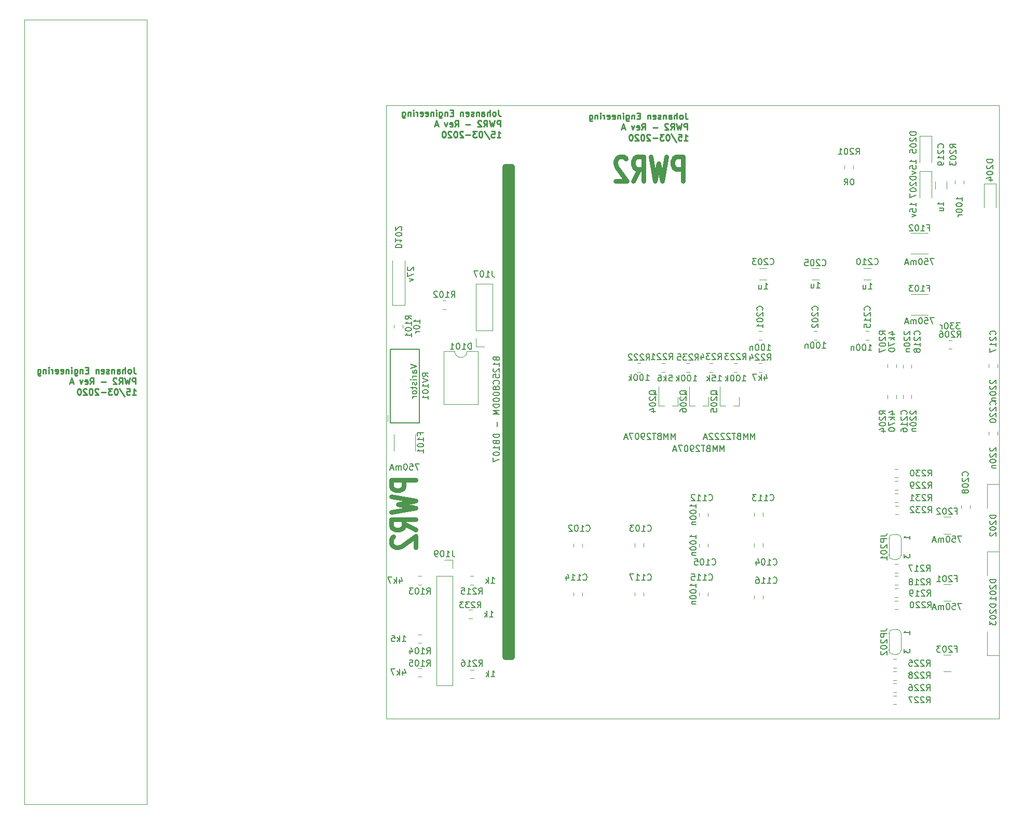
<source format=gbr>
%TF.GenerationSoftware,KiCad,Pcbnew,(5.1.5)-3*%
%TF.CreationDate,2020-03-17T21:27:54+01:00*%
%TF.ProjectId,KicadJE-EuroPowerSupply2,4b696361-644a-4452-9d45-75726f506f77,Rev A*%
%TF.SameCoordinates,Original*%
%TF.FileFunction,Legend,Bot*%
%TF.FilePolarity,Positive*%
%FSLAX46Y46*%
G04 Gerber Fmt 4.6, Leading zero omitted, Abs format (unit mm)*
G04 Created by KiCad (PCBNEW (5.1.5)-3) date 2020-03-17 21:27:54*
%MOMM*%
%LPD*%
G04 APERTURE LIST*
%ADD10C,0.750000*%
%ADD11C,0.250000*%
%ADD12C,0.120000*%
%ADD13C,0.050000*%
%ADD14C,1.000000*%
%ADD15C,0.150000*%
G04 APERTURE END LIST*
D10*
X98428571Y-62309523D02*
X98428571Y-58309523D01*
X97285714Y-58309523D01*
X97000000Y-58500000D01*
X96857142Y-58690476D01*
X96714285Y-59071428D01*
X96714285Y-59642857D01*
X96857142Y-60023809D01*
X97000000Y-60214285D01*
X97285714Y-60404761D01*
X98428571Y-60404761D01*
X95714285Y-58309523D02*
X95000000Y-62309523D01*
X94428571Y-59452380D01*
X93857142Y-62309523D01*
X93142857Y-58309523D01*
X90285714Y-62309523D02*
X91285714Y-60404761D01*
X92000000Y-62309523D02*
X92000000Y-58309523D01*
X90857142Y-58309523D01*
X90571428Y-58500000D01*
X90428571Y-58690476D01*
X90285714Y-59071428D01*
X90285714Y-59642857D01*
X90428571Y-60023809D01*
X90571428Y-60214285D01*
X90857142Y-60404761D01*
X92000000Y-60404761D01*
X89142857Y-58690476D02*
X89000000Y-58500000D01*
X88714285Y-58309523D01*
X88000000Y-58309523D01*
X87714285Y-58500000D01*
X87571428Y-58690476D01*
X87428571Y-59071428D01*
X87428571Y-59452380D01*
X87571428Y-60023809D01*
X89285714Y-62309523D01*
X87428571Y-62309523D01*
D11*
X98813690Y-51202380D02*
X98813690Y-51916666D01*
X98861309Y-52059523D01*
X98956547Y-52154761D01*
X99099404Y-52202380D01*
X99194642Y-52202380D01*
X98194642Y-52202380D02*
X98289880Y-52154761D01*
X98337500Y-52107142D01*
X98385119Y-52011904D01*
X98385119Y-51726190D01*
X98337500Y-51630952D01*
X98289880Y-51583333D01*
X98194642Y-51535714D01*
X98051785Y-51535714D01*
X97956547Y-51583333D01*
X97908928Y-51630952D01*
X97861309Y-51726190D01*
X97861309Y-52011904D01*
X97908928Y-52107142D01*
X97956547Y-52154761D01*
X98051785Y-52202380D01*
X98194642Y-52202380D01*
X97432738Y-52202380D02*
X97432738Y-51202380D01*
X97004166Y-52202380D02*
X97004166Y-51678571D01*
X97051785Y-51583333D01*
X97147023Y-51535714D01*
X97289880Y-51535714D01*
X97385119Y-51583333D01*
X97432738Y-51630952D01*
X96099404Y-52202380D02*
X96099404Y-51678571D01*
X96147023Y-51583333D01*
X96242261Y-51535714D01*
X96432738Y-51535714D01*
X96527976Y-51583333D01*
X96099404Y-52154761D02*
X96194642Y-52202380D01*
X96432738Y-52202380D01*
X96527976Y-52154761D01*
X96575595Y-52059523D01*
X96575595Y-51964285D01*
X96527976Y-51869047D01*
X96432738Y-51821428D01*
X96194642Y-51821428D01*
X96099404Y-51773809D01*
X95623214Y-51535714D02*
X95623214Y-52202380D01*
X95623214Y-51630952D02*
X95575595Y-51583333D01*
X95480357Y-51535714D01*
X95337500Y-51535714D01*
X95242261Y-51583333D01*
X95194642Y-51678571D01*
X95194642Y-52202380D01*
X94766071Y-52154761D02*
X94670833Y-52202380D01*
X94480357Y-52202380D01*
X94385119Y-52154761D01*
X94337500Y-52059523D01*
X94337500Y-52011904D01*
X94385119Y-51916666D01*
X94480357Y-51869047D01*
X94623214Y-51869047D01*
X94718452Y-51821428D01*
X94766071Y-51726190D01*
X94766071Y-51678571D01*
X94718452Y-51583333D01*
X94623214Y-51535714D01*
X94480357Y-51535714D01*
X94385119Y-51583333D01*
X93527976Y-52154761D02*
X93623214Y-52202380D01*
X93813690Y-52202380D01*
X93908928Y-52154761D01*
X93956547Y-52059523D01*
X93956547Y-51678571D01*
X93908928Y-51583333D01*
X93813690Y-51535714D01*
X93623214Y-51535714D01*
X93527976Y-51583333D01*
X93480357Y-51678571D01*
X93480357Y-51773809D01*
X93956547Y-51869047D01*
X93051785Y-51535714D02*
X93051785Y-52202380D01*
X93051785Y-51630952D02*
X93004166Y-51583333D01*
X92908928Y-51535714D01*
X92766071Y-51535714D01*
X92670833Y-51583333D01*
X92623214Y-51678571D01*
X92623214Y-52202380D01*
X91385119Y-51678571D02*
X91051785Y-51678571D01*
X90908928Y-52202380D02*
X91385119Y-52202380D01*
X91385119Y-51202380D01*
X90908928Y-51202380D01*
X90480357Y-51535714D02*
X90480357Y-52202380D01*
X90480357Y-51630952D02*
X90432738Y-51583333D01*
X90337500Y-51535714D01*
X90194642Y-51535714D01*
X90099404Y-51583333D01*
X90051785Y-51678571D01*
X90051785Y-52202380D01*
X89147023Y-51535714D02*
X89147023Y-52345238D01*
X89194642Y-52440476D01*
X89242261Y-52488095D01*
X89337500Y-52535714D01*
X89480357Y-52535714D01*
X89575595Y-52488095D01*
X89147023Y-52154761D02*
X89242261Y-52202380D01*
X89432738Y-52202380D01*
X89527976Y-52154761D01*
X89575595Y-52107142D01*
X89623214Y-52011904D01*
X89623214Y-51726190D01*
X89575595Y-51630952D01*
X89527976Y-51583333D01*
X89432738Y-51535714D01*
X89242261Y-51535714D01*
X89147023Y-51583333D01*
X88670833Y-52202380D02*
X88670833Y-51535714D01*
X88670833Y-51202380D02*
X88718452Y-51250000D01*
X88670833Y-51297619D01*
X88623214Y-51250000D01*
X88670833Y-51202380D01*
X88670833Y-51297619D01*
X88194642Y-51535714D02*
X88194642Y-52202380D01*
X88194642Y-51630952D02*
X88147023Y-51583333D01*
X88051785Y-51535714D01*
X87908928Y-51535714D01*
X87813690Y-51583333D01*
X87766071Y-51678571D01*
X87766071Y-52202380D01*
X86908928Y-52154761D02*
X87004166Y-52202380D01*
X87194642Y-52202380D01*
X87289880Y-52154761D01*
X87337500Y-52059523D01*
X87337500Y-51678571D01*
X87289880Y-51583333D01*
X87194642Y-51535714D01*
X87004166Y-51535714D01*
X86908928Y-51583333D01*
X86861309Y-51678571D01*
X86861309Y-51773809D01*
X87337500Y-51869047D01*
X86051785Y-52154761D02*
X86147023Y-52202380D01*
X86337500Y-52202380D01*
X86432738Y-52154761D01*
X86480357Y-52059523D01*
X86480357Y-51678571D01*
X86432738Y-51583333D01*
X86337500Y-51535714D01*
X86147023Y-51535714D01*
X86051785Y-51583333D01*
X86004166Y-51678571D01*
X86004166Y-51773809D01*
X86480357Y-51869047D01*
X85575595Y-52202380D02*
X85575595Y-51535714D01*
X85575595Y-51726190D02*
X85527976Y-51630952D01*
X85480357Y-51583333D01*
X85385119Y-51535714D01*
X85289880Y-51535714D01*
X84956547Y-52202380D02*
X84956547Y-51535714D01*
X84956547Y-51202380D02*
X85004166Y-51250000D01*
X84956547Y-51297619D01*
X84908928Y-51250000D01*
X84956547Y-51202380D01*
X84956547Y-51297619D01*
X84480357Y-51535714D02*
X84480357Y-52202380D01*
X84480357Y-51630952D02*
X84432738Y-51583333D01*
X84337500Y-51535714D01*
X84194642Y-51535714D01*
X84099404Y-51583333D01*
X84051785Y-51678571D01*
X84051785Y-52202380D01*
X83147023Y-51535714D02*
X83147023Y-52345238D01*
X83194642Y-52440476D01*
X83242261Y-52488095D01*
X83337500Y-52535714D01*
X83480357Y-52535714D01*
X83575595Y-52488095D01*
X83147023Y-52154761D02*
X83242261Y-52202380D01*
X83432738Y-52202380D01*
X83527976Y-52154761D01*
X83575595Y-52107142D01*
X83623214Y-52011904D01*
X83623214Y-51726190D01*
X83575595Y-51630952D01*
X83527976Y-51583333D01*
X83432738Y-51535714D01*
X83242261Y-51535714D01*
X83147023Y-51583333D01*
X99099404Y-53952380D02*
X99099404Y-52952380D01*
X98718452Y-52952380D01*
X98623214Y-53000000D01*
X98575595Y-53047619D01*
X98527976Y-53142857D01*
X98527976Y-53285714D01*
X98575595Y-53380952D01*
X98623214Y-53428571D01*
X98718452Y-53476190D01*
X99099404Y-53476190D01*
X98194642Y-52952380D02*
X97956547Y-53952380D01*
X97766071Y-53238095D01*
X97575595Y-53952380D01*
X97337500Y-52952380D01*
X96385119Y-53952380D02*
X96718452Y-53476190D01*
X96956547Y-53952380D02*
X96956547Y-52952380D01*
X96575595Y-52952380D01*
X96480357Y-53000000D01*
X96432738Y-53047619D01*
X96385119Y-53142857D01*
X96385119Y-53285714D01*
X96432738Y-53380952D01*
X96480357Y-53428571D01*
X96575595Y-53476190D01*
X96956547Y-53476190D01*
X96004166Y-53047619D02*
X95956547Y-53000000D01*
X95861309Y-52952380D01*
X95623214Y-52952380D01*
X95527976Y-53000000D01*
X95480357Y-53047619D01*
X95432738Y-53142857D01*
X95432738Y-53238095D01*
X95480357Y-53380952D01*
X96051785Y-53952380D01*
X95432738Y-53952380D01*
X94242261Y-53571428D02*
X93480357Y-53571428D01*
X91670833Y-53952380D02*
X92004166Y-53476190D01*
X92242261Y-53952380D02*
X92242261Y-52952380D01*
X91861309Y-52952380D01*
X91766071Y-53000000D01*
X91718452Y-53047619D01*
X91670833Y-53142857D01*
X91670833Y-53285714D01*
X91718452Y-53380952D01*
X91766071Y-53428571D01*
X91861309Y-53476190D01*
X92242261Y-53476190D01*
X90861309Y-53904761D02*
X90956547Y-53952380D01*
X91147023Y-53952380D01*
X91242261Y-53904761D01*
X91289880Y-53809523D01*
X91289880Y-53428571D01*
X91242261Y-53333333D01*
X91147023Y-53285714D01*
X90956547Y-53285714D01*
X90861309Y-53333333D01*
X90813690Y-53428571D01*
X90813690Y-53523809D01*
X91289880Y-53619047D01*
X90480357Y-53285714D02*
X90242261Y-53952380D01*
X90004166Y-53285714D01*
X88908928Y-53666666D02*
X88432738Y-53666666D01*
X89004166Y-53952380D02*
X88670833Y-52952380D01*
X88337500Y-53952380D01*
X98575595Y-55702380D02*
X99147023Y-55702380D01*
X98861309Y-55702380D02*
X98861309Y-54702380D01*
X98956547Y-54845238D01*
X99051785Y-54940476D01*
X99147023Y-54988095D01*
X97670833Y-54702380D02*
X98147023Y-54702380D01*
X98194642Y-55178571D01*
X98147023Y-55130952D01*
X98051785Y-55083333D01*
X97813690Y-55083333D01*
X97718452Y-55130952D01*
X97670833Y-55178571D01*
X97623214Y-55273809D01*
X97623214Y-55511904D01*
X97670833Y-55607142D01*
X97718452Y-55654761D01*
X97813690Y-55702380D01*
X98051785Y-55702380D01*
X98147023Y-55654761D01*
X98194642Y-55607142D01*
X96480357Y-54654761D02*
X97337500Y-55940476D01*
X95956547Y-54702380D02*
X95861309Y-54702380D01*
X95766071Y-54750000D01*
X95718452Y-54797619D01*
X95670833Y-54892857D01*
X95623214Y-55083333D01*
X95623214Y-55321428D01*
X95670833Y-55511904D01*
X95718452Y-55607142D01*
X95766071Y-55654761D01*
X95861309Y-55702380D01*
X95956547Y-55702380D01*
X96051785Y-55654761D01*
X96099404Y-55607142D01*
X96147023Y-55511904D01*
X96194642Y-55321428D01*
X96194642Y-55083333D01*
X96147023Y-54892857D01*
X96099404Y-54797619D01*
X96051785Y-54750000D01*
X95956547Y-54702380D01*
X95289880Y-54702380D02*
X94670833Y-54702380D01*
X95004166Y-55083333D01*
X94861309Y-55083333D01*
X94766071Y-55130952D01*
X94718452Y-55178571D01*
X94670833Y-55273809D01*
X94670833Y-55511904D01*
X94718452Y-55607142D01*
X94766071Y-55654761D01*
X94861309Y-55702380D01*
X95147023Y-55702380D01*
X95242261Y-55654761D01*
X95289880Y-55607142D01*
X94242261Y-55321428D02*
X93480357Y-55321428D01*
X93051785Y-54797619D02*
X93004166Y-54750000D01*
X92908928Y-54702380D01*
X92670833Y-54702380D01*
X92575595Y-54750000D01*
X92527976Y-54797619D01*
X92480357Y-54892857D01*
X92480357Y-54988095D01*
X92527976Y-55130952D01*
X93099404Y-55702380D01*
X92480357Y-55702380D01*
X91861309Y-54702380D02*
X91766071Y-54702380D01*
X91670833Y-54750000D01*
X91623214Y-54797619D01*
X91575595Y-54892857D01*
X91527976Y-55083333D01*
X91527976Y-55321428D01*
X91575595Y-55511904D01*
X91623214Y-55607142D01*
X91670833Y-55654761D01*
X91766071Y-55702380D01*
X91861309Y-55702380D01*
X91956547Y-55654761D01*
X92004166Y-55607142D01*
X92051785Y-55511904D01*
X92099404Y-55321428D01*
X92099404Y-55083333D01*
X92051785Y-54892857D01*
X92004166Y-54797619D01*
X91956547Y-54750000D01*
X91861309Y-54702380D01*
X91147023Y-54797619D02*
X91099404Y-54750000D01*
X91004166Y-54702380D01*
X90766071Y-54702380D01*
X90670833Y-54750000D01*
X90623214Y-54797619D01*
X90575595Y-54892857D01*
X90575595Y-54988095D01*
X90623214Y-55130952D01*
X91194642Y-55702380D01*
X90575595Y-55702380D01*
X89956547Y-54702380D02*
X89861309Y-54702380D01*
X89766071Y-54750000D01*
X89718452Y-54797619D01*
X89670833Y-54892857D01*
X89623214Y-55083333D01*
X89623214Y-55321428D01*
X89670833Y-55511904D01*
X89718452Y-55607142D01*
X89766071Y-55654761D01*
X89861309Y-55702380D01*
X89956547Y-55702380D01*
X90051785Y-55654761D01*
X90099404Y-55607142D01*
X90147023Y-55511904D01*
X90194642Y-55321428D01*
X90194642Y-55083333D01*
X90147023Y-54892857D01*
X90099404Y-54797619D01*
X90051785Y-54750000D01*
X89956547Y-54702380D01*
X8813690Y-92702380D02*
X8813690Y-93416666D01*
X8861309Y-93559523D01*
X8956547Y-93654761D01*
X9099404Y-93702380D01*
X9194642Y-93702380D01*
X8194642Y-93702380D02*
X8289880Y-93654761D01*
X8337500Y-93607142D01*
X8385119Y-93511904D01*
X8385119Y-93226190D01*
X8337500Y-93130952D01*
X8289880Y-93083333D01*
X8194642Y-93035714D01*
X8051785Y-93035714D01*
X7956547Y-93083333D01*
X7908928Y-93130952D01*
X7861309Y-93226190D01*
X7861309Y-93511904D01*
X7908928Y-93607142D01*
X7956547Y-93654761D01*
X8051785Y-93702380D01*
X8194642Y-93702380D01*
X7432738Y-93702380D02*
X7432738Y-92702380D01*
X7004166Y-93702380D02*
X7004166Y-93178571D01*
X7051785Y-93083333D01*
X7147023Y-93035714D01*
X7289880Y-93035714D01*
X7385119Y-93083333D01*
X7432738Y-93130952D01*
X6099404Y-93702380D02*
X6099404Y-93178571D01*
X6147023Y-93083333D01*
X6242261Y-93035714D01*
X6432738Y-93035714D01*
X6527976Y-93083333D01*
X6099404Y-93654761D02*
X6194642Y-93702380D01*
X6432738Y-93702380D01*
X6527976Y-93654761D01*
X6575595Y-93559523D01*
X6575595Y-93464285D01*
X6527976Y-93369047D01*
X6432738Y-93321428D01*
X6194642Y-93321428D01*
X6099404Y-93273809D01*
X5623214Y-93035714D02*
X5623214Y-93702380D01*
X5623214Y-93130952D02*
X5575595Y-93083333D01*
X5480357Y-93035714D01*
X5337500Y-93035714D01*
X5242261Y-93083333D01*
X5194642Y-93178571D01*
X5194642Y-93702380D01*
X4766071Y-93654761D02*
X4670833Y-93702380D01*
X4480357Y-93702380D01*
X4385119Y-93654761D01*
X4337500Y-93559523D01*
X4337500Y-93511904D01*
X4385119Y-93416666D01*
X4480357Y-93369047D01*
X4623214Y-93369047D01*
X4718452Y-93321428D01*
X4766071Y-93226190D01*
X4766071Y-93178571D01*
X4718452Y-93083333D01*
X4623214Y-93035714D01*
X4480357Y-93035714D01*
X4385119Y-93083333D01*
X3527976Y-93654761D02*
X3623214Y-93702380D01*
X3813690Y-93702380D01*
X3908928Y-93654761D01*
X3956547Y-93559523D01*
X3956547Y-93178571D01*
X3908928Y-93083333D01*
X3813690Y-93035714D01*
X3623214Y-93035714D01*
X3527976Y-93083333D01*
X3480357Y-93178571D01*
X3480357Y-93273809D01*
X3956547Y-93369047D01*
X3051785Y-93035714D02*
X3051785Y-93702380D01*
X3051785Y-93130952D02*
X3004166Y-93083333D01*
X2908928Y-93035714D01*
X2766071Y-93035714D01*
X2670833Y-93083333D01*
X2623214Y-93178571D01*
X2623214Y-93702380D01*
X1385119Y-93178571D02*
X1051785Y-93178571D01*
X908928Y-93702380D02*
X1385119Y-93702380D01*
X1385119Y-92702380D01*
X908928Y-92702380D01*
X480357Y-93035714D02*
X480357Y-93702380D01*
X480357Y-93130952D02*
X432738Y-93083333D01*
X337500Y-93035714D01*
X194642Y-93035714D01*
X99404Y-93083333D01*
X51785Y-93178571D01*
X51785Y-93702380D01*
X-852976Y-93035714D02*
X-852976Y-93845238D01*
X-805357Y-93940476D01*
X-757738Y-93988095D01*
X-662499Y-94035714D01*
X-519642Y-94035714D01*
X-424404Y-93988095D01*
X-852976Y-93654761D02*
X-757738Y-93702380D01*
X-567261Y-93702380D01*
X-472023Y-93654761D01*
X-424404Y-93607142D01*
X-376785Y-93511904D01*
X-376785Y-93226190D01*
X-424404Y-93130952D01*
X-472023Y-93083333D01*
X-567261Y-93035714D01*
X-757738Y-93035714D01*
X-852976Y-93083333D01*
X-1329166Y-93702380D02*
X-1329166Y-93035714D01*
X-1329166Y-92702380D02*
X-1281547Y-92750000D01*
X-1329166Y-92797619D01*
X-1376785Y-92750000D01*
X-1329166Y-92702380D01*
X-1329166Y-92797619D01*
X-1805357Y-93035714D02*
X-1805357Y-93702380D01*
X-1805357Y-93130952D02*
X-1852976Y-93083333D01*
X-1948214Y-93035714D01*
X-2091071Y-93035714D01*
X-2186309Y-93083333D01*
X-2233928Y-93178571D01*
X-2233928Y-93702380D01*
X-3091071Y-93654761D02*
X-2995833Y-93702380D01*
X-2805357Y-93702380D01*
X-2710119Y-93654761D01*
X-2662499Y-93559523D01*
X-2662499Y-93178571D01*
X-2710119Y-93083333D01*
X-2805357Y-93035714D01*
X-2995833Y-93035714D01*
X-3091071Y-93083333D01*
X-3138690Y-93178571D01*
X-3138690Y-93273809D01*
X-2662499Y-93369047D01*
X-3948214Y-93654761D02*
X-3852976Y-93702380D01*
X-3662499Y-93702380D01*
X-3567261Y-93654761D01*
X-3519642Y-93559523D01*
X-3519642Y-93178571D01*
X-3567261Y-93083333D01*
X-3662499Y-93035714D01*
X-3852976Y-93035714D01*
X-3948214Y-93083333D01*
X-3995833Y-93178571D01*
X-3995833Y-93273809D01*
X-3519642Y-93369047D01*
X-4424404Y-93702380D02*
X-4424404Y-93035714D01*
X-4424404Y-93226190D02*
X-4472023Y-93130952D01*
X-4519642Y-93083333D01*
X-4614880Y-93035714D01*
X-4710119Y-93035714D01*
X-5043452Y-93702380D02*
X-5043452Y-93035714D01*
X-5043452Y-92702380D02*
X-4995833Y-92750000D01*
X-5043452Y-92797619D01*
X-5091071Y-92750000D01*
X-5043452Y-92702380D01*
X-5043452Y-92797619D01*
X-5519642Y-93035714D02*
X-5519642Y-93702380D01*
X-5519642Y-93130952D02*
X-5567261Y-93083333D01*
X-5662499Y-93035714D01*
X-5805357Y-93035714D01*
X-5900595Y-93083333D01*
X-5948214Y-93178571D01*
X-5948214Y-93702380D01*
X-6852976Y-93035714D02*
X-6852976Y-93845238D01*
X-6805357Y-93940476D01*
X-6757738Y-93988095D01*
X-6662499Y-94035714D01*
X-6519642Y-94035714D01*
X-6424404Y-93988095D01*
X-6852976Y-93654761D02*
X-6757738Y-93702380D01*
X-6567261Y-93702380D01*
X-6472023Y-93654761D01*
X-6424404Y-93607142D01*
X-6376785Y-93511904D01*
X-6376785Y-93226190D01*
X-6424404Y-93130952D01*
X-6472023Y-93083333D01*
X-6567261Y-93035714D01*
X-6757738Y-93035714D01*
X-6852976Y-93083333D01*
X9099404Y-95452380D02*
X9099404Y-94452380D01*
X8718452Y-94452380D01*
X8623214Y-94500000D01*
X8575595Y-94547619D01*
X8527976Y-94642857D01*
X8527976Y-94785714D01*
X8575595Y-94880952D01*
X8623214Y-94928571D01*
X8718452Y-94976190D01*
X9099404Y-94976190D01*
X8194642Y-94452380D02*
X7956547Y-95452380D01*
X7766071Y-94738095D01*
X7575595Y-95452380D01*
X7337500Y-94452380D01*
X6385119Y-95452380D02*
X6718452Y-94976190D01*
X6956547Y-95452380D02*
X6956547Y-94452380D01*
X6575595Y-94452380D01*
X6480357Y-94500000D01*
X6432738Y-94547619D01*
X6385119Y-94642857D01*
X6385119Y-94785714D01*
X6432738Y-94880952D01*
X6480357Y-94928571D01*
X6575595Y-94976190D01*
X6956547Y-94976190D01*
X6004166Y-94547619D02*
X5956547Y-94500000D01*
X5861309Y-94452380D01*
X5623214Y-94452380D01*
X5527976Y-94500000D01*
X5480357Y-94547619D01*
X5432738Y-94642857D01*
X5432738Y-94738095D01*
X5480357Y-94880952D01*
X6051785Y-95452380D01*
X5432738Y-95452380D01*
X4242261Y-95071428D02*
X3480357Y-95071428D01*
X1670833Y-95452380D02*
X2004166Y-94976190D01*
X2242261Y-95452380D02*
X2242261Y-94452380D01*
X1861309Y-94452380D01*
X1766071Y-94500000D01*
X1718452Y-94547619D01*
X1670833Y-94642857D01*
X1670833Y-94785714D01*
X1718452Y-94880952D01*
X1766071Y-94928571D01*
X1861309Y-94976190D01*
X2242261Y-94976190D01*
X861309Y-95404761D02*
X956547Y-95452380D01*
X1147023Y-95452380D01*
X1242261Y-95404761D01*
X1289880Y-95309523D01*
X1289880Y-94928571D01*
X1242261Y-94833333D01*
X1147023Y-94785714D01*
X956547Y-94785714D01*
X861309Y-94833333D01*
X813690Y-94928571D01*
X813690Y-95023809D01*
X1289880Y-95119047D01*
X480357Y-94785714D02*
X242261Y-95452380D01*
X4166Y-94785714D01*
X-1091071Y-95166666D02*
X-1567261Y-95166666D01*
X-995833Y-95452380D02*
X-1329166Y-94452380D01*
X-1662500Y-95452380D01*
X8575595Y-97202380D02*
X9147023Y-97202380D01*
X8861309Y-97202380D02*
X8861309Y-96202380D01*
X8956547Y-96345238D01*
X9051785Y-96440476D01*
X9147023Y-96488095D01*
X7670833Y-96202380D02*
X8147023Y-96202380D01*
X8194642Y-96678571D01*
X8147023Y-96630952D01*
X8051785Y-96583333D01*
X7813690Y-96583333D01*
X7718452Y-96630952D01*
X7670833Y-96678571D01*
X7623214Y-96773809D01*
X7623214Y-97011904D01*
X7670833Y-97107142D01*
X7718452Y-97154761D01*
X7813690Y-97202380D01*
X8051785Y-97202380D01*
X8147023Y-97154761D01*
X8194642Y-97107142D01*
X6480357Y-96154761D02*
X7337500Y-97440476D01*
X5956547Y-96202380D02*
X5861309Y-96202380D01*
X5766071Y-96250000D01*
X5718452Y-96297619D01*
X5670833Y-96392857D01*
X5623214Y-96583333D01*
X5623214Y-96821428D01*
X5670833Y-97011904D01*
X5718452Y-97107142D01*
X5766071Y-97154761D01*
X5861309Y-97202380D01*
X5956547Y-97202380D01*
X6051785Y-97154761D01*
X6099404Y-97107142D01*
X6147023Y-97011904D01*
X6194642Y-96821428D01*
X6194642Y-96583333D01*
X6147023Y-96392857D01*
X6099404Y-96297619D01*
X6051785Y-96250000D01*
X5956547Y-96202380D01*
X5289880Y-96202380D02*
X4670833Y-96202380D01*
X5004166Y-96583333D01*
X4861309Y-96583333D01*
X4766071Y-96630952D01*
X4718452Y-96678571D01*
X4670833Y-96773809D01*
X4670833Y-97011904D01*
X4718452Y-97107142D01*
X4766071Y-97154761D01*
X4861309Y-97202380D01*
X5147023Y-97202380D01*
X5242261Y-97154761D01*
X5289880Y-97107142D01*
X4242261Y-96821428D02*
X3480357Y-96821428D01*
X3051785Y-96297619D02*
X3004166Y-96250000D01*
X2908928Y-96202380D01*
X2670833Y-96202380D01*
X2575595Y-96250000D01*
X2527976Y-96297619D01*
X2480357Y-96392857D01*
X2480357Y-96488095D01*
X2527976Y-96630952D01*
X3099404Y-97202380D01*
X2480357Y-97202380D01*
X1861309Y-96202380D02*
X1766071Y-96202380D01*
X1670833Y-96250000D01*
X1623214Y-96297619D01*
X1575595Y-96392857D01*
X1527976Y-96583333D01*
X1527976Y-96821428D01*
X1575595Y-97011904D01*
X1623214Y-97107142D01*
X1670833Y-97154761D01*
X1766071Y-97202380D01*
X1861309Y-97202380D01*
X1956547Y-97154761D01*
X2004166Y-97107142D01*
X2051785Y-97011904D01*
X2099404Y-96821428D01*
X2099404Y-96583333D01*
X2051785Y-96392857D01*
X2004166Y-96297619D01*
X1956547Y-96250000D01*
X1861309Y-96202380D01*
X1147023Y-96297619D02*
X1099404Y-96250000D01*
X1004166Y-96202380D01*
X766071Y-96202380D01*
X670833Y-96250000D01*
X623214Y-96297619D01*
X575595Y-96392857D01*
X575595Y-96488095D01*
X623214Y-96630952D01*
X1194642Y-97202380D01*
X575595Y-97202380D01*
X-43452Y-96202380D02*
X-138690Y-96202380D01*
X-233928Y-96250000D01*
X-281547Y-96297619D01*
X-329166Y-96392857D01*
X-376785Y-96583333D01*
X-376785Y-96821428D01*
X-329166Y-97011904D01*
X-281547Y-97107142D01*
X-233928Y-97154761D01*
X-138690Y-97202380D01*
X-43452Y-97202380D01*
X51785Y-97154761D01*
X99404Y-97107142D01*
X147023Y-97011904D01*
X194642Y-96821428D01*
X194642Y-96583333D01*
X147023Y-96392857D01*
X99404Y-96297619D01*
X51785Y-96250000D01*
X-43452Y-96202380D01*
D10*
X54809523Y-111071428D02*
X50809523Y-111071428D01*
X50809523Y-112214285D01*
X51000000Y-112500000D01*
X51190476Y-112642857D01*
X51571428Y-112785714D01*
X52142857Y-112785714D01*
X52523809Y-112642857D01*
X52714285Y-112500000D01*
X52904761Y-112214285D01*
X52904761Y-111071428D01*
X50809523Y-113785714D02*
X54809523Y-114500000D01*
X51952380Y-115071428D01*
X54809523Y-115642857D01*
X50809523Y-116357142D01*
X54809523Y-119214285D02*
X52904761Y-118214285D01*
X54809523Y-117500000D02*
X50809523Y-117500000D01*
X50809523Y-118642857D01*
X51000000Y-118928571D01*
X51190476Y-119071428D01*
X51571428Y-119214285D01*
X52142857Y-119214285D01*
X52523809Y-119071428D01*
X52714285Y-118928571D01*
X52904761Y-118642857D01*
X52904761Y-117500000D01*
X51190476Y-120357142D02*
X51000000Y-120500000D01*
X50809523Y-120785714D01*
X50809523Y-121500000D01*
X51000000Y-121785714D01*
X51190476Y-121928571D01*
X51571428Y-122071428D01*
X51952380Y-122071428D01*
X52523809Y-121928571D01*
X54809523Y-120214285D01*
X54809523Y-122071428D01*
D12*
X50250000Y-100500000D02*
X50250000Y-101500000D01*
D11*
X68313690Y-50702380D02*
X68313690Y-51416666D01*
X68361309Y-51559523D01*
X68456547Y-51654761D01*
X68599404Y-51702380D01*
X68694642Y-51702380D01*
X67694642Y-51702380D02*
X67789880Y-51654761D01*
X67837500Y-51607142D01*
X67885119Y-51511904D01*
X67885119Y-51226190D01*
X67837500Y-51130952D01*
X67789880Y-51083333D01*
X67694642Y-51035714D01*
X67551785Y-51035714D01*
X67456547Y-51083333D01*
X67408928Y-51130952D01*
X67361309Y-51226190D01*
X67361309Y-51511904D01*
X67408928Y-51607142D01*
X67456547Y-51654761D01*
X67551785Y-51702380D01*
X67694642Y-51702380D01*
X66932738Y-51702380D02*
X66932738Y-50702380D01*
X66504166Y-51702380D02*
X66504166Y-51178571D01*
X66551785Y-51083333D01*
X66647023Y-51035714D01*
X66789880Y-51035714D01*
X66885119Y-51083333D01*
X66932738Y-51130952D01*
X65599404Y-51702380D02*
X65599404Y-51178571D01*
X65647023Y-51083333D01*
X65742261Y-51035714D01*
X65932738Y-51035714D01*
X66027976Y-51083333D01*
X65599404Y-51654761D02*
X65694642Y-51702380D01*
X65932738Y-51702380D01*
X66027976Y-51654761D01*
X66075595Y-51559523D01*
X66075595Y-51464285D01*
X66027976Y-51369047D01*
X65932738Y-51321428D01*
X65694642Y-51321428D01*
X65599404Y-51273809D01*
X65123214Y-51035714D02*
X65123214Y-51702380D01*
X65123214Y-51130952D02*
X65075595Y-51083333D01*
X64980357Y-51035714D01*
X64837500Y-51035714D01*
X64742261Y-51083333D01*
X64694642Y-51178571D01*
X64694642Y-51702380D01*
X64266071Y-51654761D02*
X64170833Y-51702380D01*
X63980357Y-51702380D01*
X63885119Y-51654761D01*
X63837500Y-51559523D01*
X63837500Y-51511904D01*
X63885119Y-51416666D01*
X63980357Y-51369047D01*
X64123214Y-51369047D01*
X64218452Y-51321428D01*
X64266071Y-51226190D01*
X64266071Y-51178571D01*
X64218452Y-51083333D01*
X64123214Y-51035714D01*
X63980357Y-51035714D01*
X63885119Y-51083333D01*
X63027976Y-51654761D02*
X63123214Y-51702380D01*
X63313690Y-51702380D01*
X63408928Y-51654761D01*
X63456547Y-51559523D01*
X63456547Y-51178571D01*
X63408928Y-51083333D01*
X63313690Y-51035714D01*
X63123214Y-51035714D01*
X63027976Y-51083333D01*
X62980357Y-51178571D01*
X62980357Y-51273809D01*
X63456547Y-51369047D01*
X62551785Y-51035714D02*
X62551785Y-51702380D01*
X62551785Y-51130952D02*
X62504166Y-51083333D01*
X62408928Y-51035714D01*
X62266071Y-51035714D01*
X62170833Y-51083333D01*
X62123214Y-51178571D01*
X62123214Y-51702380D01*
X60885119Y-51178571D02*
X60551785Y-51178571D01*
X60408928Y-51702380D02*
X60885119Y-51702380D01*
X60885119Y-50702380D01*
X60408928Y-50702380D01*
X59980357Y-51035714D02*
X59980357Y-51702380D01*
X59980357Y-51130952D02*
X59932738Y-51083333D01*
X59837500Y-51035714D01*
X59694642Y-51035714D01*
X59599404Y-51083333D01*
X59551785Y-51178571D01*
X59551785Y-51702380D01*
X58647023Y-51035714D02*
X58647023Y-51845238D01*
X58694642Y-51940476D01*
X58742261Y-51988095D01*
X58837500Y-52035714D01*
X58980357Y-52035714D01*
X59075595Y-51988095D01*
X58647023Y-51654761D02*
X58742261Y-51702380D01*
X58932738Y-51702380D01*
X59027976Y-51654761D01*
X59075595Y-51607142D01*
X59123214Y-51511904D01*
X59123214Y-51226190D01*
X59075595Y-51130952D01*
X59027976Y-51083333D01*
X58932738Y-51035714D01*
X58742261Y-51035714D01*
X58647023Y-51083333D01*
X58170833Y-51702380D02*
X58170833Y-51035714D01*
X58170833Y-50702380D02*
X58218452Y-50750000D01*
X58170833Y-50797619D01*
X58123214Y-50750000D01*
X58170833Y-50702380D01*
X58170833Y-50797619D01*
X57694642Y-51035714D02*
X57694642Y-51702380D01*
X57694642Y-51130952D02*
X57647023Y-51083333D01*
X57551785Y-51035714D01*
X57408928Y-51035714D01*
X57313690Y-51083333D01*
X57266071Y-51178571D01*
X57266071Y-51702380D01*
X56408928Y-51654761D02*
X56504166Y-51702380D01*
X56694642Y-51702380D01*
X56789880Y-51654761D01*
X56837500Y-51559523D01*
X56837500Y-51178571D01*
X56789880Y-51083333D01*
X56694642Y-51035714D01*
X56504166Y-51035714D01*
X56408928Y-51083333D01*
X56361309Y-51178571D01*
X56361309Y-51273809D01*
X56837500Y-51369047D01*
X55551785Y-51654761D02*
X55647023Y-51702380D01*
X55837500Y-51702380D01*
X55932738Y-51654761D01*
X55980357Y-51559523D01*
X55980357Y-51178571D01*
X55932738Y-51083333D01*
X55837500Y-51035714D01*
X55647023Y-51035714D01*
X55551785Y-51083333D01*
X55504166Y-51178571D01*
X55504166Y-51273809D01*
X55980357Y-51369047D01*
X55075595Y-51702380D02*
X55075595Y-51035714D01*
X55075595Y-51226190D02*
X55027976Y-51130952D01*
X54980357Y-51083333D01*
X54885119Y-51035714D01*
X54789880Y-51035714D01*
X54456547Y-51702380D02*
X54456547Y-51035714D01*
X54456547Y-50702380D02*
X54504166Y-50750000D01*
X54456547Y-50797619D01*
X54408928Y-50750000D01*
X54456547Y-50702380D01*
X54456547Y-50797619D01*
X53980357Y-51035714D02*
X53980357Y-51702380D01*
X53980357Y-51130952D02*
X53932738Y-51083333D01*
X53837500Y-51035714D01*
X53694642Y-51035714D01*
X53599404Y-51083333D01*
X53551785Y-51178571D01*
X53551785Y-51702380D01*
X52647023Y-51035714D02*
X52647023Y-51845238D01*
X52694642Y-51940476D01*
X52742261Y-51988095D01*
X52837500Y-52035714D01*
X52980357Y-52035714D01*
X53075595Y-51988095D01*
X52647023Y-51654761D02*
X52742261Y-51702380D01*
X52932738Y-51702380D01*
X53027976Y-51654761D01*
X53075595Y-51607142D01*
X53123214Y-51511904D01*
X53123214Y-51226190D01*
X53075595Y-51130952D01*
X53027976Y-51083333D01*
X52932738Y-51035714D01*
X52742261Y-51035714D01*
X52647023Y-51083333D01*
X68599404Y-53452380D02*
X68599404Y-52452380D01*
X68218452Y-52452380D01*
X68123214Y-52500000D01*
X68075595Y-52547619D01*
X68027976Y-52642857D01*
X68027976Y-52785714D01*
X68075595Y-52880952D01*
X68123214Y-52928571D01*
X68218452Y-52976190D01*
X68599404Y-52976190D01*
X67694642Y-52452380D02*
X67456547Y-53452380D01*
X67266071Y-52738095D01*
X67075595Y-53452380D01*
X66837500Y-52452380D01*
X65885119Y-53452380D02*
X66218452Y-52976190D01*
X66456547Y-53452380D02*
X66456547Y-52452380D01*
X66075595Y-52452380D01*
X65980357Y-52500000D01*
X65932738Y-52547619D01*
X65885119Y-52642857D01*
X65885119Y-52785714D01*
X65932738Y-52880952D01*
X65980357Y-52928571D01*
X66075595Y-52976190D01*
X66456547Y-52976190D01*
X65504166Y-52547619D02*
X65456547Y-52500000D01*
X65361309Y-52452380D01*
X65123214Y-52452380D01*
X65027976Y-52500000D01*
X64980357Y-52547619D01*
X64932738Y-52642857D01*
X64932738Y-52738095D01*
X64980357Y-52880952D01*
X65551785Y-53452380D01*
X64932738Y-53452380D01*
X63742261Y-53071428D02*
X62980357Y-53071428D01*
X61170833Y-53452380D02*
X61504166Y-52976190D01*
X61742261Y-53452380D02*
X61742261Y-52452380D01*
X61361309Y-52452380D01*
X61266071Y-52500000D01*
X61218452Y-52547619D01*
X61170833Y-52642857D01*
X61170833Y-52785714D01*
X61218452Y-52880952D01*
X61266071Y-52928571D01*
X61361309Y-52976190D01*
X61742261Y-52976190D01*
X60361309Y-53404761D02*
X60456547Y-53452380D01*
X60647023Y-53452380D01*
X60742261Y-53404761D01*
X60789880Y-53309523D01*
X60789880Y-52928571D01*
X60742261Y-52833333D01*
X60647023Y-52785714D01*
X60456547Y-52785714D01*
X60361309Y-52833333D01*
X60313690Y-52928571D01*
X60313690Y-53023809D01*
X60789880Y-53119047D01*
X59980357Y-52785714D02*
X59742261Y-53452380D01*
X59504166Y-52785714D01*
X58408928Y-53166666D02*
X57932738Y-53166666D01*
X58504166Y-53452380D02*
X58170833Y-52452380D01*
X57837500Y-53452380D01*
X68075595Y-55202380D02*
X68647023Y-55202380D01*
X68361309Y-55202380D02*
X68361309Y-54202380D01*
X68456547Y-54345238D01*
X68551785Y-54440476D01*
X68647023Y-54488095D01*
X67170833Y-54202380D02*
X67647023Y-54202380D01*
X67694642Y-54678571D01*
X67647023Y-54630952D01*
X67551785Y-54583333D01*
X67313690Y-54583333D01*
X67218452Y-54630952D01*
X67170833Y-54678571D01*
X67123214Y-54773809D01*
X67123214Y-55011904D01*
X67170833Y-55107142D01*
X67218452Y-55154761D01*
X67313690Y-55202380D01*
X67551785Y-55202380D01*
X67647023Y-55154761D01*
X67694642Y-55107142D01*
X65980357Y-54154761D02*
X66837500Y-55440476D01*
X65456547Y-54202380D02*
X65361309Y-54202380D01*
X65266071Y-54250000D01*
X65218452Y-54297619D01*
X65170833Y-54392857D01*
X65123214Y-54583333D01*
X65123214Y-54821428D01*
X65170833Y-55011904D01*
X65218452Y-55107142D01*
X65266071Y-55154761D01*
X65361309Y-55202380D01*
X65456547Y-55202380D01*
X65551785Y-55154761D01*
X65599404Y-55107142D01*
X65647023Y-55011904D01*
X65694642Y-54821428D01*
X65694642Y-54583333D01*
X65647023Y-54392857D01*
X65599404Y-54297619D01*
X65551785Y-54250000D01*
X65456547Y-54202380D01*
X64789880Y-54202380D02*
X64170833Y-54202380D01*
X64504166Y-54583333D01*
X64361309Y-54583333D01*
X64266071Y-54630952D01*
X64218452Y-54678571D01*
X64170833Y-54773809D01*
X64170833Y-55011904D01*
X64218452Y-55107142D01*
X64266071Y-55154761D01*
X64361309Y-55202380D01*
X64647023Y-55202380D01*
X64742261Y-55154761D01*
X64789880Y-55107142D01*
X63742261Y-54821428D02*
X62980357Y-54821428D01*
X62551785Y-54297619D02*
X62504166Y-54250000D01*
X62408928Y-54202380D01*
X62170833Y-54202380D01*
X62075595Y-54250000D01*
X62027976Y-54297619D01*
X61980357Y-54392857D01*
X61980357Y-54488095D01*
X62027976Y-54630952D01*
X62599404Y-55202380D01*
X61980357Y-55202380D01*
X61361309Y-54202380D02*
X61266071Y-54202380D01*
X61170833Y-54250000D01*
X61123214Y-54297619D01*
X61075595Y-54392857D01*
X61027976Y-54583333D01*
X61027976Y-54821428D01*
X61075595Y-55011904D01*
X61123214Y-55107142D01*
X61170833Y-55154761D01*
X61266071Y-55202380D01*
X61361309Y-55202380D01*
X61456547Y-55154761D01*
X61504166Y-55107142D01*
X61551785Y-55011904D01*
X61599404Y-54821428D01*
X61599404Y-54583333D01*
X61551785Y-54392857D01*
X61504166Y-54297619D01*
X61456547Y-54250000D01*
X61361309Y-54202380D01*
X60647023Y-54297619D02*
X60599404Y-54250000D01*
X60504166Y-54202380D01*
X60266071Y-54202380D01*
X60170833Y-54250000D01*
X60123214Y-54297619D01*
X60075595Y-54392857D01*
X60075595Y-54488095D01*
X60123214Y-54630952D01*
X60694642Y-55202380D01*
X60075595Y-55202380D01*
X59456547Y-54202380D02*
X59361309Y-54202380D01*
X59266071Y-54250000D01*
X59218452Y-54297619D01*
X59170833Y-54392857D01*
X59123214Y-54583333D01*
X59123214Y-54821428D01*
X59170833Y-55011904D01*
X59218452Y-55107142D01*
X59266071Y-55154761D01*
X59361309Y-55202380D01*
X59456547Y-55202380D01*
X59551785Y-55154761D01*
X59599404Y-55107142D01*
X59647023Y-55011904D01*
X59694642Y-54821428D01*
X59694642Y-54583333D01*
X59647023Y-54392857D01*
X59599404Y-54297619D01*
X59551785Y-54250000D01*
X59456547Y-54202380D01*
D13*
X-9000000Y-164000000D02*
X-9000000Y-36000000D01*
X11000000Y-164000000D02*
X-9000000Y-164000000D01*
X11000000Y-36000000D02*
X11000000Y-164000000D01*
X-9000000Y-36000000D02*
X11000000Y-36000000D01*
D14*
X69500000Y-60000000D02*
X70500000Y-60000000D01*
X69500000Y-140000000D02*
X70500000Y-140000000D01*
X70500000Y-60000000D02*
X70500000Y-140000000D01*
X69500000Y-60000000D02*
X69500000Y-140000000D01*
D13*
X50000000Y-150000000D02*
X50000000Y-50000000D01*
X150000000Y-150000000D02*
X50000000Y-150000000D01*
X150000000Y-50000000D02*
X150000000Y-150000000D01*
X50000000Y-50000000D02*
X150000000Y-50000000D01*
D12*
X80540000Y-122046251D02*
X80540000Y-121523747D01*
X81960000Y-122046251D02*
X81960000Y-121523747D01*
X90540000Y-121986252D02*
X90540000Y-121463748D01*
X91960000Y-121986252D02*
X91960000Y-121463748D01*
X111460000Y-121986252D02*
X111460000Y-121463748D01*
X110040000Y-121986252D02*
X110040000Y-121463748D01*
X101040000Y-122011252D02*
X101040000Y-121488748D01*
X102460000Y-122011252D02*
X102460000Y-121488748D01*
X102460000Y-117011252D02*
X102460000Y-116488748D01*
X101040000Y-117011252D02*
X101040000Y-116488748D01*
X110040000Y-116986252D02*
X110040000Y-116463748D01*
X111460000Y-116986252D02*
X111460000Y-116463748D01*
X81960000Y-129986252D02*
X81960000Y-129463748D01*
X80540000Y-129986252D02*
X80540000Y-129463748D01*
X102460000Y-129986252D02*
X102460000Y-129463748D01*
X101040000Y-129986252D02*
X101040000Y-129463748D01*
X111460000Y-130486252D02*
X111460000Y-129963748D01*
X110040000Y-130486252D02*
X110040000Y-129963748D01*
X91960000Y-129986252D02*
X91960000Y-129463748D01*
X90540000Y-129986252D02*
X90540000Y-129463748D01*
X110738748Y-86790000D02*
X111261252Y-86790000D01*
X110738748Y-88210000D02*
X111261252Y-88210000D01*
X120261252Y-86790000D02*
X119738748Y-86790000D01*
X120261252Y-88210000D02*
X119738748Y-88210000D01*
X110885436Y-76590000D02*
X112089564Y-76590000D01*
X110885436Y-78410000D02*
X112089564Y-78410000D01*
X120602064Y-76590000D02*
X119397936Y-76590000D01*
X120602064Y-78410000D02*
X119397936Y-78410000D01*
X143790000Y-115761252D02*
X143790000Y-115238748D01*
X145210000Y-115761252D02*
X145210000Y-115238748D01*
X127885436Y-78410000D02*
X129089564Y-78410000D01*
X127885436Y-76590000D02*
X129089564Y-76590000D01*
X128238748Y-86790000D02*
X128761252Y-86790000D01*
X128238748Y-88210000D02*
X128761252Y-88210000D01*
X134290000Y-97761252D02*
X134290000Y-97238748D01*
X135710000Y-97761252D02*
X135710000Y-97238748D01*
X148290000Y-92213748D02*
X148290000Y-92736252D01*
X149710000Y-92213748D02*
X149710000Y-92736252D01*
X135710000Y-92786252D02*
X135710000Y-92263748D01*
X134290000Y-92786252D02*
X134290000Y-92263748D01*
X141410000Y-62410436D02*
X141410000Y-63614564D01*
X139590000Y-62410436D02*
X139590000Y-63614564D01*
X148290000Y-103736252D02*
X148290000Y-103213748D01*
X149710000Y-103736252D02*
X149710000Y-103213748D01*
X59420000Y-90100000D02*
X61190000Y-90100000D01*
X59420000Y-98700000D02*
X59420000Y-90100000D01*
X64960000Y-98700000D02*
X59420000Y-98700000D01*
X64960000Y-90100000D02*
X64960000Y-98700000D01*
X63190000Y-90100000D02*
X64960000Y-90100000D01*
X61190000Y-90100000D02*
G75*
G03X63190000Y-90100000I1000000J0D01*
G01*
X53000000Y-75250000D02*
X53000000Y-82550000D01*
X53000000Y-82550000D02*
X51000000Y-82550000D01*
X51000000Y-82550000D02*
X51000000Y-75250000D01*
X148000000Y-122750000D02*
X150000000Y-122750000D01*
X150000000Y-122750000D02*
X150000000Y-126650000D01*
X148000000Y-122750000D02*
X148000000Y-126650000D01*
X148000000Y-111750000D02*
X150000000Y-111750000D01*
X150000000Y-111750000D02*
X150000000Y-115650000D01*
X148000000Y-111750000D02*
X148000000Y-115650000D01*
X150000000Y-139750000D02*
X150000000Y-135850000D01*
X148000000Y-139750000D02*
X148000000Y-135850000D01*
X150000000Y-139750000D02*
X148000000Y-139750000D01*
X147500000Y-62750000D02*
X147500000Y-66650000D01*
X149500000Y-62750000D02*
X149500000Y-66650000D01*
X147500000Y-62750000D02*
X149500000Y-62750000D01*
X137000000Y-59250000D02*
X137000000Y-54950000D01*
X137000000Y-54950000D02*
X139000000Y-54950000D01*
X139000000Y-54950000D02*
X139000000Y-59250000D01*
X139000000Y-60700000D02*
X139000000Y-65000000D01*
X137000000Y-60700000D02*
X139000000Y-60700000D01*
X137000000Y-65000000D02*
X137000000Y-60700000D01*
X54710000Y-106386252D02*
X54710000Y-103613748D01*
X51290000Y-106386252D02*
X51290000Y-103613748D01*
X135613748Y-70790000D02*
X138386252Y-70790000D01*
X135613748Y-74210000D02*
X138386252Y-74210000D01*
X138386252Y-80790000D02*
X135613748Y-80790000D01*
X138386252Y-84210000D02*
X135613748Y-84210000D01*
X142102064Y-130860000D02*
X140897936Y-130860000D01*
X142102064Y-128140000D02*
X140897936Y-128140000D01*
X142102064Y-117140000D02*
X140897936Y-117140000D01*
X142102064Y-119860000D02*
X140897936Y-119860000D01*
X142102064Y-139640000D02*
X140897936Y-139640000D01*
X142102064Y-142360000D02*
X140897936Y-142360000D01*
X52710000Y-86261252D02*
X52710000Y-85738748D01*
X51290000Y-86261252D02*
X51290000Y-85738748D01*
X59761252Y-81790000D02*
X59238748Y-81790000D01*
X59761252Y-83210000D02*
X59238748Y-83210000D01*
X55736252Y-126790000D02*
X55213748Y-126790000D01*
X55736252Y-128210000D02*
X55213748Y-128210000D01*
X55761252Y-137710000D02*
X55238748Y-137710000D01*
X55761252Y-136290000D02*
X55238748Y-136290000D01*
X55761252Y-141790000D02*
X55238748Y-141790000D01*
X55761252Y-143210000D02*
X55238748Y-143210000D01*
X126210000Y-59763748D02*
X126210000Y-60286252D01*
X124790000Y-59763748D02*
X124790000Y-60286252D01*
X142790000Y-62761252D02*
X142790000Y-62238748D01*
X144210000Y-62761252D02*
X144210000Y-62238748D01*
X133210000Y-97761252D02*
X133210000Y-97238748D01*
X131790000Y-97761252D02*
X131790000Y-97238748D01*
X142261252Y-89710000D02*
X141738748Y-89710000D01*
X142261252Y-88290000D02*
X141738748Y-88290000D01*
X131790000Y-92761252D02*
X131790000Y-92238748D01*
X133210000Y-92761252D02*
X133210000Y-92238748D01*
X63713748Y-128210000D02*
X64236252Y-128210000D01*
X63713748Y-126790000D02*
X64236252Y-126790000D01*
X63738748Y-143460000D02*
X64261252Y-143460000D01*
X63738748Y-142040000D02*
X64261252Y-142040000D01*
X132953749Y-124790000D02*
X133476253Y-124790000D01*
X132953749Y-126210000D02*
X133476253Y-126210000D01*
X132953749Y-126790000D02*
X133476253Y-126790000D01*
X132953749Y-128210000D02*
X133476253Y-128210000D01*
X132953749Y-130210000D02*
X133476253Y-130210000D01*
X132953749Y-128790000D02*
X133476253Y-128790000D01*
X132953749Y-132210000D02*
X133476253Y-132210000D01*
X132953749Y-130790000D02*
X133476253Y-130790000D01*
X94963748Y-92040000D02*
X95486252Y-92040000D01*
X94963748Y-93460000D02*
X95486252Y-93460000D01*
X91511252Y-92040000D02*
X90988748Y-92040000D01*
X91511252Y-93460000D02*
X90988748Y-93460000D01*
X106738748Y-92040000D02*
X107261252Y-92040000D01*
X106738748Y-93460000D02*
X107261252Y-93460000D01*
X111261252Y-93460000D02*
X110738748Y-93460000D01*
X111261252Y-92040000D02*
X110738748Y-92040000D01*
X132713748Y-141710000D02*
X133236252Y-141710000D01*
X132713748Y-140290000D02*
X133236252Y-140290000D01*
X132713748Y-145710000D02*
X133236252Y-145710000D01*
X132713748Y-144290000D02*
X133236252Y-144290000D01*
X132713748Y-146290000D02*
X133236252Y-146290000D01*
X132713748Y-147710000D02*
X133236252Y-147710000D01*
X132713748Y-142364999D02*
X133236252Y-142364999D01*
X132713748Y-143784999D02*
X133236252Y-143784999D01*
X132988748Y-111290000D02*
X133511252Y-111290000D01*
X132988748Y-112710000D02*
X133511252Y-112710000D01*
X132988748Y-110710000D02*
X133511252Y-110710000D01*
X132988748Y-109290000D02*
X133511252Y-109290000D01*
X132988748Y-114710000D02*
X133511252Y-114710000D01*
X132988748Y-113290000D02*
X133511252Y-113290000D01*
X133013748Y-115290000D02*
X133536252Y-115290000D01*
X133013748Y-116710000D02*
X133536252Y-116710000D01*
X63488748Y-133710000D02*
X64011252Y-133710000D01*
X63488748Y-132290000D02*
X64011252Y-132290000D01*
X102738748Y-93460000D02*
X103261252Y-93460000D01*
X102738748Y-92040000D02*
X103261252Y-92040000D01*
X99486252Y-93460000D02*
X98963748Y-93460000D01*
X99486252Y-92040000D02*
X98963748Y-92040000D01*
D15*
X55425000Y-89750000D02*
X55425000Y-101750000D01*
X50625000Y-89750000D02*
X50625000Y-101750000D01*
X50625000Y-101750000D02*
X55425000Y-101750000D01*
X50625000Y-89750000D02*
X55425000Y-89750000D01*
D12*
X133300000Y-119950000D02*
X132700000Y-119950000D01*
X134000000Y-123400000D02*
X134000000Y-120600000D01*
X132700000Y-124050000D02*
X133300000Y-124050000D01*
X132000000Y-120600000D02*
X132000000Y-123400000D01*
X132000000Y-123350000D02*
G75*
G03X132700000Y-124050000I700000J0D01*
G01*
X133300000Y-124050000D02*
G75*
G03X134000000Y-123350000I0J700000D01*
G01*
X134000000Y-120650000D02*
G75*
G03X133300000Y-119950000I-700000J0D01*
G01*
X132700000Y-119950000D02*
G75*
G03X132000000Y-120650000I0J-700000D01*
G01*
X132700000Y-135450000D02*
G75*
G03X132000000Y-136150000I0J-700000D01*
G01*
X134000000Y-136150000D02*
G75*
G03X133300000Y-135450000I-700000J0D01*
G01*
X133300000Y-139550000D02*
G75*
G03X134000000Y-138850000I0J700000D01*
G01*
X132000000Y-138850000D02*
G75*
G03X132700000Y-139550000I700000J0D01*
G01*
X132000000Y-136100000D02*
X132000000Y-138900000D01*
X132700000Y-139550000D02*
X133300000Y-139550000D01*
X134000000Y-138900000D02*
X134000000Y-136100000D01*
X133300000Y-135450000D02*
X132700000Y-135450000D01*
X97580000Y-99010000D02*
X97580000Y-97550000D01*
X94420000Y-99010000D02*
X94420000Y-95850000D01*
X94420000Y-99010000D02*
X95350000Y-99010000D01*
X97580000Y-99010000D02*
X96650000Y-99010000D01*
X107580000Y-99010000D02*
X106650000Y-99010000D01*
X104420000Y-99010000D02*
X105350000Y-99010000D01*
X104420000Y-99010000D02*
X104420000Y-95850000D01*
X107580000Y-99010000D02*
X107580000Y-97550000D01*
X102580000Y-99010000D02*
X101650000Y-99010000D01*
X99420000Y-99010000D02*
X100350000Y-99010000D01*
X99420000Y-99010000D02*
X99420000Y-95850000D01*
X102580000Y-99010000D02*
X102580000Y-97550000D01*
X64670000Y-89330000D02*
X66000000Y-89330000D01*
X64670000Y-88000000D02*
X64670000Y-89330000D01*
X64670000Y-86730000D02*
X67330000Y-86730000D01*
X67330000Y-86730000D02*
X67330000Y-79050000D01*
X64670000Y-86730000D02*
X64670000Y-79050000D01*
X64670000Y-79050000D02*
X67330000Y-79050000D01*
X60830000Y-144610000D02*
X58170000Y-144610000D01*
X60830000Y-126770000D02*
X60830000Y-144610000D01*
X58170000Y-126770000D02*
X58170000Y-144610000D01*
X60830000Y-126770000D02*
X58170000Y-126770000D01*
X60830000Y-125500000D02*
X60830000Y-124170000D01*
X60830000Y-124170000D02*
X59500000Y-124170000D01*
D15*
X82619047Y-119357142D02*
X82666666Y-119404761D01*
X82809523Y-119452380D01*
X82904761Y-119452380D01*
X83047619Y-119404761D01*
X83142857Y-119309523D01*
X83190476Y-119214285D01*
X83238095Y-119023809D01*
X83238095Y-118880952D01*
X83190476Y-118690476D01*
X83142857Y-118595238D01*
X83047619Y-118500000D01*
X82904761Y-118452380D01*
X82809523Y-118452380D01*
X82666666Y-118500000D01*
X82619047Y-118547619D01*
X81666666Y-119452380D02*
X82238095Y-119452380D01*
X81952380Y-119452380D02*
X81952380Y-118452380D01*
X82047619Y-118595238D01*
X82142857Y-118690476D01*
X82238095Y-118738095D01*
X81047619Y-118452380D02*
X80952380Y-118452380D01*
X80857142Y-118500000D01*
X80809523Y-118547619D01*
X80761904Y-118642857D01*
X80714285Y-118833333D01*
X80714285Y-119071428D01*
X80761904Y-119261904D01*
X80809523Y-119357142D01*
X80857142Y-119404761D01*
X80952380Y-119452380D01*
X81047619Y-119452380D01*
X81142857Y-119404761D01*
X81190476Y-119357142D01*
X81238095Y-119261904D01*
X81285714Y-119071428D01*
X81285714Y-118833333D01*
X81238095Y-118642857D01*
X81190476Y-118547619D01*
X81142857Y-118500000D01*
X81047619Y-118452380D01*
X80333333Y-118547619D02*
X80285714Y-118500000D01*
X80190476Y-118452380D01*
X79952380Y-118452380D01*
X79857142Y-118500000D01*
X79809523Y-118547619D01*
X79761904Y-118642857D01*
X79761904Y-118738095D01*
X79809523Y-118880952D01*
X80380952Y-119452380D01*
X79761904Y-119452380D01*
X92619047Y-119357142D02*
X92666666Y-119404761D01*
X92809523Y-119452380D01*
X92904761Y-119452380D01*
X93047619Y-119404761D01*
X93142857Y-119309523D01*
X93190476Y-119214285D01*
X93238095Y-119023809D01*
X93238095Y-118880952D01*
X93190476Y-118690476D01*
X93142857Y-118595238D01*
X93047619Y-118500000D01*
X92904761Y-118452380D01*
X92809523Y-118452380D01*
X92666666Y-118500000D01*
X92619047Y-118547619D01*
X91666666Y-119452380D02*
X92238095Y-119452380D01*
X91952380Y-119452380D02*
X91952380Y-118452380D01*
X92047619Y-118595238D01*
X92142857Y-118690476D01*
X92238095Y-118738095D01*
X91047619Y-118452380D02*
X90952380Y-118452380D01*
X90857142Y-118500000D01*
X90809523Y-118547619D01*
X90761904Y-118642857D01*
X90714285Y-118833333D01*
X90714285Y-119071428D01*
X90761904Y-119261904D01*
X90809523Y-119357142D01*
X90857142Y-119404761D01*
X90952380Y-119452380D01*
X91047619Y-119452380D01*
X91142857Y-119404761D01*
X91190476Y-119357142D01*
X91238095Y-119261904D01*
X91285714Y-119071428D01*
X91285714Y-118833333D01*
X91238095Y-118642857D01*
X91190476Y-118547619D01*
X91142857Y-118500000D01*
X91047619Y-118452380D01*
X90380952Y-118452380D02*
X89761904Y-118452380D01*
X90095238Y-118833333D01*
X89952380Y-118833333D01*
X89857142Y-118880952D01*
X89809523Y-118928571D01*
X89761904Y-119023809D01*
X89761904Y-119261904D01*
X89809523Y-119357142D01*
X89857142Y-119404761D01*
X89952380Y-119452380D01*
X90238095Y-119452380D01*
X90333333Y-119404761D01*
X90380952Y-119357142D01*
X113119047Y-124857142D02*
X113166666Y-124904761D01*
X113309523Y-124952380D01*
X113404761Y-124952380D01*
X113547619Y-124904761D01*
X113642857Y-124809523D01*
X113690476Y-124714285D01*
X113738095Y-124523809D01*
X113738095Y-124380952D01*
X113690476Y-124190476D01*
X113642857Y-124095238D01*
X113547619Y-124000000D01*
X113404761Y-123952380D01*
X113309523Y-123952380D01*
X113166666Y-124000000D01*
X113119047Y-124047619D01*
X112166666Y-124952380D02*
X112738095Y-124952380D01*
X112452380Y-124952380D02*
X112452380Y-123952380D01*
X112547619Y-124095238D01*
X112642857Y-124190476D01*
X112738095Y-124238095D01*
X111547619Y-123952380D02*
X111452380Y-123952380D01*
X111357142Y-124000000D01*
X111309523Y-124047619D01*
X111261904Y-124142857D01*
X111214285Y-124333333D01*
X111214285Y-124571428D01*
X111261904Y-124761904D01*
X111309523Y-124857142D01*
X111357142Y-124904761D01*
X111452380Y-124952380D01*
X111547619Y-124952380D01*
X111642857Y-124904761D01*
X111690476Y-124857142D01*
X111738095Y-124761904D01*
X111785714Y-124571428D01*
X111785714Y-124333333D01*
X111738095Y-124142857D01*
X111690476Y-124047619D01*
X111642857Y-124000000D01*
X111547619Y-123952380D01*
X110357142Y-124285714D02*
X110357142Y-124952380D01*
X110595238Y-123904761D02*
X110833333Y-124619047D01*
X110214285Y-124619047D01*
X103119047Y-124857142D02*
X103166666Y-124904761D01*
X103309523Y-124952380D01*
X103404761Y-124952380D01*
X103547619Y-124904761D01*
X103642857Y-124809523D01*
X103690476Y-124714285D01*
X103738095Y-124523809D01*
X103738095Y-124380952D01*
X103690476Y-124190476D01*
X103642857Y-124095238D01*
X103547619Y-124000000D01*
X103404761Y-123952380D01*
X103309523Y-123952380D01*
X103166666Y-124000000D01*
X103119047Y-124047619D01*
X102166666Y-124952380D02*
X102738095Y-124952380D01*
X102452380Y-124952380D02*
X102452380Y-123952380D01*
X102547619Y-124095238D01*
X102642857Y-124190476D01*
X102738095Y-124238095D01*
X101547619Y-123952380D02*
X101452380Y-123952380D01*
X101357142Y-124000000D01*
X101309523Y-124047619D01*
X101261904Y-124142857D01*
X101214285Y-124333333D01*
X101214285Y-124571428D01*
X101261904Y-124761904D01*
X101309523Y-124857142D01*
X101357142Y-124904761D01*
X101452380Y-124952380D01*
X101547619Y-124952380D01*
X101642857Y-124904761D01*
X101690476Y-124857142D01*
X101738095Y-124761904D01*
X101785714Y-124571428D01*
X101785714Y-124333333D01*
X101738095Y-124142857D01*
X101690476Y-124047619D01*
X101642857Y-124000000D01*
X101547619Y-123952380D01*
X100309523Y-123952380D02*
X100785714Y-123952380D01*
X100833333Y-124428571D01*
X100785714Y-124380952D01*
X100690476Y-124333333D01*
X100452380Y-124333333D01*
X100357142Y-124380952D01*
X100309523Y-124428571D01*
X100261904Y-124523809D01*
X100261904Y-124761904D01*
X100309523Y-124857142D01*
X100357142Y-124904761D01*
X100452380Y-124952380D01*
X100690476Y-124952380D01*
X100785714Y-124904761D01*
X100833333Y-124857142D01*
X100552380Y-120630952D02*
X100552380Y-120059523D01*
X100552380Y-120345238D02*
X99552380Y-120345238D01*
X99695238Y-120250000D01*
X99790476Y-120154761D01*
X99838095Y-120059523D01*
X99552380Y-121250000D02*
X99552380Y-121345238D01*
X99600000Y-121440476D01*
X99647619Y-121488095D01*
X99742857Y-121535714D01*
X99933333Y-121583333D01*
X100171428Y-121583333D01*
X100361904Y-121535714D01*
X100457142Y-121488095D01*
X100504761Y-121440476D01*
X100552380Y-121345238D01*
X100552380Y-121250000D01*
X100504761Y-121154761D01*
X100457142Y-121107142D01*
X100361904Y-121059523D01*
X100171428Y-121011904D01*
X99933333Y-121011904D01*
X99742857Y-121059523D01*
X99647619Y-121107142D01*
X99600000Y-121154761D01*
X99552380Y-121250000D01*
X99552380Y-122202380D02*
X99552380Y-122297619D01*
X99600000Y-122392857D01*
X99647619Y-122440476D01*
X99742857Y-122488095D01*
X99933333Y-122535714D01*
X100171428Y-122535714D01*
X100361904Y-122488095D01*
X100457142Y-122440476D01*
X100504761Y-122392857D01*
X100552380Y-122297619D01*
X100552380Y-122202380D01*
X100504761Y-122107142D01*
X100457142Y-122059523D01*
X100361904Y-122011904D01*
X100171428Y-121964285D01*
X99933333Y-121964285D01*
X99742857Y-122011904D01*
X99647619Y-122059523D01*
X99600000Y-122107142D01*
X99552380Y-122202380D01*
X99885714Y-122964285D02*
X100552380Y-122964285D01*
X99980952Y-122964285D02*
X99933333Y-123011904D01*
X99885714Y-123107142D01*
X99885714Y-123250000D01*
X99933333Y-123345238D01*
X100028571Y-123392857D01*
X100552380Y-123392857D01*
X102619047Y-114357142D02*
X102666666Y-114404761D01*
X102809523Y-114452380D01*
X102904761Y-114452380D01*
X103047619Y-114404761D01*
X103142857Y-114309523D01*
X103190476Y-114214285D01*
X103238095Y-114023809D01*
X103238095Y-113880952D01*
X103190476Y-113690476D01*
X103142857Y-113595238D01*
X103047619Y-113500000D01*
X102904761Y-113452380D01*
X102809523Y-113452380D01*
X102666666Y-113500000D01*
X102619047Y-113547619D01*
X101666666Y-114452380D02*
X102238095Y-114452380D01*
X101952380Y-114452380D02*
X101952380Y-113452380D01*
X102047619Y-113595238D01*
X102142857Y-113690476D01*
X102238095Y-113738095D01*
X100714285Y-114452380D02*
X101285714Y-114452380D01*
X101000000Y-114452380D02*
X101000000Y-113452380D01*
X101095238Y-113595238D01*
X101190476Y-113690476D01*
X101285714Y-113738095D01*
X100333333Y-113547619D02*
X100285714Y-113500000D01*
X100190476Y-113452380D01*
X99952380Y-113452380D01*
X99857142Y-113500000D01*
X99809523Y-113547619D01*
X99761904Y-113642857D01*
X99761904Y-113738095D01*
X99809523Y-113880952D01*
X100380952Y-114452380D01*
X99761904Y-114452380D01*
X100552380Y-115630952D02*
X100552380Y-115059523D01*
X100552380Y-115345238D02*
X99552380Y-115345238D01*
X99695238Y-115250000D01*
X99790476Y-115154761D01*
X99838095Y-115059523D01*
X99552380Y-116250000D02*
X99552380Y-116345238D01*
X99600000Y-116440476D01*
X99647619Y-116488095D01*
X99742857Y-116535714D01*
X99933333Y-116583333D01*
X100171428Y-116583333D01*
X100361904Y-116535714D01*
X100457142Y-116488095D01*
X100504761Y-116440476D01*
X100552380Y-116345238D01*
X100552380Y-116250000D01*
X100504761Y-116154761D01*
X100457142Y-116107142D01*
X100361904Y-116059523D01*
X100171428Y-116011904D01*
X99933333Y-116011904D01*
X99742857Y-116059523D01*
X99647619Y-116107142D01*
X99600000Y-116154761D01*
X99552380Y-116250000D01*
X99552380Y-117202380D02*
X99552380Y-117297619D01*
X99600000Y-117392857D01*
X99647619Y-117440476D01*
X99742857Y-117488095D01*
X99933333Y-117535714D01*
X100171428Y-117535714D01*
X100361904Y-117488095D01*
X100457142Y-117440476D01*
X100504761Y-117392857D01*
X100552380Y-117297619D01*
X100552380Y-117202380D01*
X100504761Y-117107142D01*
X100457142Y-117059523D01*
X100361904Y-117011904D01*
X100171428Y-116964285D01*
X99933333Y-116964285D01*
X99742857Y-117011904D01*
X99647619Y-117059523D01*
X99600000Y-117107142D01*
X99552380Y-117202380D01*
X99885714Y-117964285D02*
X100552380Y-117964285D01*
X99980952Y-117964285D02*
X99933333Y-118011904D01*
X99885714Y-118107142D01*
X99885714Y-118250000D01*
X99933333Y-118345238D01*
X100028571Y-118392857D01*
X100552380Y-118392857D01*
X112619047Y-114357142D02*
X112666666Y-114404761D01*
X112809523Y-114452380D01*
X112904761Y-114452380D01*
X113047619Y-114404761D01*
X113142857Y-114309523D01*
X113190476Y-114214285D01*
X113238095Y-114023809D01*
X113238095Y-113880952D01*
X113190476Y-113690476D01*
X113142857Y-113595238D01*
X113047619Y-113500000D01*
X112904761Y-113452380D01*
X112809523Y-113452380D01*
X112666666Y-113500000D01*
X112619047Y-113547619D01*
X111666666Y-114452380D02*
X112238095Y-114452380D01*
X111952380Y-114452380D02*
X111952380Y-113452380D01*
X112047619Y-113595238D01*
X112142857Y-113690476D01*
X112238095Y-113738095D01*
X110714285Y-114452380D02*
X111285714Y-114452380D01*
X111000000Y-114452380D02*
X111000000Y-113452380D01*
X111095238Y-113595238D01*
X111190476Y-113690476D01*
X111285714Y-113738095D01*
X110380952Y-113452380D02*
X109761904Y-113452380D01*
X110095238Y-113833333D01*
X109952380Y-113833333D01*
X109857142Y-113880952D01*
X109809523Y-113928571D01*
X109761904Y-114023809D01*
X109761904Y-114261904D01*
X109809523Y-114357142D01*
X109857142Y-114404761D01*
X109952380Y-114452380D01*
X110238095Y-114452380D01*
X110333333Y-114404761D01*
X110380952Y-114357142D01*
X82119047Y-127357142D02*
X82166666Y-127404761D01*
X82309523Y-127452380D01*
X82404761Y-127452380D01*
X82547619Y-127404761D01*
X82642857Y-127309523D01*
X82690476Y-127214285D01*
X82738095Y-127023809D01*
X82738095Y-126880952D01*
X82690476Y-126690476D01*
X82642857Y-126595238D01*
X82547619Y-126500000D01*
X82404761Y-126452380D01*
X82309523Y-126452380D01*
X82166666Y-126500000D01*
X82119047Y-126547619D01*
X81166666Y-127452380D02*
X81738095Y-127452380D01*
X81452380Y-127452380D02*
X81452380Y-126452380D01*
X81547619Y-126595238D01*
X81642857Y-126690476D01*
X81738095Y-126738095D01*
X80214285Y-127452380D02*
X80785714Y-127452380D01*
X80500000Y-127452380D02*
X80500000Y-126452380D01*
X80595238Y-126595238D01*
X80690476Y-126690476D01*
X80785714Y-126738095D01*
X79357142Y-126785714D02*
X79357142Y-127452380D01*
X79595238Y-126404761D02*
X79833333Y-127119047D01*
X79214285Y-127119047D01*
X102619047Y-127357142D02*
X102666666Y-127404761D01*
X102809523Y-127452380D01*
X102904761Y-127452380D01*
X103047619Y-127404761D01*
X103142857Y-127309523D01*
X103190476Y-127214285D01*
X103238095Y-127023809D01*
X103238095Y-126880952D01*
X103190476Y-126690476D01*
X103142857Y-126595238D01*
X103047619Y-126500000D01*
X102904761Y-126452380D01*
X102809523Y-126452380D01*
X102666666Y-126500000D01*
X102619047Y-126547619D01*
X101666666Y-127452380D02*
X102238095Y-127452380D01*
X101952380Y-127452380D02*
X101952380Y-126452380D01*
X102047619Y-126595238D01*
X102142857Y-126690476D01*
X102238095Y-126738095D01*
X100714285Y-127452380D02*
X101285714Y-127452380D01*
X101000000Y-127452380D02*
X101000000Y-126452380D01*
X101095238Y-126595238D01*
X101190476Y-126690476D01*
X101285714Y-126738095D01*
X99809523Y-126452380D02*
X100285714Y-126452380D01*
X100333333Y-126928571D01*
X100285714Y-126880952D01*
X100190476Y-126833333D01*
X99952380Y-126833333D01*
X99857142Y-126880952D01*
X99809523Y-126928571D01*
X99761904Y-127023809D01*
X99761904Y-127261904D01*
X99809523Y-127357142D01*
X99857142Y-127404761D01*
X99952380Y-127452380D01*
X100190476Y-127452380D01*
X100285714Y-127404761D01*
X100333333Y-127357142D01*
X100552380Y-128605952D02*
X100552380Y-128034523D01*
X100552380Y-128320238D02*
X99552380Y-128320238D01*
X99695238Y-128225000D01*
X99790476Y-128129761D01*
X99838095Y-128034523D01*
X99552380Y-129225000D02*
X99552380Y-129320238D01*
X99600000Y-129415476D01*
X99647619Y-129463095D01*
X99742857Y-129510714D01*
X99933333Y-129558333D01*
X100171428Y-129558333D01*
X100361904Y-129510714D01*
X100457142Y-129463095D01*
X100504761Y-129415476D01*
X100552380Y-129320238D01*
X100552380Y-129225000D01*
X100504761Y-129129761D01*
X100457142Y-129082142D01*
X100361904Y-129034523D01*
X100171428Y-128986904D01*
X99933333Y-128986904D01*
X99742857Y-129034523D01*
X99647619Y-129082142D01*
X99600000Y-129129761D01*
X99552380Y-129225000D01*
X99552380Y-130177380D02*
X99552380Y-130272619D01*
X99600000Y-130367857D01*
X99647619Y-130415476D01*
X99742857Y-130463095D01*
X99933333Y-130510714D01*
X100171428Y-130510714D01*
X100361904Y-130463095D01*
X100457142Y-130415476D01*
X100504761Y-130367857D01*
X100552380Y-130272619D01*
X100552380Y-130177380D01*
X100504761Y-130082142D01*
X100457142Y-130034523D01*
X100361904Y-129986904D01*
X100171428Y-129939285D01*
X99933333Y-129939285D01*
X99742857Y-129986904D01*
X99647619Y-130034523D01*
X99600000Y-130082142D01*
X99552380Y-130177380D01*
X99885714Y-130939285D02*
X100552380Y-130939285D01*
X99980952Y-130939285D02*
X99933333Y-130986904D01*
X99885714Y-131082142D01*
X99885714Y-131225000D01*
X99933333Y-131320238D01*
X100028571Y-131367857D01*
X100552380Y-131367857D01*
X113119047Y-127857142D02*
X113166666Y-127904761D01*
X113309523Y-127952380D01*
X113404761Y-127952380D01*
X113547619Y-127904761D01*
X113642857Y-127809523D01*
X113690476Y-127714285D01*
X113738095Y-127523809D01*
X113738095Y-127380952D01*
X113690476Y-127190476D01*
X113642857Y-127095238D01*
X113547619Y-127000000D01*
X113404761Y-126952380D01*
X113309523Y-126952380D01*
X113166666Y-127000000D01*
X113119047Y-127047619D01*
X112166666Y-127952380D02*
X112738095Y-127952380D01*
X112452380Y-127952380D02*
X112452380Y-126952380D01*
X112547619Y-127095238D01*
X112642857Y-127190476D01*
X112738095Y-127238095D01*
X111214285Y-127952380D02*
X111785714Y-127952380D01*
X111500000Y-127952380D02*
X111500000Y-126952380D01*
X111595238Y-127095238D01*
X111690476Y-127190476D01*
X111785714Y-127238095D01*
X110357142Y-126952380D02*
X110547619Y-126952380D01*
X110642857Y-127000000D01*
X110690476Y-127047619D01*
X110785714Y-127190476D01*
X110833333Y-127380952D01*
X110833333Y-127761904D01*
X110785714Y-127857142D01*
X110738095Y-127904761D01*
X110642857Y-127952380D01*
X110452380Y-127952380D01*
X110357142Y-127904761D01*
X110309523Y-127857142D01*
X110261904Y-127761904D01*
X110261904Y-127523809D01*
X110309523Y-127428571D01*
X110357142Y-127380952D01*
X110452380Y-127333333D01*
X110642857Y-127333333D01*
X110738095Y-127380952D01*
X110785714Y-127428571D01*
X110833333Y-127523809D01*
X92619047Y-127357142D02*
X92666666Y-127404761D01*
X92809523Y-127452380D01*
X92904761Y-127452380D01*
X93047619Y-127404761D01*
X93142857Y-127309523D01*
X93190476Y-127214285D01*
X93238095Y-127023809D01*
X93238095Y-126880952D01*
X93190476Y-126690476D01*
X93142857Y-126595238D01*
X93047619Y-126500000D01*
X92904761Y-126452380D01*
X92809523Y-126452380D01*
X92666666Y-126500000D01*
X92619047Y-126547619D01*
X91666666Y-127452380D02*
X92238095Y-127452380D01*
X91952380Y-127452380D02*
X91952380Y-126452380D01*
X92047619Y-126595238D01*
X92142857Y-126690476D01*
X92238095Y-126738095D01*
X90714285Y-127452380D02*
X91285714Y-127452380D01*
X91000000Y-127452380D02*
X91000000Y-126452380D01*
X91095238Y-126595238D01*
X91190476Y-126690476D01*
X91285714Y-126738095D01*
X90380952Y-126452380D02*
X89714285Y-126452380D01*
X90142857Y-127452380D01*
X111357142Y-83380952D02*
X111404761Y-83333333D01*
X111452380Y-83190476D01*
X111452380Y-83095238D01*
X111404761Y-82952380D01*
X111309523Y-82857142D01*
X111214285Y-82809523D01*
X111023809Y-82761904D01*
X110880952Y-82761904D01*
X110690476Y-82809523D01*
X110595238Y-82857142D01*
X110500000Y-82952380D01*
X110452380Y-83095238D01*
X110452380Y-83190476D01*
X110500000Y-83333333D01*
X110547619Y-83380952D01*
X110547619Y-83761904D02*
X110500000Y-83809523D01*
X110452380Y-83904761D01*
X110452380Y-84142857D01*
X110500000Y-84238095D01*
X110547619Y-84285714D01*
X110642857Y-84333333D01*
X110738095Y-84333333D01*
X110880952Y-84285714D01*
X111452380Y-83714285D01*
X111452380Y-84333333D01*
X110452380Y-84952380D02*
X110452380Y-85047619D01*
X110500000Y-85142857D01*
X110547619Y-85190476D01*
X110642857Y-85238095D01*
X110833333Y-85285714D01*
X111071428Y-85285714D01*
X111261904Y-85238095D01*
X111357142Y-85190476D01*
X111404761Y-85142857D01*
X111452380Y-85047619D01*
X111452380Y-84952380D01*
X111404761Y-84857142D01*
X111357142Y-84809523D01*
X111261904Y-84761904D01*
X111071428Y-84714285D01*
X110833333Y-84714285D01*
X110642857Y-84761904D01*
X110547619Y-84809523D01*
X110500000Y-84857142D01*
X110452380Y-84952380D01*
X111452380Y-86238095D02*
X111452380Y-85666666D01*
X111452380Y-85952380D02*
X110452380Y-85952380D01*
X110595238Y-85857142D01*
X110690476Y-85761904D01*
X110738095Y-85666666D01*
X112119047Y-89952380D02*
X112690476Y-89952380D01*
X112404761Y-89952380D02*
X112404761Y-88952380D01*
X112499999Y-89095238D01*
X112595238Y-89190476D01*
X112690476Y-89238095D01*
X111499999Y-88952380D02*
X111404761Y-88952380D01*
X111309523Y-89000000D01*
X111261904Y-89047619D01*
X111214285Y-89142857D01*
X111166666Y-89333333D01*
X111166666Y-89571428D01*
X111214285Y-89761904D01*
X111261904Y-89857142D01*
X111309523Y-89904761D01*
X111404761Y-89952380D01*
X111499999Y-89952380D01*
X111595238Y-89904761D01*
X111642857Y-89857142D01*
X111690476Y-89761904D01*
X111738095Y-89571428D01*
X111738095Y-89333333D01*
X111690476Y-89142857D01*
X111642857Y-89047619D01*
X111595238Y-89000000D01*
X111499999Y-88952380D01*
X110547619Y-88952380D02*
X110452380Y-88952380D01*
X110357142Y-89000000D01*
X110309523Y-89047619D01*
X110261904Y-89142857D01*
X110214285Y-89333333D01*
X110214285Y-89571428D01*
X110261904Y-89761904D01*
X110309523Y-89857142D01*
X110357142Y-89904761D01*
X110452380Y-89952380D01*
X110547619Y-89952380D01*
X110642857Y-89904761D01*
X110690476Y-89857142D01*
X110738095Y-89761904D01*
X110785714Y-89571428D01*
X110785714Y-89333333D01*
X110738095Y-89142857D01*
X110690476Y-89047619D01*
X110642857Y-89000000D01*
X110547619Y-88952380D01*
X109785714Y-89285714D02*
X109785714Y-89952380D01*
X109785714Y-89380952D02*
X109738095Y-89333333D01*
X109642857Y-89285714D01*
X109499999Y-89285714D01*
X109404761Y-89333333D01*
X109357142Y-89428571D01*
X109357142Y-89952380D01*
X120357142Y-83380952D02*
X120404761Y-83333333D01*
X120452380Y-83190476D01*
X120452380Y-83095238D01*
X120404761Y-82952380D01*
X120309523Y-82857142D01*
X120214285Y-82809523D01*
X120023809Y-82761904D01*
X119880952Y-82761904D01*
X119690476Y-82809523D01*
X119595238Y-82857142D01*
X119500000Y-82952380D01*
X119452380Y-83095238D01*
X119452380Y-83190476D01*
X119500000Y-83333333D01*
X119547619Y-83380952D01*
X119547619Y-83761904D02*
X119500000Y-83809523D01*
X119452380Y-83904761D01*
X119452380Y-84142857D01*
X119500000Y-84238095D01*
X119547619Y-84285714D01*
X119642857Y-84333333D01*
X119738095Y-84333333D01*
X119880952Y-84285714D01*
X120452380Y-83714285D01*
X120452380Y-84333333D01*
X119452380Y-84952380D02*
X119452380Y-85047619D01*
X119500000Y-85142857D01*
X119547619Y-85190476D01*
X119642857Y-85238095D01*
X119833333Y-85285714D01*
X120071428Y-85285714D01*
X120261904Y-85238095D01*
X120357142Y-85190476D01*
X120404761Y-85142857D01*
X120452380Y-85047619D01*
X120452380Y-84952380D01*
X120404761Y-84857142D01*
X120357142Y-84809523D01*
X120261904Y-84761904D01*
X120071428Y-84714285D01*
X119833333Y-84714285D01*
X119642857Y-84761904D01*
X119547619Y-84809523D01*
X119500000Y-84857142D01*
X119452380Y-84952380D01*
X119547619Y-85666666D02*
X119500000Y-85714285D01*
X119452380Y-85809523D01*
X119452380Y-86047619D01*
X119500000Y-86142857D01*
X119547619Y-86190476D01*
X119642857Y-86238095D01*
X119738095Y-86238095D01*
X119880952Y-86190476D01*
X120452380Y-85619047D01*
X120452380Y-86238095D01*
X121119047Y-89602380D02*
X121690476Y-89602380D01*
X121404761Y-89602380D02*
X121404761Y-88602380D01*
X121499999Y-88745238D01*
X121595238Y-88840476D01*
X121690476Y-88888095D01*
X120499999Y-88602380D02*
X120404761Y-88602380D01*
X120309523Y-88650000D01*
X120261904Y-88697619D01*
X120214285Y-88792857D01*
X120166666Y-88983333D01*
X120166666Y-89221428D01*
X120214285Y-89411904D01*
X120261904Y-89507142D01*
X120309523Y-89554761D01*
X120404761Y-89602380D01*
X120499999Y-89602380D01*
X120595238Y-89554761D01*
X120642857Y-89507142D01*
X120690476Y-89411904D01*
X120738095Y-89221428D01*
X120738095Y-88983333D01*
X120690476Y-88792857D01*
X120642857Y-88697619D01*
X120595238Y-88650000D01*
X120499999Y-88602380D01*
X119547619Y-88602380D02*
X119452380Y-88602380D01*
X119357142Y-88650000D01*
X119309523Y-88697619D01*
X119261904Y-88792857D01*
X119214285Y-88983333D01*
X119214285Y-89221428D01*
X119261904Y-89411904D01*
X119309523Y-89507142D01*
X119357142Y-89554761D01*
X119452380Y-89602380D01*
X119547619Y-89602380D01*
X119642857Y-89554761D01*
X119690476Y-89507142D01*
X119738095Y-89411904D01*
X119785714Y-89221428D01*
X119785714Y-88983333D01*
X119738095Y-88792857D01*
X119690476Y-88697619D01*
X119642857Y-88650000D01*
X119547619Y-88602380D01*
X118785714Y-88935714D02*
X118785714Y-89602380D01*
X118785714Y-89030952D02*
X118738095Y-88983333D01*
X118642857Y-88935714D01*
X118499999Y-88935714D01*
X118404761Y-88983333D01*
X118357142Y-89078571D01*
X118357142Y-89602380D01*
X112619047Y-75857142D02*
X112666666Y-75904761D01*
X112809523Y-75952380D01*
X112904761Y-75952380D01*
X113047619Y-75904761D01*
X113142857Y-75809523D01*
X113190476Y-75714285D01*
X113238095Y-75523809D01*
X113238095Y-75380952D01*
X113190476Y-75190476D01*
X113142857Y-75095238D01*
X113047619Y-75000000D01*
X112904761Y-74952380D01*
X112809523Y-74952380D01*
X112666666Y-75000000D01*
X112619047Y-75047619D01*
X112238095Y-75047619D02*
X112190476Y-75000000D01*
X112095238Y-74952380D01*
X111857142Y-74952380D01*
X111761904Y-75000000D01*
X111714285Y-75047619D01*
X111666666Y-75142857D01*
X111666666Y-75238095D01*
X111714285Y-75380952D01*
X112285714Y-75952380D01*
X111666666Y-75952380D01*
X111047619Y-74952380D02*
X110952380Y-74952380D01*
X110857142Y-75000000D01*
X110809523Y-75047619D01*
X110761904Y-75142857D01*
X110714285Y-75333333D01*
X110714285Y-75571428D01*
X110761904Y-75761904D01*
X110809523Y-75857142D01*
X110857142Y-75904761D01*
X110952380Y-75952380D01*
X111047619Y-75952380D01*
X111142857Y-75904761D01*
X111190476Y-75857142D01*
X111238095Y-75761904D01*
X111285714Y-75571428D01*
X111285714Y-75333333D01*
X111238095Y-75142857D01*
X111190476Y-75047619D01*
X111142857Y-75000000D01*
X111047619Y-74952380D01*
X110380952Y-74952380D02*
X109761904Y-74952380D01*
X110095238Y-75333333D01*
X109952380Y-75333333D01*
X109857142Y-75380952D01*
X109809523Y-75428571D01*
X109761904Y-75523809D01*
X109761904Y-75761904D01*
X109809523Y-75857142D01*
X109857142Y-75904761D01*
X109952380Y-75952380D01*
X110238095Y-75952380D01*
X110333333Y-75904761D01*
X110380952Y-75857142D01*
X111654166Y-79952380D02*
X112225595Y-79952380D01*
X111939880Y-79952380D02*
X111939880Y-78952380D01*
X112035119Y-79095238D01*
X112130357Y-79190476D01*
X112225595Y-79238095D01*
X110797023Y-79285714D02*
X110797023Y-79952380D01*
X111225595Y-79285714D02*
X111225595Y-79809523D01*
X111177976Y-79904761D01*
X111082738Y-79952380D01*
X110939880Y-79952380D01*
X110844642Y-79904761D01*
X110797023Y-79857142D01*
X121119047Y-76037142D02*
X121166666Y-76084761D01*
X121309523Y-76132380D01*
X121404761Y-76132380D01*
X121547619Y-76084761D01*
X121642857Y-75989523D01*
X121690476Y-75894285D01*
X121738095Y-75703809D01*
X121738095Y-75560952D01*
X121690476Y-75370476D01*
X121642857Y-75275238D01*
X121547619Y-75180000D01*
X121404761Y-75132380D01*
X121309523Y-75132380D01*
X121166666Y-75180000D01*
X121119047Y-75227619D01*
X120738095Y-75227619D02*
X120690476Y-75180000D01*
X120595238Y-75132380D01*
X120357142Y-75132380D01*
X120261904Y-75180000D01*
X120214285Y-75227619D01*
X120166666Y-75322857D01*
X120166666Y-75418095D01*
X120214285Y-75560952D01*
X120785714Y-76132380D01*
X120166666Y-76132380D01*
X119547619Y-75132380D02*
X119452380Y-75132380D01*
X119357142Y-75180000D01*
X119309523Y-75227619D01*
X119261904Y-75322857D01*
X119214285Y-75513333D01*
X119214285Y-75751428D01*
X119261904Y-75941904D01*
X119309523Y-76037142D01*
X119357142Y-76084761D01*
X119452380Y-76132380D01*
X119547619Y-76132380D01*
X119642857Y-76084761D01*
X119690476Y-76037142D01*
X119738095Y-75941904D01*
X119785714Y-75751428D01*
X119785714Y-75513333D01*
X119738095Y-75322857D01*
X119690476Y-75227619D01*
X119642857Y-75180000D01*
X119547619Y-75132380D01*
X118309523Y-75132380D02*
X118785714Y-75132380D01*
X118833333Y-75608571D01*
X118785714Y-75560952D01*
X118690476Y-75513333D01*
X118452380Y-75513333D01*
X118357142Y-75560952D01*
X118309523Y-75608571D01*
X118261904Y-75703809D01*
X118261904Y-75941904D01*
X118309523Y-76037142D01*
X118357142Y-76084761D01*
X118452380Y-76132380D01*
X118690476Y-76132380D01*
X118785714Y-76084761D01*
X118833333Y-76037142D01*
X120166666Y-79772380D02*
X120738095Y-79772380D01*
X120452380Y-79772380D02*
X120452380Y-78772380D01*
X120547619Y-78915238D01*
X120642857Y-79010476D01*
X120738095Y-79058095D01*
X119309523Y-79105714D02*
X119309523Y-79772380D01*
X119738095Y-79105714D02*
X119738095Y-79629523D01*
X119690476Y-79724761D01*
X119595238Y-79772380D01*
X119452380Y-79772380D01*
X119357142Y-79724761D01*
X119309523Y-79677142D01*
X144857142Y-110380952D02*
X144904761Y-110333333D01*
X144952380Y-110190476D01*
X144952380Y-110095238D01*
X144904761Y-109952380D01*
X144809523Y-109857142D01*
X144714285Y-109809523D01*
X144523809Y-109761904D01*
X144380952Y-109761904D01*
X144190476Y-109809523D01*
X144095238Y-109857142D01*
X144000000Y-109952380D01*
X143952380Y-110095238D01*
X143952380Y-110190476D01*
X144000000Y-110333333D01*
X144047619Y-110380952D01*
X144047619Y-110761904D02*
X144000000Y-110809523D01*
X143952380Y-110904761D01*
X143952380Y-111142857D01*
X144000000Y-111238095D01*
X144047619Y-111285714D01*
X144142857Y-111333333D01*
X144238095Y-111333333D01*
X144380952Y-111285714D01*
X144952380Y-110714285D01*
X144952380Y-111333333D01*
X143952380Y-111952380D02*
X143952380Y-112047619D01*
X144000000Y-112142857D01*
X144047619Y-112190476D01*
X144142857Y-112238095D01*
X144333333Y-112285714D01*
X144571428Y-112285714D01*
X144761904Y-112238095D01*
X144857142Y-112190476D01*
X144904761Y-112142857D01*
X144952380Y-112047619D01*
X144952380Y-111952380D01*
X144904761Y-111857142D01*
X144857142Y-111809523D01*
X144761904Y-111761904D01*
X144571428Y-111714285D01*
X144333333Y-111714285D01*
X144142857Y-111761904D01*
X144047619Y-111809523D01*
X144000000Y-111857142D01*
X143952380Y-111952380D01*
X144380952Y-112857142D02*
X144333333Y-112761904D01*
X144285714Y-112714285D01*
X144190476Y-112666666D01*
X144142857Y-112666666D01*
X144047619Y-112714285D01*
X144000000Y-112761904D01*
X143952380Y-112857142D01*
X143952380Y-113047619D01*
X144000000Y-113142857D01*
X144047619Y-113190476D01*
X144142857Y-113238095D01*
X144190476Y-113238095D01*
X144285714Y-113190476D01*
X144333333Y-113142857D01*
X144380952Y-113047619D01*
X144380952Y-112857142D01*
X144428571Y-112761904D01*
X144476190Y-112714285D01*
X144571428Y-112666666D01*
X144761904Y-112666666D01*
X144857142Y-112714285D01*
X144904761Y-112761904D01*
X144952380Y-112857142D01*
X144952380Y-113047619D01*
X144904761Y-113142857D01*
X144857142Y-113190476D01*
X144761904Y-113238095D01*
X144571428Y-113238095D01*
X144476190Y-113190476D01*
X144428571Y-113142857D01*
X144380952Y-113047619D01*
X129619047Y-75857142D02*
X129666666Y-75904761D01*
X129809523Y-75952380D01*
X129904761Y-75952380D01*
X130047619Y-75904761D01*
X130142857Y-75809523D01*
X130190476Y-75714285D01*
X130238095Y-75523809D01*
X130238095Y-75380952D01*
X130190476Y-75190476D01*
X130142857Y-75095238D01*
X130047619Y-75000000D01*
X129904761Y-74952380D01*
X129809523Y-74952380D01*
X129666666Y-75000000D01*
X129619047Y-75047619D01*
X129238095Y-75047619D02*
X129190476Y-75000000D01*
X129095238Y-74952380D01*
X128857142Y-74952380D01*
X128761904Y-75000000D01*
X128714285Y-75047619D01*
X128666666Y-75142857D01*
X128666666Y-75238095D01*
X128714285Y-75380952D01*
X129285714Y-75952380D01*
X128666666Y-75952380D01*
X127714285Y-75952380D02*
X128285714Y-75952380D01*
X128000000Y-75952380D02*
X128000000Y-74952380D01*
X128095238Y-75095238D01*
X128190476Y-75190476D01*
X128285714Y-75238095D01*
X127095238Y-74952380D02*
X127000000Y-74952380D01*
X126904761Y-75000000D01*
X126857142Y-75047619D01*
X126809523Y-75142857D01*
X126761904Y-75333333D01*
X126761904Y-75571428D01*
X126809523Y-75761904D01*
X126857142Y-75857142D01*
X126904761Y-75904761D01*
X127000000Y-75952380D01*
X127095238Y-75952380D01*
X127190476Y-75904761D01*
X127238095Y-75857142D01*
X127285714Y-75761904D01*
X127333333Y-75571428D01*
X127333333Y-75333333D01*
X127285714Y-75142857D01*
X127238095Y-75047619D01*
X127190476Y-75000000D01*
X127095238Y-74952380D01*
X128666666Y-79952380D02*
X129238095Y-79952380D01*
X128952380Y-79952380D02*
X128952380Y-78952380D01*
X129047619Y-79095238D01*
X129142857Y-79190476D01*
X129238095Y-79238095D01*
X127809523Y-79285714D02*
X127809523Y-79952380D01*
X128238095Y-79285714D02*
X128238095Y-79809523D01*
X128190476Y-79904761D01*
X128095238Y-79952380D01*
X127952380Y-79952380D01*
X127857142Y-79904761D01*
X127809523Y-79857142D01*
X128857142Y-83380952D02*
X128904761Y-83333333D01*
X128952380Y-83190476D01*
X128952380Y-83095238D01*
X128904761Y-82952380D01*
X128809523Y-82857142D01*
X128714285Y-82809523D01*
X128523809Y-82761904D01*
X128380952Y-82761904D01*
X128190476Y-82809523D01*
X128095238Y-82857142D01*
X128000000Y-82952380D01*
X127952380Y-83095238D01*
X127952380Y-83190476D01*
X128000000Y-83333333D01*
X128047619Y-83380952D01*
X128047619Y-83761904D02*
X128000000Y-83809523D01*
X127952380Y-83904761D01*
X127952380Y-84142857D01*
X128000000Y-84238095D01*
X128047619Y-84285714D01*
X128142857Y-84333333D01*
X128238095Y-84333333D01*
X128380952Y-84285714D01*
X128952380Y-83714285D01*
X128952380Y-84333333D01*
X128952380Y-85285714D02*
X128952380Y-84714285D01*
X128952380Y-85000000D02*
X127952380Y-85000000D01*
X128095238Y-84904761D01*
X128190476Y-84809523D01*
X128238095Y-84714285D01*
X127952380Y-86190476D02*
X127952380Y-85714285D01*
X128428571Y-85666666D01*
X128380952Y-85714285D01*
X128333333Y-85809523D01*
X128333333Y-86047619D01*
X128380952Y-86142857D01*
X128428571Y-86190476D01*
X128523809Y-86238095D01*
X128761904Y-86238095D01*
X128857142Y-86190476D01*
X128904761Y-86142857D01*
X128952380Y-86047619D01*
X128952380Y-85809523D01*
X128904761Y-85714285D01*
X128857142Y-85666666D01*
X128619047Y-89952380D02*
X129190476Y-89952380D01*
X128904761Y-89952380D02*
X128904761Y-88952380D01*
X128999999Y-89095238D01*
X129095238Y-89190476D01*
X129190476Y-89238095D01*
X127999999Y-88952380D02*
X127904761Y-88952380D01*
X127809523Y-89000000D01*
X127761904Y-89047619D01*
X127714285Y-89142857D01*
X127666666Y-89333333D01*
X127666666Y-89571428D01*
X127714285Y-89761904D01*
X127761904Y-89857142D01*
X127809523Y-89904761D01*
X127904761Y-89952380D01*
X127999999Y-89952380D01*
X128095238Y-89904761D01*
X128142857Y-89857142D01*
X128190476Y-89761904D01*
X128238095Y-89571428D01*
X128238095Y-89333333D01*
X128190476Y-89142857D01*
X128142857Y-89047619D01*
X128095238Y-89000000D01*
X127999999Y-88952380D01*
X127047619Y-88952380D02*
X126952380Y-88952380D01*
X126857142Y-89000000D01*
X126809523Y-89047619D01*
X126761904Y-89142857D01*
X126714285Y-89333333D01*
X126714285Y-89571428D01*
X126761904Y-89761904D01*
X126809523Y-89857142D01*
X126857142Y-89904761D01*
X126952380Y-89952380D01*
X127047619Y-89952380D01*
X127142857Y-89904761D01*
X127190476Y-89857142D01*
X127238095Y-89761904D01*
X127285714Y-89571428D01*
X127285714Y-89333333D01*
X127238095Y-89142857D01*
X127190476Y-89047619D01*
X127142857Y-89000000D01*
X127047619Y-88952380D01*
X126285714Y-89285714D02*
X126285714Y-89952380D01*
X126285714Y-89380952D02*
X126238095Y-89333333D01*
X126142857Y-89285714D01*
X125999999Y-89285714D01*
X125904761Y-89333333D01*
X125857142Y-89428571D01*
X125857142Y-89952380D01*
X134857142Y-100380952D02*
X134904761Y-100333333D01*
X134952380Y-100190476D01*
X134952380Y-100095238D01*
X134904761Y-99952380D01*
X134809523Y-99857142D01*
X134714285Y-99809523D01*
X134523809Y-99761904D01*
X134380952Y-99761904D01*
X134190476Y-99809523D01*
X134095238Y-99857142D01*
X134000000Y-99952380D01*
X133952380Y-100095238D01*
X133952380Y-100190476D01*
X134000000Y-100333333D01*
X134047619Y-100380952D01*
X134047619Y-100761904D02*
X134000000Y-100809523D01*
X133952380Y-100904761D01*
X133952380Y-101142857D01*
X134000000Y-101238095D01*
X134047619Y-101285714D01*
X134142857Y-101333333D01*
X134238095Y-101333333D01*
X134380952Y-101285714D01*
X134952380Y-100714285D01*
X134952380Y-101333333D01*
X134952380Y-102285714D02*
X134952380Y-101714285D01*
X134952380Y-102000000D02*
X133952380Y-102000000D01*
X134095238Y-101904761D01*
X134190476Y-101809523D01*
X134238095Y-101714285D01*
X133952380Y-103142857D02*
X133952380Y-102952380D01*
X134000000Y-102857142D01*
X134047619Y-102809523D01*
X134190476Y-102714285D01*
X134380952Y-102666666D01*
X134761904Y-102666666D01*
X134857142Y-102714285D01*
X134904761Y-102761904D01*
X134952380Y-102857142D01*
X134952380Y-103047619D01*
X134904761Y-103142857D01*
X134857142Y-103190476D01*
X134761904Y-103238095D01*
X134523809Y-103238095D01*
X134428571Y-103190476D01*
X134380952Y-103142857D01*
X134333333Y-103047619D01*
X134333333Y-102857142D01*
X134380952Y-102761904D01*
X134428571Y-102714285D01*
X134523809Y-102666666D01*
X135547619Y-99809523D02*
X135500000Y-99857142D01*
X135452380Y-99952380D01*
X135452380Y-100190476D01*
X135500000Y-100285714D01*
X135547619Y-100333333D01*
X135642857Y-100380952D01*
X135738095Y-100380952D01*
X135880952Y-100333333D01*
X136452380Y-99761904D01*
X136452380Y-100380952D01*
X135547619Y-100761904D02*
X135500000Y-100809523D01*
X135452380Y-100904761D01*
X135452380Y-101142857D01*
X135500000Y-101238095D01*
X135547619Y-101285714D01*
X135642857Y-101333333D01*
X135738095Y-101333333D01*
X135880952Y-101285714D01*
X136452380Y-100714285D01*
X136452380Y-101333333D01*
X135452380Y-101952380D02*
X135452380Y-102047619D01*
X135500000Y-102142857D01*
X135547619Y-102190476D01*
X135642857Y-102238095D01*
X135833333Y-102285714D01*
X136071428Y-102285714D01*
X136261904Y-102238095D01*
X136357142Y-102190476D01*
X136404761Y-102142857D01*
X136452380Y-102047619D01*
X136452380Y-101952380D01*
X136404761Y-101857142D01*
X136357142Y-101809523D01*
X136261904Y-101761904D01*
X136071428Y-101714285D01*
X135833333Y-101714285D01*
X135642857Y-101761904D01*
X135547619Y-101809523D01*
X135500000Y-101857142D01*
X135452380Y-101952380D01*
X135785714Y-102714285D02*
X136452380Y-102714285D01*
X135880952Y-102714285D02*
X135833333Y-102761904D01*
X135785714Y-102857142D01*
X135785714Y-103000000D01*
X135833333Y-103095238D01*
X135928571Y-103142857D01*
X136452380Y-103142857D01*
X149357142Y-87380952D02*
X149404761Y-87333333D01*
X149452380Y-87190476D01*
X149452380Y-87095238D01*
X149404761Y-86952380D01*
X149309523Y-86857142D01*
X149214285Y-86809523D01*
X149023809Y-86761904D01*
X148880952Y-86761904D01*
X148690476Y-86809523D01*
X148595238Y-86857142D01*
X148500000Y-86952380D01*
X148452380Y-87095238D01*
X148452380Y-87190476D01*
X148500000Y-87333333D01*
X148547619Y-87380952D01*
X148547619Y-87761904D02*
X148500000Y-87809523D01*
X148452380Y-87904761D01*
X148452380Y-88142857D01*
X148500000Y-88238095D01*
X148547619Y-88285714D01*
X148642857Y-88333333D01*
X148738095Y-88333333D01*
X148880952Y-88285714D01*
X149452380Y-87714285D01*
X149452380Y-88333333D01*
X149452380Y-89285714D02*
X149452380Y-88714285D01*
X149452380Y-89000000D02*
X148452380Y-89000000D01*
X148595238Y-88904761D01*
X148690476Y-88809523D01*
X148738095Y-88714285D01*
X148452380Y-89619047D02*
X148452380Y-90285714D01*
X149452380Y-89857142D01*
X148547619Y-94784523D02*
X148500000Y-94832142D01*
X148452380Y-94927380D01*
X148452380Y-95165476D01*
X148500000Y-95260714D01*
X148547619Y-95308333D01*
X148642857Y-95355952D01*
X148738095Y-95355952D01*
X148880952Y-95308333D01*
X149452380Y-94736904D01*
X149452380Y-95355952D01*
X148547619Y-95736904D02*
X148500000Y-95784523D01*
X148452380Y-95879761D01*
X148452380Y-96117857D01*
X148500000Y-96213095D01*
X148547619Y-96260714D01*
X148642857Y-96308333D01*
X148738095Y-96308333D01*
X148880952Y-96260714D01*
X149452380Y-95689285D01*
X149452380Y-96308333D01*
X148452380Y-96927380D02*
X148452380Y-97022619D01*
X148500000Y-97117857D01*
X148547619Y-97165476D01*
X148642857Y-97213095D01*
X148833333Y-97260714D01*
X149071428Y-97260714D01*
X149261904Y-97213095D01*
X149357142Y-97165476D01*
X149404761Y-97117857D01*
X149452380Y-97022619D01*
X149452380Y-96927380D01*
X149404761Y-96832142D01*
X149357142Y-96784523D01*
X149261904Y-96736904D01*
X149071428Y-96689285D01*
X148833333Y-96689285D01*
X148642857Y-96736904D01*
X148547619Y-96784523D01*
X148500000Y-96832142D01*
X148452380Y-96927380D01*
X148785714Y-97689285D02*
X149452380Y-97689285D01*
X148880952Y-97689285D02*
X148833333Y-97736904D01*
X148785714Y-97832142D01*
X148785714Y-97975000D01*
X148833333Y-98070238D01*
X148928571Y-98117857D01*
X149452380Y-98117857D01*
X137007142Y-87380952D02*
X137054761Y-87333333D01*
X137102380Y-87190476D01*
X137102380Y-87095238D01*
X137054761Y-86952380D01*
X136959523Y-86857142D01*
X136864285Y-86809523D01*
X136673809Y-86761904D01*
X136530952Y-86761904D01*
X136340476Y-86809523D01*
X136245238Y-86857142D01*
X136150000Y-86952380D01*
X136102380Y-87095238D01*
X136102380Y-87190476D01*
X136150000Y-87333333D01*
X136197619Y-87380952D01*
X136197619Y-87761904D02*
X136150000Y-87809523D01*
X136102380Y-87904761D01*
X136102380Y-88142857D01*
X136150000Y-88238095D01*
X136197619Y-88285714D01*
X136292857Y-88333333D01*
X136388095Y-88333333D01*
X136530952Y-88285714D01*
X137102380Y-87714285D01*
X137102380Y-88333333D01*
X137102380Y-89285714D02*
X137102380Y-88714285D01*
X137102380Y-89000000D02*
X136102380Y-89000000D01*
X136245238Y-88904761D01*
X136340476Y-88809523D01*
X136388095Y-88714285D01*
X136530952Y-89857142D02*
X136483333Y-89761904D01*
X136435714Y-89714285D01*
X136340476Y-89666666D01*
X136292857Y-89666666D01*
X136197619Y-89714285D01*
X136150000Y-89761904D01*
X136102380Y-89857142D01*
X136102380Y-90047619D01*
X136150000Y-90142857D01*
X136197619Y-90190476D01*
X136292857Y-90238095D01*
X136340476Y-90238095D01*
X136435714Y-90190476D01*
X136483333Y-90142857D01*
X136530952Y-90047619D01*
X136530952Y-89857142D01*
X136578571Y-89761904D01*
X136626190Y-89714285D01*
X136721428Y-89666666D01*
X136911904Y-89666666D01*
X137007142Y-89714285D01*
X137054761Y-89761904D01*
X137102380Y-89857142D01*
X137102380Y-90047619D01*
X137054761Y-90142857D01*
X137007142Y-90190476D01*
X136911904Y-90238095D01*
X136721428Y-90238095D01*
X136626190Y-90190476D01*
X136578571Y-90142857D01*
X136530952Y-90047619D01*
X134547619Y-86809523D02*
X134500000Y-86857142D01*
X134452380Y-86952380D01*
X134452380Y-87190476D01*
X134500000Y-87285714D01*
X134547619Y-87333333D01*
X134642857Y-87380952D01*
X134738095Y-87380952D01*
X134880952Y-87333333D01*
X135452380Y-86761904D01*
X135452380Y-87380952D01*
X134547619Y-87761904D02*
X134500000Y-87809523D01*
X134452380Y-87904761D01*
X134452380Y-88142857D01*
X134500000Y-88238095D01*
X134547619Y-88285714D01*
X134642857Y-88333333D01*
X134738095Y-88333333D01*
X134880952Y-88285714D01*
X135452380Y-87714285D01*
X135452380Y-88333333D01*
X134452380Y-88952380D02*
X134452380Y-89047619D01*
X134500000Y-89142857D01*
X134547619Y-89190476D01*
X134642857Y-89238095D01*
X134833333Y-89285714D01*
X135071428Y-89285714D01*
X135261904Y-89238095D01*
X135357142Y-89190476D01*
X135404761Y-89142857D01*
X135452380Y-89047619D01*
X135452380Y-88952380D01*
X135404761Y-88857142D01*
X135357142Y-88809523D01*
X135261904Y-88761904D01*
X135071428Y-88714285D01*
X134833333Y-88714285D01*
X134642857Y-88761904D01*
X134547619Y-88809523D01*
X134500000Y-88857142D01*
X134452380Y-88952380D01*
X134785714Y-89714285D02*
X135452380Y-89714285D01*
X134880952Y-89714285D02*
X134833333Y-89761904D01*
X134785714Y-89857142D01*
X134785714Y-90000000D01*
X134833333Y-90095238D01*
X134928571Y-90142857D01*
X135452380Y-90142857D01*
X140857142Y-56880952D02*
X140904761Y-56833333D01*
X140952380Y-56690476D01*
X140952380Y-56595238D01*
X140904761Y-56452380D01*
X140809523Y-56357142D01*
X140714285Y-56309523D01*
X140523809Y-56261904D01*
X140380952Y-56261904D01*
X140190476Y-56309523D01*
X140095238Y-56357142D01*
X140000000Y-56452380D01*
X139952380Y-56595238D01*
X139952380Y-56690476D01*
X140000000Y-56833333D01*
X140047619Y-56880952D01*
X140047619Y-57261904D02*
X140000000Y-57309523D01*
X139952380Y-57404761D01*
X139952380Y-57642857D01*
X140000000Y-57738095D01*
X140047619Y-57785714D01*
X140142857Y-57833333D01*
X140238095Y-57833333D01*
X140380952Y-57785714D01*
X140952380Y-57214285D01*
X140952380Y-57833333D01*
X140952380Y-58785714D02*
X140952380Y-58214285D01*
X140952380Y-58500000D02*
X139952380Y-58500000D01*
X140095238Y-58404761D01*
X140190476Y-58309523D01*
X140238095Y-58214285D01*
X140952380Y-59261904D02*
X140952380Y-59452380D01*
X140904761Y-59547619D01*
X140857142Y-59595238D01*
X140714285Y-59690476D01*
X140523809Y-59738095D01*
X140142857Y-59738095D01*
X140047619Y-59690476D01*
X140000000Y-59642857D01*
X139952380Y-59547619D01*
X139952380Y-59357142D01*
X140000000Y-59261904D01*
X140047619Y-59214285D01*
X140142857Y-59166666D01*
X140380952Y-59166666D01*
X140476190Y-59214285D01*
X140523809Y-59261904D01*
X140571428Y-59357142D01*
X140571428Y-59547619D01*
X140523809Y-59642857D01*
X140476190Y-59690476D01*
X140380952Y-59738095D01*
X140952380Y-66333333D02*
X140952380Y-65761904D01*
X140952380Y-66047619D02*
X139952380Y-66047619D01*
X140095238Y-65952380D01*
X140190476Y-65857142D01*
X140238095Y-65761904D01*
X140285714Y-67190476D02*
X140952380Y-67190476D01*
X140285714Y-66761904D02*
X140809523Y-66761904D01*
X140904761Y-66809523D01*
X140952380Y-66904761D01*
X140952380Y-67047619D01*
X140904761Y-67142857D01*
X140857142Y-67190476D01*
X149357142Y-98855952D02*
X149404761Y-98808333D01*
X149452380Y-98665476D01*
X149452380Y-98570238D01*
X149404761Y-98427380D01*
X149309523Y-98332142D01*
X149214285Y-98284523D01*
X149023809Y-98236904D01*
X148880952Y-98236904D01*
X148690476Y-98284523D01*
X148595238Y-98332142D01*
X148500000Y-98427380D01*
X148452380Y-98570238D01*
X148452380Y-98665476D01*
X148500000Y-98808333D01*
X148547619Y-98855952D01*
X148547619Y-99236904D02*
X148500000Y-99284523D01*
X148452380Y-99379761D01*
X148452380Y-99617857D01*
X148500000Y-99713095D01*
X148547619Y-99760714D01*
X148642857Y-99808333D01*
X148738095Y-99808333D01*
X148880952Y-99760714D01*
X149452380Y-99189285D01*
X149452380Y-99808333D01*
X148547619Y-100189285D02*
X148500000Y-100236904D01*
X148452380Y-100332142D01*
X148452380Y-100570238D01*
X148500000Y-100665476D01*
X148547619Y-100713095D01*
X148642857Y-100760714D01*
X148738095Y-100760714D01*
X148880952Y-100713095D01*
X149452380Y-100141666D01*
X149452380Y-100760714D01*
X148452380Y-101379761D02*
X148452380Y-101475000D01*
X148500000Y-101570238D01*
X148547619Y-101617857D01*
X148642857Y-101665476D01*
X148833333Y-101713095D01*
X149071428Y-101713095D01*
X149261904Y-101665476D01*
X149357142Y-101617857D01*
X149404761Y-101570238D01*
X149452380Y-101475000D01*
X149452380Y-101379761D01*
X149404761Y-101284523D01*
X149357142Y-101236904D01*
X149261904Y-101189285D01*
X149071428Y-101141666D01*
X148833333Y-101141666D01*
X148642857Y-101189285D01*
X148547619Y-101236904D01*
X148500000Y-101284523D01*
X148452380Y-101379761D01*
X148547619Y-105809523D02*
X148500000Y-105857142D01*
X148452380Y-105952380D01*
X148452380Y-106190476D01*
X148500000Y-106285714D01*
X148547619Y-106333333D01*
X148642857Y-106380952D01*
X148738095Y-106380952D01*
X148880952Y-106333333D01*
X149452380Y-105761904D01*
X149452380Y-106380952D01*
X148547619Y-106761904D02*
X148500000Y-106809523D01*
X148452380Y-106904761D01*
X148452380Y-107142857D01*
X148500000Y-107238095D01*
X148547619Y-107285714D01*
X148642857Y-107333333D01*
X148738095Y-107333333D01*
X148880952Y-107285714D01*
X149452380Y-106714285D01*
X149452380Y-107333333D01*
X148452380Y-107952380D02*
X148452380Y-108047619D01*
X148500000Y-108142857D01*
X148547619Y-108190476D01*
X148642857Y-108238095D01*
X148833333Y-108285714D01*
X149071428Y-108285714D01*
X149261904Y-108238095D01*
X149357142Y-108190476D01*
X149404761Y-108142857D01*
X149452380Y-108047619D01*
X149452380Y-107952380D01*
X149404761Y-107857142D01*
X149357142Y-107809523D01*
X149261904Y-107761904D01*
X149071428Y-107714285D01*
X148833333Y-107714285D01*
X148642857Y-107761904D01*
X148547619Y-107809523D01*
X148500000Y-107857142D01*
X148452380Y-107952380D01*
X148785714Y-108714285D02*
X149452380Y-108714285D01*
X148880952Y-108714285D02*
X148833333Y-108761904D01*
X148785714Y-108857142D01*
X148785714Y-109000000D01*
X148833333Y-109095238D01*
X148928571Y-109142857D01*
X149452380Y-109142857D01*
X63890476Y-89752380D02*
X63890476Y-88752380D01*
X63652380Y-88752380D01*
X63509523Y-88800000D01*
X63414285Y-88895238D01*
X63366666Y-88990476D01*
X63319047Y-89180952D01*
X63319047Y-89323809D01*
X63366666Y-89514285D01*
X63414285Y-89609523D01*
X63509523Y-89704761D01*
X63652380Y-89752380D01*
X63890476Y-89752380D01*
X62366666Y-89752380D02*
X62938095Y-89752380D01*
X62652380Y-89752380D02*
X62652380Y-88752380D01*
X62747619Y-88895238D01*
X62842857Y-88990476D01*
X62938095Y-89038095D01*
X61747619Y-88752380D02*
X61652380Y-88752380D01*
X61557142Y-88800000D01*
X61509523Y-88847619D01*
X61461904Y-88942857D01*
X61414285Y-89133333D01*
X61414285Y-89371428D01*
X61461904Y-89561904D01*
X61509523Y-89657142D01*
X61557142Y-89704761D01*
X61652380Y-89752380D01*
X61747619Y-89752380D01*
X61842857Y-89704761D01*
X61890476Y-89657142D01*
X61938095Y-89561904D01*
X61985714Y-89371428D01*
X61985714Y-89133333D01*
X61938095Y-88942857D01*
X61890476Y-88847619D01*
X61842857Y-88800000D01*
X61747619Y-88752380D01*
X60461904Y-89752380D02*
X61033333Y-89752380D01*
X60747619Y-89752380D02*
X60747619Y-88752380D01*
X60842857Y-88895238D01*
X60938095Y-88990476D01*
X61033333Y-89038095D01*
X67928571Y-91333333D02*
X67976190Y-91476190D01*
X68023809Y-91523809D01*
X68119047Y-91571428D01*
X68261904Y-91571428D01*
X68357142Y-91523809D01*
X68404761Y-91476190D01*
X68452380Y-91380952D01*
X68452380Y-91000000D01*
X67452380Y-91000000D01*
X67452380Y-91333333D01*
X67500000Y-91428571D01*
X67547619Y-91476190D01*
X67642857Y-91523809D01*
X67738095Y-91523809D01*
X67833333Y-91476190D01*
X67880952Y-91428571D01*
X67928571Y-91333333D01*
X67928571Y-91000000D01*
X68452380Y-92523809D02*
X68452380Y-91952380D01*
X68452380Y-92238095D02*
X67452380Y-92238095D01*
X67595238Y-92142857D01*
X67690476Y-92047619D01*
X67738095Y-91952380D01*
X67547619Y-92904761D02*
X67500000Y-92952380D01*
X67452380Y-93047619D01*
X67452380Y-93285714D01*
X67500000Y-93380952D01*
X67547619Y-93428571D01*
X67642857Y-93476190D01*
X67738095Y-93476190D01*
X67880952Y-93428571D01*
X68452380Y-92857142D01*
X68452380Y-93476190D01*
X67452380Y-94380952D02*
X67452380Y-93904761D01*
X67928571Y-93857142D01*
X67880952Y-93904761D01*
X67833333Y-94000000D01*
X67833333Y-94238095D01*
X67880952Y-94333333D01*
X67928571Y-94380952D01*
X68023809Y-94428571D01*
X68261904Y-94428571D01*
X68357142Y-94380952D01*
X68404761Y-94333333D01*
X68452380Y-94238095D01*
X68452380Y-94000000D01*
X68404761Y-93904761D01*
X68357142Y-93857142D01*
X68357142Y-95428571D02*
X68404761Y-95380952D01*
X68452380Y-95238095D01*
X68452380Y-95142857D01*
X68404761Y-95000000D01*
X68309523Y-94904761D01*
X68214285Y-94857142D01*
X68023809Y-94809523D01*
X67880952Y-94809523D01*
X67690476Y-94857142D01*
X67595238Y-94904761D01*
X67500000Y-95000000D01*
X67452380Y-95142857D01*
X67452380Y-95238095D01*
X67500000Y-95380952D01*
X67547619Y-95428571D01*
X67880952Y-96000000D02*
X67833333Y-95904761D01*
X67785714Y-95857142D01*
X67690476Y-95809523D01*
X67642857Y-95809523D01*
X67547619Y-95857142D01*
X67500000Y-95904761D01*
X67452380Y-96000000D01*
X67452380Y-96190476D01*
X67500000Y-96285714D01*
X67547619Y-96333333D01*
X67642857Y-96380952D01*
X67690476Y-96380952D01*
X67785714Y-96333333D01*
X67833333Y-96285714D01*
X67880952Y-96190476D01*
X67880952Y-96000000D01*
X67928571Y-95904761D01*
X67976190Y-95857142D01*
X68071428Y-95809523D01*
X68261904Y-95809523D01*
X68357142Y-95857142D01*
X68404761Y-95904761D01*
X68452380Y-96000000D01*
X68452380Y-96190476D01*
X68404761Y-96285714D01*
X68357142Y-96333333D01*
X68261904Y-96380952D01*
X68071428Y-96380952D01*
X67976190Y-96333333D01*
X67928571Y-96285714D01*
X67880952Y-96190476D01*
X67452380Y-97000000D02*
X67452380Y-97095238D01*
X67500000Y-97190476D01*
X67547619Y-97238095D01*
X67642857Y-97285714D01*
X67833333Y-97333333D01*
X68071428Y-97333333D01*
X68261904Y-97285714D01*
X68357142Y-97238095D01*
X68404761Y-97190476D01*
X68452380Y-97095238D01*
X68452380Y-97000000D01*
X68404761Y-96904761D01*
X68357142Y-96857142D01*
X68261904Y-96809523D01*
X68071428Y-96761904D01*
X67833333Y-96761904D01*
X67642857Y-96809523D01*
X67547619Y-96857142D01*
X67500000Y-96904761D01*
X67452380Y-97000000D01*
X67452380Y-97952380D02*
X67452380Y-98047619D01*
X67500000Y-98142857D01*
X67547619Y-98190476D01*
X67642857Y-98238095D01*
X67833333Y-98285714D01*
X68071428Y-98285714D01*
X68261904Y-98238095D01*
X68357142Y-98190476D01*
X68404761Y-98142857D01*
X68452380Y-98047619D01*
X68452380Y-97952380D01*
X68404761Y-97857142D01*
X68357142Y-97809523D01*
X68261904Y-97761904D01*
X68071428Y-97714285D01*
X67833333Y-97714285D01*
X67642857Y-97761904D01*
X67547619Y-97809523D01*
X67500000Y-97857142D01*
X67452380Y-97952380D01*
X68452380Y-98714285D02*
X67452380Y-98714285D01*
X67452380Y-98952380D01*
X67500000Y-99095238D01*
X67595238Y-99190476D01*
X67690476Y-99238095D01*
X67880952Y-99285714D01*
X68023809Y-99285714D01*
X68214285Y-99238095D01*
X68309523Y-99190476D01*
X68404761Y-99095238D01*
X68452380Y-98952380D01*
X68452380Y-98714285D01*
X68452380Y-99714285D02*
X67452380Y-99714285D01*
X68166666Y-100047619D01*
X67452380Y-100380952D01*
X68452380Y-100380952D01*
X68071428Y-101619047D02*
X68071428Y-102380952D01*
X68452380Y-103619047D02*
X67452380Y-103619047D01*
X67452380Y-103857142D01*
X67500000Y-104000000D01*
X67595238Y-104095238D01*
X67690476Y-104142857D01*
X67880952Y-104190476D01*
X68023809Y-104190476D01*
X68214285Y-104142857D01*
X68309523Y-104095238D01*
X68404761Y-104000000D01*
X68452380Y-103857142D01*
X68452380Y-103619047D01*
X67928571Y-104952380D02*
X67976190Y-105095238D01*
X68023809Y-105142857D01*
X68119047Y-105190476D01*
X68261904Y-105190476D01*
X68357142Y-105142857D01*
X68404761Y-105095238D01*
X68452380Y-105000000D01*
X68452380Y-104619047D01*
X67452380Y-104619047D01*
X67452380Y-104952380D01*
X67500000Y-105047619D01*
X67547619Y-105095238D01*
X67642857Y-105142857D01*
X67738095Y-105142857D01*
X67833333Y-105095238D01*
X67880952Y-105047619D01*
X67928571Y-104952380D01*
X67928571Y-104619047D01*
X68452380Y-106142857D02*
X68452380Y-105571428D01*
X68452380Y-105857142D02*
X67452380Y-105857142D01*
X67595238Y-105761904D01*
X67690476Y-105666666D01*
X67738095Y-105571428D01*
X67452380Y-106761904D02*
X67452380Y-106857142D01*
X67500000Y-106952380D01*
X67547619Y-107000000D01*
X67642857Y-107047619D01*
X67833333Y-107095238D01*
X68071428Y-107095238D01*
X68261904Y-107047619D01*
X68357142Y-107000000D01*
X68404761Y-106952380D01*
X68452380Y-106857142D01*
X68452380Y-106761904D01*
X68404761Y-106666666D01*
X68357142Y-106619047D01*
X68261904Y-106571428D01*
X68071428Y-106523809D01*
X67833333Y-106523809D01*
X67642857Y-106571428D01*
X67547619Y-106619047D01*
X67500000Y-106666666D01*
X67452380Y-106761904D01*
X67452380Y-107428571D02*
X67452380Y-108095238D01*
X68452380Y-107666666D01*
X51547619Y-73190476D02*
X52547619Y-73190476D01*
X52547619Y-72952380D01*
X52500000Y-72809523D01*
X52404761Y-72714285D01*
X52309523Y-72666666D01*
X52119047Y-72619047D01*
X51976190Y-72619047D01*
X51785714Y-72666666D01*
X51690476Y-72714285D01*
X51595238Y-72809523D01*
X51547619Y-72952380D01*
X51547619Y-73190476D01*
X51547619Y-71666666D02*
X51547619Y-72238095D01*
X51547619Y-71952380D02*
X52547619Y-71952380D01*
X52404761Y-72047619D01*
X52309523Y-72142857D01*
X52261904Y-72238095D01*
X52547619Y-71047619D02*
X52547619Y-70952380D01*
X52500000Y-70857142D01*
X52452380Y-70809523D01*
X52357142Y-70761904D01*
X52166666Y-70714285D01*
X51928571Y-70714285D01*
X51738095Y-70761904D01*
X51642857Y-70809523D01*
X51595238Y-70857142D01*
X51547619Y-70952380D01*
X51547619Y-71047619D01*
X51595238Y-71142857D01*
X51642857Y-71190476D01*
X51738095Y-71238095D01*
X51928571Y-71285714D01*
X52166666Y-71285714D01*
X52357142Y-71238095D01*
X52452380Y-71190476D01*
X52500000Y-71142857D01*
X52547619Y-71047619D01*
X52452380Y-70333333D02*
X52500000Y-70285714D01*
X52547619Y-70190476D01*
X52547619Y-69952380D01*
X52500000Y-69857142D01*
X52452380Y-69809523D01*
X52357142Y-69761904D01*
X52261904Y-69761904D01*
X52119047Y-69809523D01*
X51547619Y-70380952D01*
X51547619Y-69761904D01*
X53547619Y-76357142D02*
X53500000Y-76404761D01*
X53452380Y-76500000D01*
X53452380Y-76738095D01*
X53500000Y-76833333D01*
X53547619Y-76880952D01*
X53642857Y-76928571D01*
X53738095Y-76928571D01*
X53880952Y-76880952D01*
X54452380Y-76309523D01*
X54452380Y-76928571D01*
X53452380Y-77261904D02*
X53452380Y-77928571D01*
X54452380Y-77500000D01*
X53785714Y-78214285D02*
X54452380Y-78452380D01*
X53785714Y-78690476D01*
X149452380Y-127309523D02*
X148452380Y-127309523D01*
X148452380Y-127547619D01*
X148500000Y-127690476D01*
X148595238Y-127785714D01*
X148690476Y-127833333D01*
X148880952Y-127880952D01*
X149023809Y-127880952D01*
X149214285Y-127833333D01*
X149309523Y-127785714D01*
X149404761Y-127690476D01*
X149452380Y-127547619D01*
X149452380Y-127309523D01*
X148547619Y-128261904D02*
X148500000Y-128309523D01*
X148452380Y-128404761D01*
X148452380Y-128642857D01*
X148500000Y-128738095D01*
X148547619Y-128785714D01*
X148642857Y-128833333D01*
X148738095Y-128833333D01*
X148880952Y-128785714D01*
X149452380Y-128214285D01*
X149452380Y-128833333D01*
X148452380Y-129452380D02*
X148452380Y-129547619D01*
X148500000Y-129642857D01*
X148547619Y-129690476D01*
X148642857Y-129738095D01*
X148833333Y-129785714D01*
X149071428Y-129785714D01*
X149261904Y-129738095D01*
X149357142Y-129690476D01*
X149404761Y-129642857D01*
X149452380Y-129547619D01*
X149452380Y-129452380D01*
X149404761Y-129357142D01*
X149357142Y-129309523D01*
X149261904Y-129261904D01*
X149071428Y-129214285D01*
X148833333Y-129214285D01*
X148642857Y-129261904D01*
X148547619Y-129309523D01*
X148500000Y-129357142D01*
X148452380Y-129452380D01*
X149452380Y-130738095D02*
X149452380Y-130166666D01*
X149452380Y-130452380D02*
X148452380Y-130452380D01*
X148595238Y-130357142D01*
X148690476Y-130261904D01*
X148738095Y-130166666D01*
X149452380Y-116809523D02*
X148452380Y-116809523D01*
X148452380Y-117047619D01*
X148500000Y-117190476D01*
X148595238Y-117285714D01*
X148690476Y-117333333D01*
X148880952Y-117380952D01*
X149023809Y-117380952D01*
X149214285Y-117333333D01*
X149309523Y-117285714D01*
X149404761Y-117190476D01*
X149452380Y-117047619D01*
X149452380Y-116809523D01*
X148547619Y-117761904D02*
X148500000Y-117809523D01*
X148452380Y-117904761D01*
X148452380Y-118142857D01*
X148500000Y-118238095D01*
X148547619Y-118285714D01*
X148642857Y-118333333D01*
X148738095Y-118333333D01*
X148880952Y-118285714D01*
X149452380Y-117714285D01*
X149452380Y-118333333D01*
X148452380Y-118952380D02*
X148452380Y-119047619D01*
X148500000Y-119142857D01*
X148547619Y-119190476D01*
X148642857Y-119238095D01*
X148833333Y-119285714D01*
X149071428Y-119285714D01*
X149261904Y-119238095D01*
X149357142Y-119190476D01*
X149404761Y-119142857D01*
X149452380Y-119047619D01*
X149452380Y-118952380D01*
X149404761Y-118857142D01*
X149357142Y-118809523D01*
X149261904Y-118761904D01*
X149071428Y-118714285D01*
X148833333Y-118714285D01*
X148642857Y-118761904D01*
X148547619Y-118809523D01*
X148500000Y-118857142D01*
X148452380Y-118952380D01*
X148547619Y-119666666D02*
X148500000Y-119714285D01*
X148452380Y-119809523D01*
X148452380Y-120047619D01*
X148500000Y-120142857D01*
X148547619Y-120190476D01*
X148642857Y-120238095D01*
X148738095Y-120238095D01*
X148880952Y-120190476D01*
X149452380Y-119619047D01*
X149452380Y-120238095D01*
X149452380Y-131309523D02*
X148452380Y-131309523D01*
X148452380Y-131547619D01*
X148500000Y-131690476D01*
X148595238Y-131785714D01*
X148690476Y-131833333D01*
X148880952Y-131880952D01*
X149023809Y-131880952D01*
X149214285Y-131833333D01*
X149309523Y-131785714D01*
X149404761Y-131690476D01*
X149452380Y-131547619D01*
X149452380Y-131309523D01*
X148547619Y-132261904D02*
X148500000Y-132309523D01*
X148452380Y-132404761D01*
X148452380Y-132642857D01*
X148500000Y-132738095D01*
X148547619Y-132785714D01*
X148642857Y-132833333D01*
X148738095Y-132833333D01*
X148880952Y-132785714D01*
X149452380Y-132214285D01*
X149452380Y-132833333D01*
X148452380Y-133452380D02*
X148452380Y-133547619D01*
X148500000Y-133642857D01*
X148547619Y-133690476D01*
X148642857Y-133738095D01*
X148833333Y-133785714D01*
X149071428Y-133785714D01*
X149261904Y-133738095D01*
X149357142Y-133690476D01*
X149404761Y-133642857D01*
X149452380Y-133547619D01*
X149452380Y-133452380D01*
X149404761Y-133357142D01*
X149357142Y-133309523D01*
X149261904Y-133261904D01*
X149071428Y-133214285D01*
X148833333Y-133214285D01*
X148642857Y-133261904D01*
X148547619Y-133309523D01*
X148500000Y-133357142D01*
X148452380Y-133452380D01*
X148452380Y-134119047D02*
X148452380Y-134738095D01*
X148833333Y-134404761D01*
X148833333Y-134547619D01*
X148880952Y-134642857D01*
X148928571Y-134690476D01*
X149023809Y-134738095D01*
X149261904Y-134738095D01*
X149357142Y-134690476D01*
X149404761Y-134642857D01*
X149452380Y-134547619D01*
X149452380Y-134261904D01*
X149404761Y-134166666D01*
X149357142Y-134119047D01*
X148952380Y-58809523D02*
X147952380Y-58809523D01*
X147952380Y-59047619D01*
X148000000Y-59190476D01*
X148095238Y-59285714D01*
X148190476Y-59333333D01*
X148380952Y-59380952D01*
X148523809Y-59380952D01*
X148714285Y-59333333D01*
X148809523Y-59285714D01*
X148904761Y-59190476D01*
X148952380Y-59047619D01*
X148952380Y-58809523D01*
X148047619Y-59761904D02*
X148000000Y-59809523D01*
X147952380Y-59904761D01*
X147952380Y-60142857D01*
X148000000Y-60238095D01*
X148047619Y-60285714D01*
X148142857Y-60333333D01*
X148238095Y-60333333D01*
X148380952Y-60285714D01*
X148952380Y-59714285D01*
X148952380Y-60333333D01*
X147952380Y-60952380D02*
X147952380Y-61047619D01*
X148000000Y-61142857D01*
X148047619Y-61190476D01*
X148142857Y-61238095D01*
X148333333Y-61285714D01*
X148571428Y-61285714D01*
X148761904Y-61238095D01*
X148857142Y-61190476D01*
X148904761Y-61142857D01*
X148952380Y-61047619D01*
X148952380Y-60952380D01*
X148904761Y-60857142D01*
X148857142Y-60809523D01*
X148761904Y-60761904D01*
X148571428Y-60714285D01*
X148333333Y-60714285D01*
X148142857Y-60761904D01*
X148047619Y-60809523D01*
X148000000Y-60857142D01*
X147952380Y-60952380D01*
X148285714Y-62142857D02*
X148952380Y-62142857D01*
X147904761Y-61904761D02*
X148619047Y-61666666D01*
X148619047Y-62285714D01*
X136452380Y-54309523D02*
X135452380Y-54309523D01*
X135452380Y-54547619D01*
X135500000Y-54690476D01*
X135595238Y-54785714D01*
X135690476Y-54833333D01*
X135880952Y-54880952D01*
X136023809Y-54880952D01*
X136214285Y-54833333D01*
X136309523Y-54785714D01*
X136404761Y-54690476D01*
X136452380Y-54547619D01*
X136452380Y-54309523D01*
X135547619Y-55261904D02*
X135500000Y-55309523D01*
X135452380Y-55404761D01*
X135452380Y-55642857D01*
X135500000Y-55738095D01*
X135547619Y-55785714D01*
X135642857Y-55833333D01*
X135738095Y-55833333D01*
X135880952Y-55785714D01*
X136452380Y-55214285D01*
X136452380Y-55833333D01*
X135452380Y-56452380D02*
X135452380Y-56547619D01*
X135500000Y-56642857D01*
X135547619Y-56690476D01*
X135642857Y-56738095D01*
X135833333Y-56785714D01*
X136071428Y-56785714D01*
X136261904Y-56738095D01*
X136357142Y-56690476D01*
X136404761Y-56642857D01*
X136452380Y-56547619D01*
X136452380Y-56452380D01*
X136404761Y-56357142D01*
X136357142Y-56309523D01*
X136261904Y-56261904D01*
X136071428Y-56214285D01*
X135833333Y-56214285D01*
X135642857Y-56261904D01*
X135547619Y-56309523D01*
X135500000Y-56357142D01*
X135452380Y-56452380D01*
X135452380Y-57690476D02*
X135452380Y-57214285D01*
X135928571Y-57166666D01*
X135880952Y-57214285D01*
X135833333Y-57309523D01*
X135833333Y-57547619D01*
X135880952Y-57642857D01*
X135928571Y-57690476D01*
X136023809Y-57738095D01*
X136261904Y-57738095D01*
X136357142Y-57690476D01*
X136404761Y-57642857D01*
X136452380Y-57547619D01*
X136452380Y-57309523D01*
X136404761Y-57214285D01*
X136357142Y-57166666D01*
X136452380Y-59428571D02*
X136452380Y-58857142D01*
X136452380Y-59142857D02*
X135452380Y-59142857D01*
X135595238Y-59047619D01*
X135690476Y-58952380D01*
X135738095Y-58857142D01*
X135452380Y-60333333D02*
X135452380Y-59857142D01*
X135928571Y-59809523D01*
X135880952Y-59857142D01*
X135833333Y-59952380D01*
X135833333Y-60190476D01*
X135880952Y-60285714D01*
X135928571Y-60333333D01*
X136023809Y-60380952D01*
X136261904Y-60380952D01*
X136357142Y-60333333D01*
X136404761Y-60285714D01*
X136452380Y-60190476D01*
X136452380Y-59952380D01*
X136404761Y-59857142D01*
X136357142Y-59809523D01*
X135785714Y-60714285D02*
X136452380Y-60952380D01*
X135785714Y-61190476D01*
X136452380Y-61559523D02*
X135452380Y-61559523D01*
X135452380Y-61797619D01*
X135500000Y-61940476D01*
X135595238Y-62035714D01*
X135690476Y-62083333D01*
X135880952Y-62130952D01*
X136023809Y-62130952D01*
X136214285Y-62083333D01*
X136309523Y-62035714D01*
X136404761Y-61940476D01*
X136452380Y-61797619D01*
X136452380Y-61559523D01*
X135547619Y-62511904D02*
X135500000Y-62559523D01*
X135452380Y-62654761D01*
X135452380Y-62892857D01*
X135500000Y-62988095D01*
X135547619Y-63035714D01*
X135642857Y-63083333D01*
X135738095Y-63083333D01*
X135880952Y-63035714D01*
X136452380Y-62464285D01*
X136452380Y-63083333D01*
X135452380Y-63702380D02*
X135452380Y-63797619D01*
X135500000Y-63892857D01*
X135547619Y-63940476D01*
X135642857Y-63988095D01*
X135833333Y-64035714D01*
X136071428Y-64035714D01*
X136261904Y-63988095D01*
X136357142Y-63940476D01*
X136404761Y-63892857D01*
X136452380Y-63797619D01*
X136452380Y-63702380D01*
X136404761Y-63607142D01*
X136357142Y-63559523D01*
X136261904Y-63511904D01*
X136071428Y-63464285D01*
X135833333Y-63464285D01*
X135642857Y-63511904D01*
X135547619Y-63559523D01*
X135500000Y-63607142D01*
X135452380Y-63702380D01*
X135452380Y-64369047D02*
X135452380Y-65035714D01*
X136452380Y-64607142D01*
X136452380Y-66428571D02*
X136452380Y-65857142D01*
X136452380Y-66142857D02*
X135452380Y-66142857D01*
X135595238Y-66047619D01*
X135690476Y-65952380D01*
X135738095Y-65857142D01*
X135452380Y-67333333D02*
X135452380Y-66857142D01*
X135928571Y-66809523D01*
X135880952Y-66857142D01*
X135833333Y-66952380D01*
X135833333Y-67190476D01*
X135880952Y-67285714D01*
X135928571Y-67333333D01*
X136023809Y-67380952D01*
X136261904Y-67380952D01*
X136357142Y-67333333D01*
X136404761Y-67285714D01*
X136452380Y-67190476D01*
X136452380Y-66952380D01*
X136404761Y-66857142D01*
X136357142Y-66809523D01*
X135785714Y-67714285D02*
X136452380Y-67952380D01*
X135785714Y-68190476D01*
X55578571Y-103714285D02*
X55578571Y-103380952D01*
X56102380Y-103380952D02*
X55102380Y-103380952D01*
X55102380Y-103857142D01*
X56102380Y-104761904D02*
X56102380Y-104190476D01*
X56102380Y-104476190D02*
X55102380Y-104476190D01*
X55245238Y-104380952D01*
X55340476Y-104285714D01*
X55388095Y-104190476D01*
X55102380Y-105380952D02*
X55102380Y-105476190D01*
X55150000Y-105571428D01*
X55197619Y-105619047D01*
X55292857Y-105666666D01*
X55483333Y-105714285D01*
X55721428Y-105714285D01*
X55911904Y-105666666D01*
X56007142Y-105619047D01*
X56054761Y-105571428D01*
X56102380Y-105476190D01*
X56102380Y-105380952D01*
X56054761Y-105285714D01*
X56007142Y-105238095D01*
X55911904Y-105190476D01*
X55721428Y-105142857D01*
X55483333Y-105142857D01*
X55292857Y-105190476D01*
X55197619Y-105238095D01*
X55150000Y-105285714D01*
X55102380Y-105380952D01*
X56102380Y-106666666D02*
X56102380Y-106095238D01*
X56102380Y-106380952D02*
X55102380Y-106380952D01*
X55245238Y-106285714D01*
X55340476Y-106190476D01*
X55388095Y-106095238D01*
X55380952Y-108452380D02*
X54714285Y-108452380D01*
X55142857Y-109452380D01*
X53857142Y-108452380D02*
X54333333Y-108452380D01*
X54380952Y-108928571D01*
X54333333Y-108880952D01*
X54238095Y-108833333D01*
X54000000Y-108833333D01*
X53904761Y-108880952D01*
X53857142Y-108928571D01*
X53809523Y-109023809D01*
X53809523Y-109261904D01*
X53857142Y-109357142D01*
X53904761Y-109404761D01*
X54000000Y-109452380D01*
X54238095Y-109452380D01*
X54333333Y-109404761D01*
X54380952Y-109357142D01*
X53190476Y-108452380D02*
X53095238Y-108452380D01*
X53000000Y-108500000D01*
X52952380Y-108547619D01*
X52904761Y-108642857D01*
X52857142Y-108833333D01*
X52857142Y-109071428D01*
X52904761Y-109261904D01*
X52952380Y-109357142D01*
X53000000Y-109404761D01*
X53095238Y-109452380D01*
X53190476Y-109452380D01*
X53285714Y-109404761D01*
X53333333Y-109357142D01*
X53380952Y-109261904D01*
X53428571Y-109071428D01*
X53428571Y-108833333D01*
X53380952Y-108642857D01*
X53333333Y-108547619D01*
X53285714Y-108500000D01*
X53190476Y-108452380D01*
X52428571Y-109452380D02*
X52428571Y-108785714D01*
X52428571Y-108880952D02*
X52380952Y-108833333D01*
X52285714Y-108785714D01*
X52142857Y-108785714D01*
X52047619Y-108833333D01*
X52000000Y-108928571D01*
X52000000Y-109452380D01*
X52000000Y-108928571D02*
X51952380Y-108833333D01*
X51857142Y-108785714D01*
X51714285Y-108785714D01*
X51619047Y-108833333D01*
X51571428Y-108928571D01*
X51571428Y-109452380D01*
X51142857Y-109166666D02*
X50666666Y-109166666D01*
X51238095Y-109452380D02*
X50904761Y-108452380D01*
X50571428Y-109452380D01*
X138285714Y-69928571D02*
X138619047Y-69928571D01*
X138619047Y-70452380D02*
X138619047Y-69452380D01*
X138142857Y-69452380D01*
X137238095Y-70452380D02*
X137809523Y-70452380D01*
X137523809Y-70452380D02*
X137523809Y-69452380D01*
X137619047Y-69595238D01*
X137714285Y-69690476D01*
X137809523Y-69738095D01*
X136619047Y-69452380D02*
X136523809Y-69452380D01*
X136428571Y-69500000D01*
X136380952Y-69547619D01*
X136333333Y-69642857D01*
X136285714Y-69833333D01*
X136285714Y-70071428D01*
X136333333Y-70261904D01*
X136380952Y-70357142D01*
X136428571Y-70404761D01*
X136523809Y-70452380D01*
X136619047Y-70452380D01*
X136714285Y-70404761D01*
X136761904Y-70357142D01*
X136809523Y-70261904D01*
X136857142Y-70071428D01*
X136857142Y-69833333D01*
X136809523Y-69642857D01*
X136761904Y-69547619D01*
X136714285Y-69500000D01*
X136619047Y-69452380D01*
X135904761Y-69547619D02*
X135857142Y-69500000D01*
X135761904Y-69452380D01*
X135523809Y-69452380D01*
X135428571Y-69500000D01*
X135380952Y-69547619D01*
X135333333Y-69642857D01*
X135333333Y-69738095D01*
X135380952Y-69880952D01*
X135952380Y-70452380D01*
X135333333Y-70452380D01*
X139380952Y-74952380D02*
X138714285Y-74952380D01*
X139142857Y-75952380D01*
X137857142Y-74952380D02*
X138333333Y-74952380D01*
X138380952Y-75428571D01*
X138333333Y-75380952D01*
X138238095Y-75333333D01*
X138000000Y-75333333D01*
X137904761Y-75380952D01*
X137857142Y-75428571D01*
X137809523Y-75523809D01*
X137809523Y-75761904D01*
X137857142Y-75857142D01*
X137904761Y-75904761D01*
X138000000Y-75952380D01*
X138238095Y-75952380D01*
X138333333Y-75904761D01*
X138380952Y-75857142D01*
X137190476Y-74952380D02*
X137095238Y-74952380D01*
X137000000Y-75000000D01*
X136952380Y-75047619D01*
X136904761Y-75142857D01*
X136857142Y-75333333D01*
X136857142Y-75571428D01*
X136904761Y-75761904D01*
X136952380Y-75857142D01*
X137000000Y-75904761D01*
X137095238Y-75952380D01*
X137190476Y-75952380D01*
X137285714Y-75904761D01*
X137333333Y-75857142D01*
X137380952Y-75761904D01*
X137428571Y-75571428D01*
X137428571Y-75333333D01*
X137380952Y-75142857D01*
X137333333Y-75047619D01*
X137285714Y-75000000D01*
X137190476Y-74952380D01*
X136428571Y-75952380D02*
X136428571Y-75285714D01*
X136428571Y-75380952D02*
X136380952Y-75333333D01*
X136285714Y-75285714D01*
X136142857Y-75285714D01*
X136047619Y-75333333D01*
X136000000Y-75428571D01*
X136000000Y-75952380D01*
X136000000Y-75428571D02*
X135952380Y-75333333D01*
X135857142Y-75285714D01*
X135714285Y-75285714D01*
X135619047Y-75333333D01*
X135571428Y-75428571D01*
X135571428Y-75952380D01*
X135142857Y-75666666D02*
X134666666Y-75666666D01*
X135238095Y-75952380D02*
X134904761Y-74952380D01*
X134571428Y-75952380D01*
X138285714Y-79778571D02*
X138619047Y-79778571D01*
X138619047Y-80302380D02*
X138619047Y-79302380D01*
X138142857Y-79302380D01*
X137238095Y-80302380D02*
X137809523Y-80302380D01*
X137523809Y-80302380D02*
X137523809Y-79302380D01*
X137619047Y-79445238D01*
X137714285Y-79540476D01*
X137809523Y-79588095D01*
X136619047Y-79302380D02*
X136523809Y-79302380D01*
X136428571Y-79350000D01*
X136380952Y-79397619D01*
X136333333Y-79492857D01*
X136285714Y-79683333D01*
X136285714Y-79921428D01*
X136333333Y-80111904D01*
X136380952Y-80207142D01*
X136428571Y-80254761D01*
X136523809Y-80302380D01*
X136619047Y-80302380D01*
X136714285Y-80254761D01*
X136761904Y-80207142D01*
X136809523Y-80111904D01*
X136857142Y-79921428D01*
X136857142Y-79683333D01*
X136809523Y-79492857D01*
X136761904Y-79397619D01*
X136714285Y-79350000D01*
X136619047Y-79302380D01*
X135952380Y-79302380D02*
X135333333Y-79302380D01*
X135666666Y-79683333D01*
X135523809Y-79683333D01*
X135428571Y-79730952D01*
X135380952Y-79778571D01*
X135333333Y-79873809D01*
X135333333Y-80111904D01*
X135380952Y-80207142D01*
X135428571Y-80254761D01*
X135523809Y-80302380D01*
X135809523Y-80302380D01*
X135904761Y-80254761D01*
X135952380Y-80207142D01*
X139380952Y-84602380D02*
X138714285Y-84602380D01*
X139142857Y-85602380D01*
X137857142Y-84602380D02*
X138333333Y-84602380D01*
X138380952Y-85078571D01*
X138333333Y-85030952D01*
X138238095Y-84983333D01*
X138000000Y-84983333D01*
X137904761Y-85030952D01*
X137857142Y-85078571D01*
X137809523Y-85173809D01*
X137809523Y-85411904D01*
X137857142Y-85507142D01*
X137904761Y-85554761D01*
X138000000Y-85602380D01*
X138238095Y-85602380D01*
X138333333Y-85554761D01*
X138380952Y-85507142D01*
X137190476Y-84602380D02*
X137095238Y-84602380D01*
X137000000Y-84650000D01*
X136952380Y-84697619D01*
X136904761Y-84792857D01*
X136857142Y-84983333D01*
X136857142Y-85221428D01*
X136904761Y-85411904D01*
X136952380Y-85507142D01*
X137000000Y-85554761D01*
X137095238Y-85602380D01*
X137190476Y-85602380D01*
X137285714Y-85554761D01*
X137333333Y-85507142D01*
X137380952Y-85411904D01*
X137428571Y-85221428D01*
X137428571Y-84983333D01*
X137380952Y-84792857D01*
X137333333Y-84697619D01*
X137285714Y-84650000D01*
X137190476Y-84602380D01*
X136428571Y-85602380D02*
X136428571Y-84935714D01*
X136428571Y-85030952D02*
X136380952Y-84983333D01*
X136285714Y-84935714D01*
X136142857Y-84935714D01*
X136047619Y-84983333D01*
X136000000Y-85078571D01*
X136000000Y-85602380D01*
X136000000Y-85078571D02*
X135952380Y-84983333D01*
X135857142Y-84935714D01*
X135714285Y-84935714D01*
X135619047Y-84983333D01*
X135571428Y-85078571D01*
X135571428Y-85602380D01*
X135142857Y-85316666D02*
X134666666Y-85316666D01*
X135238095Y-85602380D02*
X134904761Y-84602380D01*
X134571428Y-85602380D01*
X142785714Y-127148571D02*
X143119047Y-127148571D01*
X143119047Y-127672380D02*
X143119047Y-126672380D01*
X142642857Y-126672380D01*
X142309523Y-126767619D02*
X142261904Y-126720000D01*
X142166666Y-126672380D01*
X141928571Y-126672380D01*
X141833333Y-126720000D01*
X141785714Y-126767619D01*
X141738095Y-126862857D01*
X141738095Y-126958095D01*
X141785714Y-127100952D01*
X142357142Y-127672380D01*
X141738095Y-127672380D01*
X141119047Y-126672380D02*
X141023809Y-126672380D01*
X140928571Y-126720000D01*
X140880952Y-126767619D01*
X140833333Y-126862857D01*
X140785714Y-127053333D01*
X140785714Y-127291428D01*
X140833333Y-127481904D01*
X140880952Y-127577142D01*
X140928571Y-127624761D01*
X141023809Y-127672380D01*
X141119047Y-127672380D01*
X141214285Y-127624761D01*
X141261904Y-127577142D01*
X141309523Y-127481904D01*
X141357142Y-127291428D01*
X141357142Y-127053333D01*
X141309523Y-126862857D01*
X141261904Y-126767619D01*
X141214285Y-126720000D01*
X141119047Y-126672380D01*
X139833333Y-127672380D02*
X140404761Y-127672380D01*
X140119047Y-127672380D02*
X140119047Y-126672380D01*
X140214285Y-126815238D01*
X140309523Y-126910476D01*
X140404761Y-126958095D01*
X143880952Y-131232380D02*
X143214285Y-131232380D01*
X143642857Y-132232380D01*
X142357142Y-131232380D02*
X142833333Y-131232380D01*
X142880952Y-131708571D01*
X142833333Y-131660952D01*
X142738095Y-131613333D01*
X142500000Y-131613333D01*
X142404761Y-131660952D01*
X142357142Y-131708571D01*
X142309523Y-131803809D01*
X142309523Y-132041904D01*
X142357142Y-132137142D01*
X142404761Y-132184761D01*
X142500000Y-132232380D01*
X142738095Y-132232380D01*
X142833333Y-132184761D01*
X142880952Y-132137142D01*
X141690476Y-131232380D02*
X141595238Y-131232380D01*
X141500000Y-131280000D01*
X141452380Y-131327619D01*
X141404761Y-131422857D01*
X141357142Y-131613333D01*
X141357142Y-131851428D01*
X141404761Y-132041904D01*
X141452380Y-132137142D01*
X141500000Y-132184761D01*
X141595238Y-132232380D01*
X141690476Y-132232380D01*
X141785714Y-132184761D01*
X141833333Y-132137142D01*
X141880952Y-132041904D01*
X141928571Y-131851428D01*
X141928571Y-131613333D01*
X141880952Y-131422857D01*
X141833333Y-131327619D01*
X141785714Y-131280000D01*
X141690476Y-131232380D01*
X140928571Y-132232380D02*
X140928571Y-131565714D01*
X140928571Y-131660952D02*
X140880952Y-131613333D01*
X140785714Y-131565714D01*
X140642857Y-131565714D01*
X140547619Y-131613333D01*
X140500000Y-131708571D01*
X140500000Y-132232380D01*
X140500000Y-131708571D02*
X140452380Y-131613333D01*
X140357142Y-131565714D01*
X140214285Y-131565714D01*
X140119047Y-131613333D01*
X140071428Y-131708571D01*
X140071428Y-132232380D01*
X139642857Y-131946666D02*
X139166666Y-131946666D01*
X139738095Y-132232380D02*
X139404761Y-131232380D01*
X139071428Y-132232380D01*
X142785714Y-116148571D02*
X143119047Y-116148571D01*
X143119047Y-116672380D02*
X143119047Y-115672380D01*
X142642857Y-115672380D01*
X142309523Y-115767619D02*
X142261904Y-115720000D01*
X142166666Y-115672380D01*
X141928571Y-115672380D01*
X141833333Y-115720000D01*
X141785714Y-115767619D01*
X141738095Y-115862857D01*
X141738095Y-115958095D01*
X141785714Y-116100952D01*
X142357142Y-116672380D01*
X141738095Y-116672380D01*
X141119047Y-115672380D02*
X141023809Y-115672380D01*
X140928571Y-115720000D01*
X140880952Y-115767619D01*
X140833333Y-115862857D01*
X140785714Y-116053333D01*
X140785714Y-116291428D01*
X140833333Y-116481904D01*
X140880952Y-116577142D01*
X140928571Y-116624761D01*
X141023809Y-116672380D01*
X141119047Y-116672380D01*
X141214285Y-116624761D01*
X141261904Y-116577142D01*
X141309523Y-116481904D01*
X141357142Y-116291428D01*
X141357142Y-116053333D01*
X141309523Y-115862857D01*
X141261904Y-115767619D01*
X141214285Y-115720000D01*
X141119047Y-115672380D01*
X140404761Y-115767619D02*
X140357142Y-115720000D01*
X140261904Y-115672380D01*
X140023809Y-115672380D01*
X139928571Y-115720000D01*
X139880952Y-115767619D01*
X139833333Y-115862857D01*
X139833333Y-115958095D01*
X139880952Y-116100952D01*
X140452380Y-116672380D01*
X139833333Y-116672380D01*
X143880952Y-120232380D02*
X143214285Y-120232380D01*
X143642857Y-121232380D01*
X142357142Y-120232380D02*
X142833333Y-120232380D01*
X142880952Y-120708571D01*
X142833333Y-120660952D01*
X142738095Y-120613333D01*
X142500000Y-120613333D01*
X142404761Y-120660952D01*
X142357142Y-120708571D01*
X142309523Y-120803809D01*
X142309523Y-121041904D01*
X142357142Y-121137142D01*
X142404761Y-121184761D01*
X142500000Y-121232380D01*
X142738095Y-121232380D01*
X142833333Y-121184761D01*
X142880952Y-121137142D01*
X141690476Y-120232380D02*
X141595238Y-120232380D01*
X141500000Y-120280000D01*
X141452380Y-120327619D01*
X141404761Y-120422857D01*
X141357142Y-120613333D01*
X141357142Y-120851428D01*
X141404761Y-121041904D01*
X141452380Y-121137142D01*
X141500000Y-121184761D01*
X141595238Y-121232380D01*
X141690476Y-121232380D01*
X141785714Y-121184761D01*
X141833333Y-121137142D01*
X141880952Y-121041904D01*
X141928571Y-120851428D01*
X141928571Y-120613333D01*
X141880952Y-120422857D01*
X141833333Y-120327619D01*
X141785714Y-120280000D01*
X141690476Y-120232380D01*
X140928571Y-121232380D02*
X140928571Y-120565714D01*
X140928571Y-120660952D02*
X140880952Y-120613333D01*
X140785714Y-120565714D01*
X140642857Y-120565714D01*
X140547619Y-120613333D01*
X140500000Y-120708571D01*
X140500000Y-121232380D01*
X140500000Y-120708571D02*
X140452380Y-120613333D01*
X140357142Y-120565714D01*
X140214285Y-120565714D01*
X140119047Y-120613333D01*
X140071428Y-120708571D01*
X140071428Y-121232380D01*
X139642857Y-120946666D02*
X139166666Y-120946666D01*
X139738095Y-121232380D02*
X139404761Y-120232380D01*
X139071428Y-121232380D01*
X142785714Y-138648571D02*
X143119047Y-138648571D01*
X143119047Y-139172380D02*
X143119047Y-138172380D01*
X142642857Y-138172380D01*
X142309523Y-138267619D02*
X142261904Y-138220000D01*
X142166666Y-138172380D01*
X141928571Y-138172380D01*
X141833333Y-138220000D01*
X141785714Y-138267619D01*
X141738095Y-138362857D01*
X141738095Y-138458095D01*
X141785714Y-138600952D01*
X142357142Y-139172380D01*
X141738095Y-139172380D01*
X141119047Y-138172380D02*
X141023809Y-138172380D01*
X140928571Y-138220000D01*
X140880952Y-138267619D01*
X140833333Y-138362857D01*
X140785714Y-138553333D01*
X140785714Y-138791428D01*
X140833333Y-138981904D01*
X140880952Y-139077142D01*
X140928571Y-139124761D01*
X141023809Y-139172380D01*
X141119047Y-139172380D01*
X141214285Y-139124761D01*
X141261904Y-139077142D01*
X141309523Y-138981904D01*
X141357142Y-138791428D01*
X141357142Y-138553333D01*
X141309523Y-138362857D01*
X141261904Y-138267619D01*
X141214285Y-138220000D01*
X141119047Y-138172380D01*
X140452380Y-138172380D02*
X139833333Y-138172380D01*
X140166666Y-138553333D01*
X140023809Y-138553333D01*
X139928571Y-138600952D01*
X139880952Y-138648571D01*
X139833333Y-138743809D01*
X139833333Y-138981904D01*
X139880952Y-139077142D01*
X139928571Y-139124761D01*
X140023809Y-139172380D01*
X140309523Y-139172380D01*
X140404761Y-139124761D01*
X140452380Y-139077142D01*
X54102380Y-84880952D02*
X53626190Y-84547619D01*
X54102380Y-84309523D02*
X53102380Y-84309523D01*
X53102380Y-84690476D01*
X53150000Y-84785714D01*
X53197619Y-84833333D01*
X53292857Y-84880952D01*
X53435714Y-84880952D01*
X53530952Y-84833333D01*
X53578571Y-84785714D01*
X53626190Y-84690476D01*
X53626190Y-84309523D01*
X54102380Y-85833333D02*
X54102380Y-85261904D01*
X54102380Y-85547619D02*
X53102380Y-85547619D01*
X53245238Y-85452380D01*
X53340476Y-85357142D01*
X53388095Y-85261904D01*
X53102380Y-86452380D02*
X53102380Y-86547619D01*
X53150000Y-86642857D01*
X53197619Y-86690476D01*
X53292857Y-86738095D01*
X53483333Y-86785714D01*
X53721428Y-86785714D01*
X53911904Y-86738095D01*
X54007142Y-86690476D01*
X54054761Y-86642857D01*
X54102380Y-86547619D01*
X54102380Y-86452380D01*
X54054761Y-86357142D01*
X54007142Y-86309523D01*
X53911904Y-86261904D01*
X53721428Y-86214285D01*
X53483333Y-86214285D01*
X53292857Y-86261904D01*
X53197619Y-86309523D01*
X53150000Y-86357142D01*
X53102380Y-86452380D01*
X54102380Y-87738095D02*
X54102380Y-87166666D01*
X54102380Y-87452380D02*
X53102380Y-87452380D01*
X53245238Y-87357142D01*
X53340476Y-87261904D01*
X53388095Y-87166666D01*
X55452380Y-85500000D02*
X55452380Y-84928571D01*
X55452380Y-85214285D02*
X54452380Y-85214285D01*
X54595238Y-85119047D01*
X54690476Y-85023809D01*
X54738095Y-84928571D01*
X54452380Y-86119047D02*
X54452380Y-86214285D01*
X54500000Y-86309523D01*
X54547619Y-86357142D01*
X54642857Y-86404761D01*
X54833333Y-86452380D01*
X55071428Y-86452380D01*
X55261904Y-86404761D01*
X55357142Y-86357142D01*
X55404761Y-86309523D01*
X55452380Y-86214285D01*
X55452380Y-86119047D01*
X55404761Y-86023809D01*
X55357142Y-85976190D01*
X55261904Y-85928571D01*
X55071428Y-85880952D01*
X54833333Y-85880952D01*
X54642857Y-85928571D01*
X54547619Y-85976190D01*
X54500000Y-86023809D01*
X54452380Y-86119047D01*
X55452380Y-86880952D02*
X54785714Y-86880952D01*
X54976190Y-86880952D02*
X54880952Y-86928571D01*
X54833333Y-86976190D01*
X54785714Y-87071428D01*
X54785714Y-87166666D01*
X60619047Y-81302380D02*
X60952380Y-80826190D01*
X61190476Y-81302380D02*
X61190476Y-80302380D01*
X60809523Y-80302380D01*
X60714285Y-80350000D01*
X60666666Y-80397619D01*
X60619047Y-80492857D01*
X60619047Y-80635714D01*
X60666666Y-80730952D01*
X60714285Y-80778571D01*
X60809523Y-80826190D01*
X61190476Y-80826190D01*
X59666666Y-81302380D02*
X60238095Y-81302380D01*
X59952380Y-81302380D02*
X59952380Y-80302380D01*
X60047619Y-80445238D01*
X60142857Y-80540476D01*
X60238095Y-80588095D01*
X59047619Y-80302380D02*
X58952380Y-80302380D01*
X58857142Y-80350000D01*
X58809523Y-80397619D01*
X58761904Y-80492857D01*
X58714285Y-80683333D01*
X58714285Y-80921428D01*
X58761904Y-81111904D01*
X58809523Y-81207142D01*
X58857142Y-81254761D01*
X58952380Y-81302380D01*
X59047619Y-81302380D01*
X59142857Y-81254761D01*
X59190476Y-81207142D01*
X59238095Y-81111904D01*
X59285714Y-80921428D01*
X59285714Y-80683333D01*
X59238095Y-80492857D01*
X59190476Y-80397619D01*
X59142857Y-80350000D01*
X59047619Y-80302380D01*
X58333333Y-80397619D02*
X58285714Y-80350000D01*
X58190476Y-80302380D01*
X57952380Y-80302380D01*
X57857142Y-80350000D01*
X57809523Y-80397619D01*
X57761904Y-80492857D01*
X57761904Y-80588095D01*
X57809523Y-80730952D01*
X58380952Y-81302380D01*
X57761904Y-81302380D01*
X56619047Y-129702380D02*
X56952380Y-129226190D01*
X57190476Y-129702380D02*
X57190476Y-128702380D01*
X56809523Y-128702380D01*
X56714285Y-128750000D01*
X56666666Y-128797619D01*
X56619047Y-128892857D01*
X56619047Y-129035714D01*
X56666666Y-129130952D01*
X56714285Y-129178571D01*
X56809523Y-129226190D01*
X57190476Y-129226190D01*
X55666666Y-129702380D02*
X56238095Y-129702380D01*
X55952380Y-129702380D02*
X55952380Y-128702380D01*
X56047619Y-128845238D01*
X56142857Y-128940476D01*
X56238095Y-128988095D01*
X55047619Y-128702380D02*
X54952380Y-128702380D01*
X54857142Y-128750000D01*
X54809523Y-128797619D01*
X54761904Y-128892857D01*
X54714285Y-129083333D01*
X54714285Y-129321428D01*
X54761904Y-129511904D01*
X54809523Y-129607142D01*
X54857142Y-129654761D01*
X54952380Y-129702380D01*
X55047619Y-129702380D01*
X55142857Y-129654761D01*
X55190476Y-129607142D01*
X55238095Y-129511904D01*
X55285714Y-129321428D01*
X55285714Y-129083333D01*
X55238095Y-128892857D01*
X55190476Y-128797619D01*
X55142857Y-128750000D01*
X55047619Y-128702380D01*
X54380952Y-128702380D02*
X53761904Y-128702380D01*
X54095238Y-129083333D01*
X53952380Y-129083333D01*
X53857142Y-129130952D01*
X53809523Y-129178571D01*
X53761904Y-129273809D01*
X53761904Y-129511904D01*
X53809523Y-129607142D01*
X53857142Y-129654761D01*
X53952380Y-129702380D01*
X54238095Y-129702380D01*
X54333333Y-129654761D01*
X54380952Y-129607142D01*
X52165476Y-127285714D02*
X52165476Y-127952380D01*
X52403571Y-126904761D02*
X52641666Y-127619047D01*
X52022619Y-127619047D01*
X51641666Y-127952380D02*
X51641666Y-126952380D01*
X51546428Y-127571428D02*
X51260714Y-127952380D01*
X51260714Y-127285714D02*
X51641666Y-127666666D01*
X50927380Y-126952380D02*
X50260714Y-126952380D01*
X50689285Y-127952380D01*
X56619047Y-139452380D02*
X56952380Y-138976190D01*
X57190476Y-139452380D02*
X57190476Y-138452380D01*
X56809523Y-138452380D01*
X56714285Y-138500000D01*
X56666666Y-138547619D01*
X56619047Y-138642857D01*
X56619047Y-138785714D01*
X56666666Y-138880952D01*
X56714285Y-138928571D01*
X56809523Y-138976190D01*
X57190476Y-138976190D01*
X55666666Y-139452380D02*
X56238095Y-139452380D01*
X55952380Y-139452380D02*
X55952380Y-138452380D01*
X56047619Y-138595238D01*
X56142857Y-138690476D01*
X56238095Y-138738095D01*
X55047619Y-138452380D02*
X54952380Y-138452380D01*
X54857142Y-138500000D01*
X54809523Y-138547619D01*
X54761904Y-138642857D01*
X54714285Y-138833333D01*
X54714285Y-139071428D01*
X54761904Y-139261904D01*
X54809523Y-139357142D01*
X54857142Y-139404761D01*
X54952380Y-139452380D01*
X55047619Y-139452380D01*
X55142857Y-139404761D01*
X55190476Y-139357142D01*
X55238095Y-139261904D01*
X55285714Y-139071428D01*
X55285714Y-138833333D01*
X55238095Y-138642857D01*
X55190476Y-138547619D01*
X55142857Y-138500000D01*
X55047619Y-138452380D01*
X53857142Y-138785714D02*
X53857142Y-139452380D01*
X54095238Y-138404761D02*
X54333333Y-139119047D01*
X53714285Y-139119047D01*
X52595238Y-137452380D02*
X53166666Y-137452380D01*
X52880952Y-137452380D02*
X52880952Y-136452380D01*
X52976190Y-136595238D01*
X53071428Y-136690476D01*
X53166666Y-136738095D01*
X52166666Y-137452380D02*
X52166666Y-136452380D01*
X52071428Y-137071428D02*
X51785714Y-137452380D01*
X51785714Y-136785714D02*
X52166666Y-137166666D01*
X50880952Y-136452380D02*
X51357142Y-136452380D01*
X51404761Y-136928571D01*
X51357142Y-136880952D01*
X51261904Y-136833333D01*
X51023809Y-136833333D01*
X50928571Y-136880952D01*
X50880952Y-136928571D01*
X50833333Y-137023809D01*
X50833333Y-137261904D01*
X50880952Y-137357142D01*
X50928571Y-137404761D01*
X51023809Y-137452380D01*
X51261904Y-137452380D01*
X51357142Y-137404761D01*
X51404761Y-137357142D01*
X56619047Y-141452380D02*
X56952380Y-140976190D01*
X57190476Y-141452380D02*
X57190476Y-140452380D01*
X56809523Y-140452380D01*
X56714285Y-140500000D01*
X56666666Y-140547619D01*
X56619047Y-140642857D01*
X56619047Y-140785714D01*
X56666666Y-140880952D01*
X56714285Y-140928571D01*
X56809523Y-140976190D01*
X57190476Y-140976190D01*
X55666666Y-141452380D02*
X56238095Y-141452380D01*
X55952380Y-141452380D02*
X55952380Y-140452380D01*
X56047619Y-140595238D01*
X56142857Y-140690476D01*
X56238095Y-140738095D01*
X55047619Y-140452380D02*
X54952380Y-140452380D01*
X54857142Y-140500000D01*
X54809523Y-140547619D01*
X54761904Y-140642857D01*
X54714285Y-140833333D01*
X54714285Y-141071428D01*
X54761904Y-141261904D01*
X54809523Y-141357142D01*
X54857142Y-141404761D01*
X54952380Y-141452380D01*
X55047619Y-141452380D01*
X55142857Y-141404761D01*
X55190476Y-141357142D01*
X55238095Y-141261904D01*
X55285714Y-141071428D01*
X55285714Y-140833333D01*
X55238095Y-140642857D01*
X55190476Y-140547619D01*
X55142857Y-140500000D01*
X55047619Y-140452380D01*
X53809523Y-140452380D02*
X54285714Y-140452380D01*
X54333333Y-140928571D01*
X54285714Y-140880952D01*
X54190476Y-140833333D01*
X53952380Y-140833333D01*
X53857142Y-140880952D01*
X53809523Y-140928571D01*
X53761904Y-141023809D01*
X53761904Y-141261904D01*
X53809523Y-141357142D01*
X53857142Y-141404761D01*
X53952380Y-141452380D01*
X54190476Y-141452380D01*
X54285714Y-141404761D01*
X54333333Y-141357142D01*
X52690476Y-142285714D02*
X52690476Y-142952380D01*
X52928571Y-141904761D02*
X53166666Y-142619047D01*
X52547619Y-142619047D01*
X52166666Y-142952380D02*
X52166666Y-141952380D01*
X52071428Y-142571428D02*
X51785714Y-142952380D01*
X51785714Y-142285714D02*
X52166666Y-142666666D01*
X51452380Y-141952380D02*
X50785714Y-141952380D01*
X51214285Y-142952380D01*
X126619047Y-57952380D02*
X126952380Y-57476190D01*
X127190476Y-57952380D02*
X127190476Y-56952380D01*
X126809523Y-56952380D01*
X126714285Y-57000000D01*
X126666666Y-57047619D01*
X126619047Y-57142857D01*
X126619047Y-57285714D01*
X126666666Y-57380952D01*
X126714285Y-57428571D01*
X126809523Y-57476190D01*
X127190476Y-57476190D01*
X126238095Y-57047619D02*
X126190476Y-57000000D01*
X126095238Y-56952380D01*
X125857142Y-56952380D01*
X125761904Y-57000000D01*
X125714285Y-57047619D01*
X125666666Y-57142857D01*
X125666666Y-57238095D01*
X125714285Y-57380952D01*
X126285714Y-57952380D01*
X125666666Y-57952380D01*
X125047619Y-56952380D02*
X124952380Y-56952380D01*
X124857142Y-57000000D01*
X124809523Y-57047619D01*
X124761904Y-57142857D01*
X124714285Y-57333333D01*
X124714285Y-57571428D01*
X124761904Y-57761904D01*
X124809523Y-57857142D01*
X124857142Y-57904761D01*
X124952380Y-57952380D01*
X125047619Y-57952380D01*
X125142857Y-57904761D01*
X125190476Y-57857142D01*
X125238095Y-57761904D01*
X125285714Y-57571428D01*
X125285714Y-57333333D01*
X125238095Y-57142857D01*
X125190476Y-57047619D01*
X125142857Y-57000000D01*
X125047619Y-56952380D01*
X123761904Y-57952380D02*
X124333333Y-57952380D01*
X124047619Y-57952380D02*
X124047619Y-56952380D01*
X124142857Y-57095238D01*
X124238095Y-57190476D01*
X124333333Y-57238095D01*
X126047619Y-61952380D02*
X125952380Y-61952380D01*
X125857142Y-62000000D01*
X125809523Y-62047619D01*
X125761904Y-62142857D01*
X125714285Y-62333333D01*
X125714285Y-62571428D01*
X125761904Y-62761904D01*
X125809523Y-62857142D01*
X125857142Y-62904761D01*
X125952380Y-62952380D01*
X126047619Y-62952380D01*
X126142857Y-62904761D01*
X126190476Y-62857142D01*
X126238095Y-62761904D01*
X126285714Y-62571428D01*
X126285714Y-62333333D01*
X126238095Y-62142857D01*
X126190476Y-62047619D01*
X126142857Y-62000000D01*
X126047619Y-61952380D01*
X124714285Y-62952380D02*
X125047619Y-62476190D01*
X125285714Y-62952380D02*
X125285714Y-61952380D01*
X124904761Y-61952380D01*
X124809523Y-62000000D01*
X124761904Y-62047619D01*
X124714285Y-62142857D01*
X124714285Y-62285714D01*
X124761904Y-62380952D01*
X124809523Y-62428571D01*
X124904761Y-62476190D01*
X125285714Y-62476190D01*
X142952380Y-56880952D02*
X142476190Y-56547619D01*
X142952380Y-56309523D02*
X141952380Y-56309523D01*
X141952380Y-56690476D01*
X142000000Y-56785714D01*
X142047619Y-56833333D01*
X142142857Y-56880952D01*
X142285714Y-56880952D01*
X142380952Y-56833333D01*
X142428571Y-56785714D01*
X142476190Y-56690476D01*
X142476190Y-56309523D01*
X142047619Y-57261904D02*
X142000000Y-57309523D01*
X141952380Y-57404761D01*
X141952380Y-57642857D01*
X142000000Y-57738095D01*
X142047619Y-57785714D01*
X142142857Y-57833333D01*
X142238095Y-57833333D01*
X142380952Y-57785714D01*
X142952380Y-57214285D01*
X142952380Y-57833333D01*
X141952380Y-58452380D02*
X141952380Y-58547619D01*
X142000000Y-58642857D01*
X142047619Y-58690476D01*
X142142857Y-58738095D01*
X142333333Y-58785714D01*
X142571428Y-58785714D01*
X142761904Y-58738095D01*
X142857142Y-58690476D01*
X142904761Y-58642857D01*
X142952380Y-58547619D01*
X142952380Y-58452380D01*
X142904761Y-58357142D01*
X142857142Y-58309523D01*
X142761904Y-58261904D01*
X142571428Y-58214285D01*
X142333333Y-58214285D01*
X142142857Y-58261904D01*
X142047619Y-58309523D01*
X142000000Y-58357142D01*
X141952380Y-58452380D01*
X141952380Y-59119047D02*
X141952380Y-59738095D01*
X142333333Y-59404761D01*
X142333333Y-59547619D01*
X142380952Y-59642857D01*
X142428571Y-59690476D01*
X142523809Y-59738095D01*
X142761904Y-59738095D01*
X142857142Y-59690476D01*
X142904761Y-59642857D01*
X142952380Y-59547619D01*
X142952380Y-59261904D01*
X142904761Y-59166666D01*
X142857142Y-59119047D01*
X143952380Y-65523809D02*
X143952380Y-64952380D01*
X143952380Y-65238095D02*
X142952380Y-65238095D01*
X143095238Y-65142857D01*
X143190476Y-65047619D01*
X143238095Y-64952380D01*
X142952380Y-66142857D02*
X142952380Y-66238095D01*
X143000000Y-66333333D01*
X143047619Y-66380952D01*
X143142857Y-66428571D01*
X143333333Y-66476190D01*
X143571428Y-66476190D01*
X143761904Y-66428571D01*
X143857142Y-66380952D01*
X143904761Y-66333333D01*
X143952380Y-66238095D01*
X143952380Y-66142857D01*
X143904761Y-66047619D01*
X143857142Y-66000000D01*
X143761904Y-65952380D01*
X143571428Y-65904761D01*
X143333333Y-65904761D01*
X143142857Y-65952380D01*
X143047619Y-66000000D01*
X143000000Y-66047619D01*
X142952380Y-66142857D01*
X142952380Y-67095238D02*
X142952380Y-67190476D01*
X143000000Y-67285714D01*
X143047619Y-67333333D01*
X143142857Y-67380952D01*
X143333333Y-67428571D01*
X143571428Y-67428571D01*
X143761904Y-67380952D01*
X143857142Y-67333333D01*
X143904761Y-67285714D01*
X143952380Y-67190476D01*
X143952380Y-67095238D01*
X143904761Y-67000000D01*
X143857142Y-66952380D01*
X143761904Y-66904761D01*
X143571428Y-66857142D01*
X143333333Y-66857142D01*
X143142857Y-66904761D01*
X143047619Y-66952380D01*
X143000000Y-67000000D01*
X142952380Y-67095238D01*
X143952380Y-67857142D02*
X143285714Y-67857142D01*
X143476190Y-67857142D02*
X143380952Y-67904761D01*
X143333333Y-67952380D01*
X143285714Y-68047619D01*
X143285714Y-68142857D01*
X131452380Y-100380952D02*
X130976190Y-100047619D01*
X131452380Y-99809523D02*
X130452380Y-99809523D01*
X130452380Y-100190476D01*
X130500000Y-100285714D01*
X130547619Y-100333333D01*
X130642857Y-100380952D01*
X130785714Y-100380952D01*
X130880952Y-100333333D01*
X130928571Y-100285714D01*
X130976190Y-100190476D01*
X130976190Y-99809523D01*
X130547619Y-100761904D02*
X130500000Y-100809523D01*
X130452380Y-100904761D01*
X130452380Y-101142857D01*
X130500000Y-101238095D01*
X130547619Y-101285714D01*
X130642857Y-101333333D01*
X130738095Y-101333333D01*
X130880952Y-101285714D01*
X131452380Y-100714285D01*
X131452380Y-101333333D01*
X130452380Y-101952380D02*
X130452380Y-102047619D01*
X130500000Y-102142857D01*
X130547619Y-102190476D01*
X130642857Y-102238095D01*
X130833333Y-102285714D01*
X131071428Y-102285714D01*
X131261904Y-102238095D01*
X131357142Y-102190476D01*
X131404761Y-102142857D01*
X131452380Y-102047619D01*
X131452380Y-101952380D01*
X131404761Y-101857142D01*
X131357142Y-101809523D01*
X131261904Y-101761904D01*
X131071428Y-101714285D01*
X130833333Y-101714285D01*
X130642857Y-101761904D01*
X130547619Y-101809523D01*
X130500000Y-101857142D01*
X130452380Y-101952380D01*
X130785714Y-103142857D02*
X131452380Y-103142857D01*
X130404761Y-102904761D02*
X131119047Y-102666666D01*
X131119047Y-103285714D01*
X132285714Y-100333333D02*
X132952380Y-100333333D01*
X131904761Y-100095238D02*
X132619047Y-99857142D01*
X132619047Y-100476190D01*
X132952380Y-100857142D02*
X131952380Y-100857142D01*
X132571428Y-100952380D02*
X132952380Y-101238095D01*
X132285714Y-101238095D02*
X132666666Y-100857142D01*
X131952380Y-101571428D02*
X131952380Y-102238095D01*
X132952380Y-101809523D01*
X131952380Y-102809523D02*
X131952380Y-102904761D01*
X132000000Y-103000000D01*
X132047619Y-103047619D01*
X132142857Y-103095238D01*
X132333333Y-103142857D01*
X132571428Y-103142857D01*
X132761904Y-103095238D01*
X132857142Y-103047619D01*
X132904761Y-103000000D01*
X132952380Y-102904761D01*
X132952380Y-102809523D01*
X132904761Y-102714285D01*
X132857142Y-102666666D01*
X132761904Y-102619047D01*
X132571428Y-102571428D01*
X132333333Y-102571428D01*
X132142857Y-102619047D01*
X132047619Y-102666666D01*
X132000000Y-102714285D01*
X131952380Y-102809523D01*
X143119047Y-87802380D02*
X143452380Y-87326190D01*
X143690476Y-87802380D02*
X143690476Y-86802380D01*
X143309523Y-86802380D01*
X143214285Y-86850000D01*
X143166666Y-86897619D01*
X143119047Y-86992857D01*
X143119047Y-87135714D01*
X143166666Y-87230952D01*
X143214285Y-87278571D01*
X143309523Y-87326190D01*
X143690476Y-87326190D01*
X142738095Y-86897619D02*
X142690476Y-86850000D01*
X142595238Y-86802380D01*
X142357142Y-86802380D01*
X142261904Y-86850000D01*
X142214285Y-86897619D01*
X142166666Y-86992857D01*
X142166666Y-87088095D01*
X142214285Y-87230952D01*
X142785714Y-87802380D01*
X142166666Y-87802380D01*
X141547619Y-86802380D02*
X141452380Y-86802380D01*
X141357142Y-86850000D01*
X141309523Y-86897619D01*
X141261904Y-86992857D01*
X141214285Y-87183333D01*
X141214285Y-87421428D01*
X141261904Y-87611904D01*
X141309523Y-87707142D01*
X141357142Y-87754761D01*
X141452380Y-87802380D01*
X141547619Y-87802380D01*
X141642857Y-87754761D01*
X141690476Y-87707142D01*
X141738095Y-87611904D01*
X141785714Y-87421428D01*
X141785714Y-87183333D01*
X141738095Y-86992857D01*
X141690476Y-86897619D01*
X141642857Y-86850000D01*
X141547619Y-86802380D01*
X140357142Y-86802380D02*
X140547619Y-86802380D01*
X140642857Y-86850000D01*
X140690476Y-86897619D01*
X140785714Y-87040476D01*
X140833333Y-87230952D01*
X140833333Y-87611904D01*
X140785714Y-87707142D01*
X140738095Y-87754761D01*
X140642857Y-87802380D01*
X140452380Y-87802380D01*
X140357142Y-87754761D01*
X140309523Y-87707142D01*
X140261904Y-87611904D01*
X140261904Y-87373809D01*
X140309523Y-87278571D01*
X140357142Y-87230952D01*
X140452380Y-87183333D01*
X140642857Y-87183333D01*
X140738095Y-87230952D01*
X140785714Y-87278571D01*
X140833333Y-87373809D01*
X143595238Y-85452380D02*
X142976190Y-85452380D01*
X143309523Y-85833333D01*
X143166666Y-85833333D01*
X143071428Y-85880952D01*
X143023809Y-85928571D01*
X142976190Y-86023809D01*
X142976190Y-86261904D01*
X143023809Y-86357142D01*
X143071428Y-86404761D01*
X143166666Y-86452380D01*
X143452380Y-86452380D01*
X143547619Y-86404761D01*
X143595238Y-86357142D01*
X142642857Y-85452380D02*
X142023809Y-85452380D01*
X142357142Y-85833333D01*
X142214285Y-85833333D01*
X142119047Y-85880952D01*
X142071428Y-85928571D01*
X142023809Y-86023809D01*
X142023809Y-86261904D01*
X142071428Y-86357142D01*
X142119047Y-86404761D01*
X142214285Y-86452380D01*
X142500000Y-86452380D01*
X142595238Y-86404761D01*
X142642857Y-86357142D01*
X141404761Y-85452380D02*
X141309523Y-85452380D01*
X141214285Y-85500000D01*
X141166666Y-85547619D01*
X141119047Y-85642857D01*
X141071428Y-85833333D01*
X141071428Y-86071428D01*
X141119047Y-86261904D01*
X141166666Y-86357142D01*
X141214285Y-86404761D01*
X141309523Y-86452380D01*
X141404761Y-86452380D01*
X141500000Y-86404761D01*
X141547619Y-86357142D01*
X141595238Y-86261904D01*
X141642857Y-86071428D01*
X141642857Y-85833333D01*
X141595238Y-85642857D01*
X141547619Y-85547619D01*
X141500000Y-85500000D01*
X141404761Y-85452380D01*
X140642857Y-86452380D02*
X140642857Y-85785714D01*
X140642857Y-85976190D02*
X140595238Y-85880952D01*
X140547619Y-85833333D01*
X140452380Y-85785714D01*
X140357142Y-85785714D01*
X131452380Y-87380952D02*
X130976190Y-87047619D01*
X131452380Y-86809523D02*
X130452380Y-86809523D01*
X130452380Y-87190476D01*
X130500000Y-87285714D01*
X130547619Y-87333333D01*
X130642857Y-87380952D01*
X130785714Y-87380952D01*
X130880952Y-87333333D01*
X130928571Y-87285714D01*
X130976190Y-87190476D01*
X130976190Y-86809523D01*
X130547619Y-87761904D02*
X130500000Y-87809523D01*
X130452380Y-87904761D01*
X130452380Y-88142857D01*
X130500000Y-88238095D01*
X130547619Y-88285714D01*
X130642857Y-88333333D01*
X130738095Y-88333333D01*
X130880952Y-88285714D01*
X131452380Y-87714285D01*
X131452380Y-88333333D01*
X130452380Y-88952380D02*
X130452380Y-89047619D01*
X130500000Y-89142857D01*
X130547619Y-89190476D01*
X130642857Y-89238095D01*
X130833333Y-89285714D01*
X131071428Y-89285714D01*
X131261904Y-89238095D01*
X131357142Y-89190476D01*
X131404761Y-89142857D01*
X131452380Y-89047619D01*
X131452380Y-88952380D01*
X131404761Y-88857142D01*
X131357142Y-88809523D01*
X131261904Y-88761904D01*
X131071428Y-88714285D01*
X130833333Y-88714285D01*
X130642857Y-88761904D01*
X130547619Y-88809523D01*
X130500000Y-88857142D01*
X130452380Y-88952380D01*
X130452380Y-89619047D02*
X130452380Y-90285714D01*
X131452380Y-89857142D01*
X132285714Y-87333333D02*
X132952380Y-87333333D01*
X131904761Y-87095238D02*
X132619047Y-86857142D01*
X132619047Y-87476190D01*
X132952380Y-87857142D02*
X131952380Y-87857142D01*
X132571428Y-87952380D02*
X132952380Y-88238095D01*
X132285714Y-88238095D02*
X132666666Y-87857142D01*
X131952380Y-88571428D02*
X131952380Y-89238095D01*
X132952380Y-88809523D01*
X131952380Y-89809523D02*
X131952380Y-89904761D01*
X132000000Y-90000000D01*
X132047619Y-90047619D01*
X132142857Y-90095238D01*
X132333333Y-90142857D01*
X132571428Y-90142857D01*
X132761904Y-90095238D01*
X132857142Y-90047619D01*
X132904761Y-90000000D01*
X132952380Y-89904761D01*
X132952380Y-89809523D01*
X132904761Y-89714285D01*
X132857142Y-89666666D01*
X132761904Y-89619047D01*
X132571428Y-89571428D01*
X132333333Y-89571428D01*
X132142857Y-89619047D01*
X132047619Y-89666666D01*
X132000000Y-89714285D01*
X131952380Y-89809523D01*
X65094047Y-129702380D02*
X65427380Y-129226190D01*
X65665476Y-129702380D02*
X65665476Y-128702380D01*
X65284523Y-128702380D01*
X65189285Y-128750000D01*
X65141666Y-128797619D01*
X65094047Y-128892857D01*
X65094047Y-129035714D01*
X65141666Y-129130952D01*
X65189285Y-129178571D01*
X65284523Y-129226190D01*
X65665476Y-129226190D01*
X64713095Y-128797619D02*
X64665476Y-128750000D01*
X64570238Y-128702380D01*
X64332142Y-128702380D01*
X64236904Y-128750000D01*
X64189285Y-128797619D01*
X64141666Y-128892857D01*
X64141666Y-128988095D01*
X64189285Y-129130952D01*
X64760714Y-129702380D01*
X64141666Y-129702380D01*
X63189285Y-129702380D02*
X63760714Y-129702380D01*
X63475000Y-129702380D02*
X63475000Y-128702380D01*
X63570238Y-128845238D01*
X63665476Y-128940476D01*
X63760714Y-128988095D01*
X62284523Y-128702380D02*
X62760714Y-128702380D01*
X62808333Y-129178571D01*
X62760714Y-129130952D01*
X62665476Y-129083333D01*
X62427380Y-129083333D01*
X62332142Y-129130952D01*
X62284523Y-129178571D01*
X62236904Y-129273809D01*
X62236904Y-129511904D01*
X62284523Y-129607142D01*
X62332142Y-129654761D01*
X62427380Y-129702380D01*
X62665476Y-129702380D01*
X62760714Y-129654761D01*
X62808333Y-129607142D01*
X67094047Y-127952380D02*
X67665476Y-127952380D01*
X67379761Y-127952380D02*
X67379761Y-126952380D01*
X67475000Y-127095238D01*
X67570238Y-127190476D01*
X67665476Y-127238095D01*
X66665476Y-127952380D02*
X66665476Y-126952380D01*
X66570238Y-127571428D02*
X66284523Y-127952380D01*
X66284523Y-127285714D02*
X66665476Y-127666666D01*
X65119047Y-141452380D02*
X65452380Y-140976190D01*
X65690476Y-141452380D02*
X65690476Y-140452380D01*
X65309523Y-140452380D01*
X65214285Y-140500000D01*
X65166666Y-140547619D01*
X65119047Y-140642857D01*
X65119047Y-140785714D01*
X65166666Y-140880952D01*
X65214285Y-140928571D01*
X65309523Y-140976190D01*
X65690476Y-140976190D01*
X64738095Y-140547619D02*
X64690476Y-140500000D01*
X64595238Y-140452380D01*
X64357142Y-140452380D01*
X64261904Y-140500000D01*
X64214285Y-140547619D01*
X64166666Y-140642857D01*
X64166666Y-140738095D01*
X64214285Y-140880952D01*
X64785714Y-141452380D01*
X64166666Y-141452380D01*
X63214285Y-141452380D02*
X63785714Y-141452380D01*
X63500000Y-141452380D02*
X63500000Y-140452380D01*
X63595238Y-140595238D01*
X63690476Y-140690476D01*
X63785714Y-140738095D01*
X62357142Y-140452380D02*
X62547619Y-140452380D01*
X62642857Y-140500000D01*
X62690476Y-140547619D01*
X62785714Y-140690476D01*
X62833333Y-140880952D01*
X62833333Y-141261904D01*
X62785714Y-141357142D01*
X62738095Y-141404761D01*
X62642857Y-141452380D01*
X62452380Y-141452380D01*
X62357142Y-141404761D01*
X62309523Y-141357142D01*
X62261904Y-141261904D01*
X62261904Y-141023809D01*
X62309523Y-140928571D01*
X62357142Y-140880952D01*
X62452380Y-140833333D01*
X62642857Y-140833333D01*
X62738095Y-140880952D01*
X62785714Y-140928571D01*
X62833333Y-141023809D01*
X67119047Y-143202380D02*
X67690476Y-143202380D01*
X67404761Y-143202380D02*
X67404761Y-142202380D01*
X67500000Y-142345238D01*
X67595238Y-142440476D01*
X67690476Y-142488095D01*
X66690476Y-143202380D02*
X66690476Y-142202380D01*
X66595238Y-142821428D02*
X66309523Y-143202380D01*
X66309523Y-142535714D02*
X66690476Y-142916666D01*
X138119047Y-125952380D02*
X138452380Y-125476190D01*
X138690476Y-125952380D02*
X138690476Y-124952380D01*
X138309523Y-124952380D01*
X138214285Y-125000000D01*
X138166666Y-125047619D01*
X138119047Y-125142857D01*
X138119047Y-125285714D01*
X138166666Y-125380952D01*
X138214285Y-125428571D01*
X138309523Y-125476190D01*
X138690476Y-125476190D01*
X137738095Y-125047619D02*
X137690476Y-125000000D01*
X137595238Y-124952380D01*
X137357142Y-124952380D01*
X137261904Y-125000000D01*
X137214285Y-125047619D01*
X137166666Y-125142857D01*
X137166666Y-125238095D01*
X137214285Y-125380952D01*
X137785714Y-125952380D01*
X137166666Y-125952380D01*
X136214285Y-125952380D02*
X136785714Y-125952380D01*
X136500000Y-125952380D02*
X136500000Y-124952380D01*
X136595238Y-125095238D01*
X136690476Y-125190476D01*
X136785714Y-125238095D01*
X135880952Y-124952380D02*
X135214285Y-124952380D01*
X135642857Y-125952380D01*
X138169047Y-128217381D02*
X138502380Y-127741191D01*
X138740476Y-128217381D02*
X138740476Y-127217381D01*
X138359523Y-127217381D01*
X138264285Y-127265001D01*
X138216666Y-127312620D01*
X138169047Y-127407858D01*
X138169047Y-127550715D01*
X138216666Y-127645953D01*
X138264285Y-127693572D01*
X138359523Y-127741191D01*
X138740476Y-127741191D01*
X137788095Y-127312620D02*
X137740476Y-127265001D01*
X137645238Y-127217381D01*
X137407142Y-127217381D01*
X137311904Y-127265001D01*
X137264285Y-127312620D01*
X137216666Y-127407858D01*
X137216666Y-127503096D01*
X137264285Y-127645953D01*
X137835714Y-128217381D01*
X137216666Y-128217381D01*
X136264285Y-128217381D02*
X136835714Y-128217381D01*
X136550000Y-128217381D02*
X136550000Y-127217381D01*
X136645238Y-127360239D01*
X136740476Y-127455477D01*
X136835714Y-127503096D01*
X135692857Y-127645953D02*
X135788095Y-127598334D01*
X135835714Y-127550715D01*
X135883333Y-127455477D01*
X135883333Y-127407858D01*
X135835714Y-127312620D01*
X135788095Y-127265001D01*
X135692857Y-127217381D01*
X135502380Y-127217381D01*
X135407142Y-127265001D01*
X135359523Y-127312620D01*
X135311904Y-127407858D01*
X135311904Y-127455477D01*
X135359523Y-127550715D01*
X135407142Y-127598334D01*
X135502380Y-127645953D01*
X135692857Y-127645953D01*
X135788095Y-127693572D01*
X135835714Y-127741191D01*
X135883333Y-127836429D01*
X135883333Y-128026905D01*
X135835714Y-128122143D01*
X135788095Y-128169762D01*
X135692857Y-128217381D01*
X135502380Y-128217381D01*
X135407142Y-128169762D01*
X135359523Y-128122143D01*
X135311904Y-128026905D01*
X135311904Y-127836429D01*
X135359523Y-127741191D01*
X135407142Y-127693572D01*
X135502380Y-127645953D01*
X138239047Y-130027381D02*
X138572380Y-129551191D01*
X138810476Y-130027381D02*
X138810476Y-129027381D01*
X138429523Y-129027381D01*
X138334285Y-129075001D01*
X138286666Y-129122620D01*
X138239047Y-129217858D01*
X138239047Y-129360715D01*
X138286666Y-129455953D01*
X138334285Y-129503572D01*
X138429523Y-129551191D01*
X138810476Y-129551191D01*
X137858095Y-129122620D02*
X137810476Y-129075001D01*
X137715238Y-129027381D01*
X137477142Y-129027381D01*
X137381904Y-129075001D01*
X137334285Y-129122620D01*
X137286666Y-129217858D01*
X137286666Y-129313096D01*
X137334285Y-129455953D01*
X137905714Y-130027381D01*
X137286666Y-130027381D01*
X136334285Y-130027381D02*
X136905714Y-130027381D01*
X136620000Y-130027381D02*
X136620000Y-129027381D01*
X136715238Y-129170239D01*
X136810476Y-129265477D01*
X136905714Y-129313096D01*
X135858095Y-130027381D02*
X135667619Y-130027381D01*
X135572380Y-129979762D01*
X135524761Y-129932143D01*
X135429523Y-129789286D01*
X135381904Y-129598810D01*
X135381904Y-129217858D01*
X135429523Y-129122620D01*
X135477142Y-129075001D01*
X135572380Y-129027381D01*
X135762857Y-129027381D01*
X135858095Y-129075001D01*
X135905714Y-129122620D01*
X135953333Y-129217858D01*
X135953333Y-129455953D01*
X135905714Y-129551191D01*
X135858095Y-129598810D01*
X135762857Y-129646429D01*
X135572380Y-129646429D01*
X135477142Y-129598810D01*
X135429523Y-129551191D01*
X135381904Y-129455953D01*
X138334048Y-131952380D02*
X138667381Y-131476190D01*
X138905477Y-131952380D02*
X138905477Y-130952380D01*
X138524524Y-130952380D01*
X138429286Y-131000000D01*
X138381667Y-131047619D01*
X138334048Y-131142857D01*
X138334048Y-131285714D01*
X138381667Y-131380952D01*
X138429286Y-131428571D01*
X138524524Y-131476190D01*
X138905477Y-131476190D01*
X137953096Y-131047619D02*
X137905477Y-131000000D01*
X137810239Y-130952380D01*
X137572143Y-130952380D01*
X137476905Y-131000000D01*
X137429286Y-131047619D01*
X137381667Y-131142857D01*
X137381667Y-131238095D01*
X137429286Y-131380952D01*
X138000715Y-131952380D01*
X137381667Y-131952380D01*
X137000715Y-131047619D02*
X136953096Y-131000000D01*
X136857858Y-130952380D01*
X136619762Y-130952380D01*
X136524524Y-131000000D01*
X136476905Y-131047619D01*
X136429286Y-131142857D01*
X136429286Y-131238095D01*
X136476905Y-131380952D01*
X137048334Y-131952380D01*
X136429286Y-131952380D01*
X135810239Y-130952380D02*
X135715001Y-130952380D01*
X135619762Y-131000000D01*
X135572143Y-131047619D01*
X135524524Y-131142857D01*
X135476905Y-131333333D01*
X135476905Y-131571428D01*
X135524524Y-131761904D01*
X135572143Y-131857142D01*
X135619762Y-131904761D01*
X135715001Y-131952380D01*
X135810239Y-131952380D01*
X135905477Y-131904761D01*
X135953096Y-131857142D01*
X136000715Y-131761904D01*
X136048334Y-131571428D01*
X136048334Y-131333333D01*
X136000715Y-131142857D01*
X135953096Y-131047619D01*
X135905477Y-131000000D01*
X135810239Y-130952380D01*
X96119047Y-91452380D02*
X96452380Y-90976190D01*
X96690476Y-91452380D02*
X96690476Y-90452380D01*
X96309523Y-90452380D01*
X96214285Y-90500000D01*
X96166666Y-90547619D01*
X96119047Y-90642857D01*
X96119047Y-90785714D01*
X96166666Y-90880952D01*
X96214285Y-90928571D01*
X96309523Y-90976190D01*
X96690476Y-90976190D01*
X95738095Y-90547619D02*
X95690476Y-90500000D01*
X95595238Y-90452380D01*
X95357142Y-90452380D01*
X95261904Y-90500000D01*
X95214285Y-90547619D01*
X95166666Y-90642857D01*
X95166666Y-90738095D01*
X95214285Y-90880952D01*
X95785714Y-91452380D01*
X95166666Y-91452380D01*
X94785714Y-90547619D02*
X94738095Y-90500000D01*
X94642857Y-90452380D01*
X94404761Y-90452380D01*
X94309523Y-90500000D01*
X94261904Y-90547619D01*
X94214285Y-90642857D01*
X94214285Y-90738095D01*
X94261904Y-90880952D01*
X94833333Y-91452380D01*
X94214285Y-91452380D01*
X93261904Y-91452380D02*
X93833333Y-91452380D01*
X93547619Y-91452380D02*
X93547619Y-90452380D01*
X93642857Y-90595238D01*
X93738095Y-90690476D01*
X93833333Y-90738095D01*
X96142857Y-93952380D02*
X96619047Y-93952380D01*
X96666666Y-94428571D01*
X96619047Y-94380952D01*
X96523809Y-94333333D01*
X96285714Y-94333333D01*
X96190476Y-94380952D01*
X96142857Y-94428571D01*
X96095238Y-94523809D01*
X96095238Y-94761904D01*
X96142857Y-94857142D01*
X96190476Y-94904761D01*
X96285714Y-94952380D01*
X96523809Y-94952380D01*
X96619047Y-94904761D01*
X96666666Y-94857142D01*
X95666666Y-94952380D02*
X95666666Y-93952380D01*
X95571428Y-94571428D02*
X95285714Y-94952380D01*
X95285714Y-94285714D02*
X95666666Y-94666666D01*
X94428571Y-93952380D02*
X94619047Y-93952380D01*
X94714285Y-94000000D01*
X94761904Y-94047619D01*
X94857142Y-94190476D01*
X94904761Y-94380952D01*
X94904761Y-94761904D01*
X94857142Y-94857142D01*
X94809523Y-94904761D01*
X94714285Y-94952380D01*
X94523809Y-94952380D01*
X94428571Y-94904761D01*
X94380952Y-94857142D01*
X94333333Y-94761904D01*
X94333333Y-94523809D01*
X94380952Y-94428571D01*
X94428571Y-94380952D01*
X94523809Y-94333333D01*
X94714285Y-94333333D01*
X94809523Y-94380952D01*
X94857142Y-94428571D01*
X94904761Y-94523809D01*
X92369047Y-91552380D02*
X92702380Y-91076190D01*
X92940476Y-91552380D02*
X92940476Y-90552380D01*
X92559523Y-90552380D01*
X92464285Y-90600000D01*
X92416666Y-90647619D01*
X92369047Y-90742857D01*
X92369047Y-90885714D01*
X92416666Y-90980952D01*
X92464285Y-91028571D01*
X92559523Y-91076190D01*
X92940476Y-91076190D01*
X91988095Y-90647619D02*
X91940476Y-90600000D01*
X91845238Y-90552380D01*
X91607142Y-90552380D01*
X91511904Y-90600000D01*
X91464285Y-90647619D01*
X91416666Y-90742857D01*
X91416666Y-90838095D01*
X91464285Y-90980952D01*
X92035714Y-91552380D01*
X91416666Y-91552380D01*
X91035714Y-90647619D02*
X90988095Y-90600000D01*
X90892857Y-90552380D01*
X90654761Y-90552380D01*
X90559523Y-90600000D01*
X90511904Y-90647619D01*
X90464285Y-90742857D01*
X90464285Y-90838095D01*
X90511904Y-90980952D01*
X91083333Y-91552380D01*
X90464285Y-91552380D01*
X90083333Y-90647619D02*
X90035714Y-90600000D01*
X89940476Y-90552380D01*
X89702380Y-90552380D01*
X89607142Y-90600000D01*
X89559523Y-90647619D01*
X89511904Y-90742857D01*
X89511904Y-90838095D01*
X89559523Y-90980952D01*
X90130952Y-91552380D01*
X89511904Y-91552380D01*
X92321428Y-94852380D02*
X92892857Y-94852380D01*
X92607142Y-94852380D02*
X92607142Y-93852380D01*
X92702380Y-93995238D01*
X92797619Y-94090476D01*
X92892857Y-94138095D01*
X91702380Y-93852380D02*
X91607142Y-93852380D01*
X91511904Y-93900000D01*
X91464285Y-93947619D01*
X91416666Y-94042857D01*
X91369047Y-94233333D01*
X91369047Y-94471428D01*
X91416666Y-94661904D01*
X91464285Y-94757142D01*
X91511904Y-94804761D01*
X91607142Y-94852380D01*
X91702380Y-94852380D01*
X91797619Y-94804761D01*
X91845238Y-94757142D01*
X91892857Y-94661904D01*
X91940476Y-94471428D01*
X91940476Y-94233333D01*
X91892857Y-94042857D01*
X91845238Y-93947619D01*
X91797619Y-93900000D01*
X91702380Y-93852380D01*
X90750000Y-93852380D02*
X90654761Y-93852380D01*
X90559523Y-93900000D01*
X90511904Y-93947619D01*
X90464285Y-94042857D01*
X90416666Y-94233333D01*
X90416666Y-94471428D01*
X90464285Y-94661904D01*
X90511904Y-94757142D01*
X90559523Y-94804761D01*
X90654761Y-94852380D01*
X90750000Y-94852380D01*
X90845238Y-94804761D01*
X90892857Y-94757142D01*
X90940476Y-94661904D01*
X90988095Y-94471428D01*
X90988095Y-94233333D01*
X90940476Y-94042857D01*
X90892857Y-93947619D01*
X90845238Y-93900000D01*
X90750000Y-93852380D01*
X89988095Y-94852380D02*
X89988095Y-93852380D01*
X89892857Y-94471428D02*
X89607142Y-94852380D01*
X89607142Y-94185714D02*
X89988095Y-94566666D01*
X108119047Y-91452380D02*
X108452380Y-90976190D01*
X108690476Y-91452380D02*
X108690476Y-90452380D01*
X108309523Y-90452380D01*
X108214285Y-90500000D01*
X108166666Y-90547619D01*
X108119047Y-90642857D01*
X108119047Y-90785714D01*
X108166666Y-90880952D01*
X108214285Y-90928571D01*
X108309523Y-90976190D01*
X108690476Y-90976190D01*
X107738095Y-90547619D02*
X107690476Y-90500000D01*
X107595238Y-90452380D01*
X107357142Y-90452380D01*
X107261904Y-90500000D01*
X107214285Y-90547619D01*
X107166666Y-90642857D01*
X107166666Y-90738095D01*
X107214285Y-90880952D01*
X107785714Y-91452380D01*
X107166666Y-91452380D01*
X106785714Y-90547619D02*
X106738095Y-90500000D01*
X106642857Y-90452380D01*
X106404761Y-90452380D01*
X106309523Y-90500000D01*
X106261904Y-90547619D01*
X106214285Y-90642857D01*
X106214285Y-90738095D01*
X106261904Y-90880952D01*
X106833333Y-91452380D01*
X106214285Y-91452380D01*
X105880952Y-90452380D02*
X105261904Y-90452380D01*
X105595238Y-90833333D01*
X105452380Y-90833333D01*
X105357142Y-90880952D01*
X105309523Y-90928571D01*
X105261904Y-91023809D01*
X105261904Y-91261904D01*
X105309523Y-91357142D01*
X105357142Y-91404761D01*
X105452380Y-91452380D01*
X105738095Y-91452380D01*
X105833333Y-91404761D01*
X105880952Y-91357142D01*
X108071428Y-94952380D02*
X108642857Y-94952380D01*
X108357142Y-94952380D02*
X108357142Y-93952380D01*
X108452380Y-94095238D01*
X108547619Y-94190476D01*
X108642857Y-94238095D01*
X107452380Y-93952380D02*
X107357142Y-93952380D01*
X107261904Y-94000000D01*
X107214285Y-94047619D01*
X107166666Y-94142857D01*
X107119047Y-94333333D01*
X107119047Y-94571428D01*
X107166666Y-94761904D01*
X107214285Y-94857142D01*
X107261904Y-94904761D01*
X107357142Y-94952380D01*
X107452380Y-94952380D01*
X107547619Y-94904761D01*
X107595238Y-94857142D01*
X107642857Y-94761904D01*
X107690476Y-94571428D01*
X107690476Y-94333333D01*
X107642857Y-94142857D01*
X107595238Y-94047619D01*
X107547619Y-94000000D01*
X107452380Y-93952380D01*
X106500000Y-93952380D02*
X106404761Y-93952380D01*
X106309523Y-94000000D01*
X106261904Y-94047619D01*
X106214285Y-94142857D01*
X106166666Y-94333333D01*
X106166666Y-94571428D01*
X106214285Y-94761904D01*
X106261904Y-94857142D01*
X106309523Y-94904761D01*
X106404761Y-94952380D01*
X106500000Y-94952380D01*
X106595238Y-94904761D01*
X106642857Y-94857142D01*
X106690476Y-94761904D01*
X106738095Y-94571428D01*
X106738095Y-94333333D01*
X106690476Y-94142857D01*
X106642857Y-94047619D01*
X106595238Y-94000000D01*
X106500000Y-93952380D01*
X105738095Y-94952380D02*
X105738095Y-93952380D01*
X105642857Y-94571428D02*
X105357142Y-94952380D01*
X105357142Y-94285714D02*
X105738095Y-94666666D01*
X112119047Y-91552380D02*
X112452380Y-91076190D01*
X112690476Y-91552380D02*
X112690476Y-90552380D01*
X112309523Y-90552380D01*
X112214285Y-90600000D01*
X112166666Y-90647619D01*
X112119047Y-90742857D01*
X112119047Y-90885714D01*
X112166666Y-90980952D01*
X112214285Y-91028571D01*
X112309523Y-91076190D01*
X112690476Y-91076190D01*
X111738095Y-90647619D02*
X111690476Y-90600000D01*
X111595238Y-90552380D01*
X111357142Y-90552380D01*
X111261904Y-90600000D01*
X111214285Y-90647619D01*
X111166666Y-90742857D01*
X111166666Y-90838095D01*
X111214285Y-90980952D01*
X111785714Y-91552380D01*
X111166666Y-91552380D01*
X110785714Y-90647619D02*
X110738095Y-90600000D01*
X110642857Y-90552380D01*
X110404761Y-90552380D01*
X110309523Y-90600000D01*
X110261904Y-90647619D01*
X110214285Y-90742857D01*
X110214285Y-90838095D01*
X110261904Y-90980952D01*
X110833333Y-91552380D01*
X110214285Y-91552380D01*
X109357142Y-90885714D02*
X109357142Y-91552380D01*
X109595238Y-90504761D02*
X109833333Y-91219047D01*
X109214285Y-91219047D01*
X111690476Y-94185714D02*
X111690476Y-94852380D01*
X111928571Y-93804761D02*
X112166666Y-94519047D01*
X111547619Y-94519047D01*
X111166666Y-94852380D02*
X111166666Y-93852380D01*
X111071428Y-94471428D02*
X110785714Y-94852380D01*
X110785714Y-94185714D02*
X111166666Y-94566666D01*
X110452380Y-93852380D02*
X109785714Y-93852380D01*
X110214285Y-94852380D01*
X138119047Y-141452380D02*
X138452380Y-140976190D01*
X138690476Y-141452380D02*
X138690476Y-140452380D01*
X138309523Y-140452380D01*
X138214285Y-140500000D01*
X138166666Y-140547619D01*
X138119047Y-140642857D01*
X138119047Y-140785714D01*
X138166666Y-140880952D01*
X138214285Y-140928571D01*
X138309523Y-140976190D01*
X138690476Y-140976190D01*
X137738095Y-140547619D02*
X137690476Y-140500000D01*
X137595238Y-140452380D01*
X137357142Y-140452380D01*
X137261904Y-140500000D01*
X137214285Y-140547619D01*
X137166666Y-140642857D01*
X137166666Y-140738095D01*
X137214285Y-140880952D01*
X137785714Y-141452380D01*
X137166666Y-141452380D01*
X136785714Y-140547619D02*
X136738095Y-140500000D01*
X136642857Y-140452380D01*
X136404761Y-140452380D01*
X136309523Y-140500000D01*
X136261904Y-140547619D01*
X136214285Y-140642857D01*
X136214285Y-140738095D01*
X136261904Y-140880952D01*
X136833333Y-141452380D01*
X136214285Y-141452380D01*
X135309523Y-140452380D02*
X135785714Y-140452380D01*
X135833333Y-140928571D01*
X135785714Y-140880952D01*
X135690476Y-140833333D01*
X135452380Y-140833333D01*
X135357142Y-140880952D01*
X135309523Y-140928571D01*
X135261904Y-141023809D01*
X135261904Y-141261904D01*
X135309523Y-141357142D01*
X135357142Y-141404761D01*
X135452380Y-141452380D01*
X135690476Y-141452380D01*
X135785714Y-141404761D01*
X135833333Y-141357142D01*
X138119047Y-145452380D02*
X138452380Y-144976190D01*
X138690476Y-145452380D02*
X138690476Y-144452380D01*
X138309523Y-144452380D01*
X138214285Y-144500000D01*
X138166666Y-144547619D01*
X138119047Y-144642857D01*
X138119047Y-144785714D01*
X138166666Y-144880952D01*
X138214285Y-144928571D01*
X138309523Y-144976190D01*
X138690476Y-144976190D01*
X137738095Y-144547619D02*
X137690476Y-144500000D01*
X137595238Y-144452380D01*
X137357142Y-144452380D01*
X137261904Y-144500000D01*
X137214285Y-144547619D01*
X137166666Y-144642857D01*
X137166666Y-144738095D01*
X137214285Y-144880952D01*
X137785714Y-145452380D01*
X137166666Y-145452380D01*
X136785714Y-144547619D02*
X136738095Y-144500000D01*
X136642857Y-144452380D01*
X136404761Y-144452380D01*
X136309523Y-144500000D01*
X136261904Y-144547619D01*
X136214285Y-144642857D01*
X136214285Y-144738095D01*
X136261904Y-144880952D01*
X136833333Y-145452380D01*
X136214285Y-145452380D01*
X135357142Y-144452380D02*
X135547619Y-144452380D01*
X135642857Y-144500000D01*
X135690476Y-144547619D01*
X135785714Y-144690476D01*
X135833333Y-144880952D01*
X135833333Y-145261904D01*
X135785714Y-145357142D01*
X135738095Y-145404761D01*
X135642857Y-145452380D01*
X135452380Y-145452380D01*
X135357142Y-145404761D01*
X135309523Y-145357142D01*
X135261904Y-145261904D01*
X135261904Y-145023809D01*
X135309523Y-144928571D01*
X135357142Y-144880952D01*
X135452380Y-144833333D01*
X135642857Y-144833333D01*
X135738095Y-144880952D01*
X135785714Y-144928571D01*
X135833333Y-145023809D01*
X138119047Y-147452380D02*
X138452380Y-146976190D01*
X138690476Y-147452380D02*
X138690476Y-146452380D01*
X138309523Y-146452380D01*
X138214285Y-146500000D01*
X138166666Y-146547619D01*
X138119047Y-146642857D01*
X138119047Y-146785714D01*
X138166666Y-146880952D01*
X138214285Y-146928571D01*
X138309523Y-146976190D01*
X138690476Y-146976190D01*
X137738095Y-146547619D02*
X137690476Y-146500000D01*
X137595238Y-146452380D01*
X137357142Y-146452380D01*
X137261904Y-146500000D01*
X137214285Y-146547619D01*
X137166666Y-146642857D01*
X137166666Y-146738095D01*
X137214285Y-146880952D01*
X137785714Y-147452380D01*
X137166666Y-147452380D01*
X136785714Y-146547619D02*
X136738095Y-146500000D01*
X136642857Y-146452380D01*
X136404761Y-146452380D01*
X136309523Y-146500000D01*
X136261904Y-146547619D01*
X136214285Y-146642857D01*
X136214285Y-146738095D01*
X136261904Y-146880952D01*
X136833333Y-147452380D01*
X136214285Y-147452380D01*
X135880952Y-146452380D02*
X135214285Y-146452380D01*
X135642857Y-147452380D01*
X138119047Y-143452380D02*
X138452380Y-142976190D01*
X138690476Y-143452380D02*
X138690476Y-142452380D01*
X138309523Y-142452380D01*
X138214285Y-142500000D01*
X138166666Y-142547619D01*
X138119047Y-142642857D01*
X138119047Y-142785714D01*
X138166666Y-142880952D01*
X138214285Y-142928571D01*
X138309523Y-142976190D01*
X138690476Y-142976190D01*
X137738095Y-142547619D02*
X137690476Y-142500000D01*
X137595238Y-142452380D01*
X137357142Y-142452380D01*
X137261904Y-142500000D01*
X137214285Y-142547619D01*
X137166666Y-142642857D01*
X137166666Y-142738095D01*
X137214285Y-142880952D01*
X137785714Y-143452380D01*
X137166666Y-143452380D01*
X136785714Y-142547619D02*
X136738095Y-142500000D01*
X136642857Y-142452380D01*
X136404761Y-142452380D01*
X136309523Y-142500000D01*
X136261904Y-142547619D01*
X136214285Y-142642857D01*
X136214285Y-142738095D01*
X136261904Y-142880952D01*
X136833333Y-143452380D01*
X136214285Y-143452380D01*
X135642857Y-142880952D02*
X135738095Y-142833333D01*
X135785714Y-142785714D01*
X135833333Y-142690476D01*
X135833333Y-142642857D01*
X135785714Y-142547619D01*
X135738095Y-142500000D01*
X135642857Y-142452380D01*
X135452380Y-142452380D01*
X135357142Y-142500000D01*
X135309523Y-142547619D01*
X135261904Y-142642857D01*
X135261904Y-142690476D01*
X135309523Y-142785714D01*
X135357142Y-142833333D01*
X135452380Y-142880952D01*
X135642857Y-142880952D01*
X135738095Y-142928571D01*
X135785714Y-142976190D01*
X135833333Y-143071428D01*
X135833333Y-143261904D01*
X135785714Y-143357142D01*
X135738095Y-143404761D01*
X135642857Y-143452380D01*
X135452380Y-143452380D01*
X135357142Y-143404761D01*
X135309523Y-143357142D01*
X135261904Y-143261904D01*
X135261904Y-143071428D01*
X135309523Y-142976190D01*
X135357142Y-142928571D01*
X135452380Y-142880952D01*
X138369047Y-112452380D02*
X138702380Y-111976190D01*
X138940476Y-112452380D02*
X138940476Y-111452380D01*
X138559523Y-111452380D01*
X138464285Y-111500000D01*
X138416666Y-111547619D01*
X138369047Y-111642857D01*
X138369047Y-111785714D01*
X138416666Y-111880952D01*
X138464285Y-111928571D01*
X138559523Y-111976190D01*
X138940476Y-111976190D01*
X137988095Y-111547619D02*
X137940476Y-111500000D01*
X137845238Y-111452380D01*
X137607142Y-111452380D01*
X137511904Y-111500000D01*
X137464285Y-111547619D01*
X137416666Y-111642857D01*
X137416666Y-111738095D01*
X137464285Y-111880952D01*
X138035714Y-112452380D01*
X137416666Y-112452380D01*
X137035714Y-111547619D02*
X136988095Y-111500000D01*
X136892857Y-111452380D01*
X136654761Y-111452380D01*
X136559523Y-111500000D01*
X136511904Y-111547619D01*
X136464285Y-111642857D01*
X136464285Y-111738095D01*
X136511904Y-111880952D01*
X137083333Y-112452380D01*
X136464285Y-112452380D01*
X135988095Y-112452380D02*
X135797619Y-112452380D01*
X135702380Y-112404761D01*
X135654761Y-112357142D01*
X135559523Y-112214285D01*
X135511904Y-112023809D01*
X135511904Y-111642857D01*
X135559523Y-111547619D01*
X135607142Y-111500000D01*
X135702380Y-111452380D01*
X135892857Y-111452380D01*
X135988095Y-111500000D01*
X136035714Y-111547619D01*
X136083333Y-111642857D01*
X136083333Y-111880952D01*
X136035714Y-111976190D01*
X135988095Y-112023809D01*
X135892857Y-112071428D01*
X135702380Y-112071428D01*
X135607142Y-112023809D01*
X135559523Y-111976190D01*
X135511904Y-111880952D01*
X138369047Y-110452380D02*
X138702380Y-109976190D01*
X138940476Y-110452380D02*
X138940476Y-109452380D01*
X138559523Y-109452380D01*
X138464285Y-109500000D01*
X138416666Y-109547619D01*
X138369047Y-109642857D01*
X138369047Y-109785714D01*
X138416666Y-109880952D01*
X138464285Y-109928571D01*
X138559523Y-109976190D01*
X138940476Y-109976190D01*
X137988095Y-109547619D02*
X137940476Y-109500000D01*
X137845238Y-109452380D01*
X137607142Y-109452380D01*
X137511904Y-109500000D01*
X137464285Y-109547619D01*
X137416666Y-109642857D01*
X137416666Y-109738095D01*
X137464285Y-109880952D01*
X138035714Y-110452380D01*
X137416666Y-110452380D01*
X137083333Y-109452380D02*
X136464285Y-109452380D01*
X136797619Y-109833333D01*
X136654761Y-109833333D01*
X136559523Y-109880952D01*
X136511904Y-109928571D01*
X136464285Y-110023809D01*
X136464285Y-110261904D01*
X136511904Y-110357142D01*
X136559523Y-110404761D01*
X136654761Y-110452380D01*
X136940476Y-110452380D01*
X137035714Y-110404761D01*
X137083333Y-110357142D01*
X135845238Y-109452380D02*
X135750000Y-109452380D01*
X135654761Y-109500000D01*
X135607142Y-109547619D01*
X135559523Y-109642857D01*
X135511904Y-109833333D01*
X135511904Y-110071428D01*
X135559523Y-110261904D01*
X135607142Y-110357142D01*
X135654761Y-110404761D01*
X135750000Y-110452380D01*
X135845238Y-110452380D01*
X135940476Y-110404761D01*
X135988095Y-110357142D01*
X136035714Y-110261904D01*
X136083333Y-110071428D01*
X136083333Y-109833333D01*
X136035714Y-109642857D01*
X135988095Y-109547619D01*
X135940476Y-109500000D01*
X135845238Y-109452380D01*
X138369047Y-114452380D02*
X138702380Y-113976190D01*
X138940476Y-114452380D02*
X138940476Y-113452380D01*
X138559523Y-113452380D01*
X138464285Y-113500000D01*
X138416666Y-113547619D01*
X138369047Y-113642857D01*
X138369047Y-113785714D01*
X138416666Y-113880952D01*
X138464285Y-113928571D01*
X138559523Y-113976190D01*
X138940476Y-113976190D01*
X137988095Y-113547619D02*
X137940476Y-113500000D01*
X137845238Y-113452380D01*
X137607142Y-113452380D01*
X137511904Y-113500000D01*
X137464285Y-113547619D01*
X137416666Y-113642857D01*
X137416666Y-113738095D01*
X137464285Y-113880952D01*
X138035714Y-114452380D01*
X137416666Y-114452380D01*
X137083333Y-113452380D02*
X136464285Y-113452380D01*
X136797619Y-113833333D01*
X136654761Y-113833333D01*
X136559523Y-113880952D01*
X136511904Y-113928571D01*
X136464285Y-114023809D01*
X136464285Y-114261904D01*
X136511904Y-114357142D01*
X136559523Y-114404761D01*
X136654761Y-114452380D01*
X136940476Y-114452380D01*
X137035714Y-114404761D01*
X137083333Y-114357142D01*
X135511904Y-114452380D02*
X136083333Y-114452380D01*
X135797619Y-114452380D02*
X135797619Y-113452380D01*
X135892857Y-113595238D01*
X135988095Y-113690476D01*
X136083333Y-113738095D01*
X138369047Y-116452380D02*
X138702380Y-115976190D01*
X138940476Y-116452380D02*
X138940476Y-115452380D01*
X138559523Y-115452380D01*
X138464285Y-115500000D01*
X138416666Y-115547619D01*
X138369047Y-115642857D01*
X138369047Y-115785714D01*
X138416666Y-115880952D01*
X138464285Y-115928571D01*
X138559523Y-115976190D01*
X138940476Y-115976190D01*
X137988095Y-115547619D02*
X137940476Y-115500000D01*
X137845238Y-115452380D01*
X137607142Y-115452380D01*
X137511904Y-115500000D01*
X137464285Y-115547619D01*
X137416666Y-115642857D01*
X137416666Y-115738095D01*
X137464285Y-115880952D01*
X138035714Y-116452380D01*
X137416666Y-116452380D01*
X137083333Y-115452380D02*
X136464285Y-115452380D01*
X136797619Y-115833333D01*
X136654761Y-115833333D01*
X136559523Y-115880952D01*
X136511904Y-115928571D01*
X136464285Y-116023809D01*
X136464285Y-116261904D01*
X136511904Y-116357142D01*
X136559523Y-116404761D01*
X136654761Y-116452380D01*
X136940476Y-116452380D01*
X137035714Y-116404761D01*
X137083333Y-116357142D01*
X136083333Y-115547619D02*
X136035714Y-115500000D01*
X135940476Y-115452380D01*
X135702380Y-115452380D01*
X135607142Y-115500000D01*
X135559523Y-115547619D01*
X135511904Y-115642857D01*
X135511904Y-115738095D01*
X135559523Y-115880952D01*
X136130952Y-116452380D01*
X135511904Y-116452380D01*
X64869047Y-131952380D02*
X65202380Y-131476190D01*
X65440476Y-131952380D02*
X65440476Y-130952380D01*
X65059523Y-130952380D01*
X64964285Y-131000000D01*
X64916666Y-131047619D01*
X64869047Y-131142857D01*
X64869047Y-131285714D01*
X64916666Y-131380952D01*
X64964285Y-131428571D01*
X65059523Y-131476190D01*
X65440476Y-131476190D01*
X64488095Y-131047619D02*
X64440476Y-131000000D01*
X64345238Y-130952380D01*
X64107142Y-130952380D01*
X64011904Y-131000000D01*
X63964285Y-131047619D01*
X63916666Y-131142857D01*
X63916666Y-131238095D01*
X63964285Y-131380952D01*
X64535714Y-131952380D01*
X63916666Y-131952380D01*
X63583333Y-130952380D02*
X62964285Y-130952380D01*
X63297619Y-131333333D01*
X63154761Y-131333333D01*
X63059523Y-131380952D01*
X63011904Y-131428571D01*
X62964285Y-131523809D01*
X62964285Y-131761904D01*
X63011904Y-131857142D01*
X63059523Y-131904761D01*
X63154761Y-131952380D01*
X63440476Y-131952380D01*
X63535714Y-131904761D01*
X63583333Y-131857142D01*
X62630952Y-130952380D02*
X62011904Y-130952380D01*
X62345238Y-131333333D01*
X62202380Y-131333333D01*
X62107142Y-131380952D01*
X62059523Y-131428571D01*
X62011904Y-131523809D01*
X62011904Y-131761904D01*
X62059523Y-131857142D01*
X62107142Y-131904761D01*
X62202380Y-131952380D01*
X62488095Y-131952380D01*
X62583333Y-131904761D01*
X62630952Y-131857142D01*
X66869047Y-133452380D02*
X67440476Y-133452380D01*
X67154761Y-133452380D02*
X67154761Y-132452380D01*
X67250000Y-132595238D01*
X67345238Y-132690476D01*
X67440476Y-132738095D01*
X66440476Y-133452380D02*
X66440476Y-132452380D01*
X66345238Y-133071428D02*
X66059523Y-133452380D01*
X66059523Y-132785714D02*
X66440476Y-133166666D01*
X104119047Y-91452380D02*
X104452380Y-90976190D01*
X104690476Y-91452380D02*
X104690476Y-90452380D01*
X104309523Y-90452380D01*
X104214285Y-90500000D01*
X104166666Y-90547619D01*
X104119047Y-90642857D01*
X104119047Y-90785714D01*
X104166666Y-90880952D01*
X104214285Y-90928571D01*
X104309523Y-90976190D01*
X104690476Y-90976190D01*
X103738095Y-90547619D02*
X103690476Y-90500000D01*
X103595238Y-90452380D01*
X103357142Y-90452380D01*
X103261904Y-90500000D01*
X103214285Y-90547619D01*
X103166666Y-90642857D01*
X103166666Y-90738095D01*
X103214285Y-90880952D01*
X103785714Y-91452380D01*
X103166666Y-91452380D01*
X102833333Y-90452380D02*
X102214285Y-90452380D01*
X102547619Y-90833333D01*
X102404761Y-90833333D01*
X102309523Y-90880952D01*
X102261904Y-90928571D01*
X102214285Y-91023809D01*
X102214285Y-91261904D01*
X102261904Y-91357142D01*
X102309523Y-91404761D01*
X102404761Y-91452380D01*
X102690476Y-91452380D01*
X102785714Y-91404761D01*
X102833333Y-91357142D01*
X101357142Y-90785714D02*
X101357142Y-91452380D01*
X101595238Y-90404761D02*
X101833333Y-91119047D01*
X101214285Y-91119047D01*
X104095238Y-94952380D02*
X104666666Y-94952380D01*
X104380952Y-94952380D02*
X104380952Y-93952380D01*
X104476190Y-94095238D01*
X104571428Y-94190476D01*
X104666666Y-94238095D01*
X103190476Y-93952380D02*
X103666666Y-93952380D01*
X103714285Y-94428571D01*
X103666666Y-94380952D01*
X103571428Y-94333333D01*
X103333333Y-94333333D01*
X103238095Y-94380952D01*
X103190476Y-94428571D01*
X103142857Y-94523809D01*
X103142857Y-94761904D01*
X103190476Y-94857142D01*
X103238095Y-94904761D01*
X103333333Y-94952380D01*
X103571428Y-94952380D01*
X103666666Y-94904761D01*
X103714285Y-94857142D01*
X102714285Y-94952380D02*
X102714285Y-93952380D01*
X102619047Y-94571428D02*
X102333333Y-94952380D01*
X102333333Y-94285714D02*
X102714285Y-94666666D01*
X100344047Y-91552380D02*
X100677380Y-91076190D01*
X100915476Y-91552380D02*
X100915476Y-90552380D01*
X100534523Y-90552380D01*
X100439285Y-90600000D01*
X100391666Y-90647619D01*
X100344047Y-90742857D01*
X100344047Y-90885714D01*
X100391666Y-90980952D01*
X100439285Y-91028571D01*
X100534523Y-91076190D01*
X100915476Y-91076190D01*
X99963095Y-90647619D02*
X99915476Y-90600000D01*
X99820238Y-90552380D01*
X99582142Y-90552380D01*
X99486904Y-90600000D01*
X99439285Y-90647619D01*
X99391666Y-90742857D01*
X99391666Y-90838095D01*
X99439285Y-90980952D01*
X100010714Y-91552380D01*
X99391666Y-91552380D01*
X99058333Y-90552380D02*
X98439285Y-90552380D01*
X98772619Y-90933333D01*
X98629761Y-90933333D01*
X98534523Y-90980952D01*
X98486904Y-91028571D01*
X98439285Y-91123809D01*
X98439285Y-91361904D01*
X98486904Y-91457142D01*
X98534523Y-91504761D01*
X98629761Y-91552380D01*
X98915476Y-91552380D01*
X99010714Y-91504761D01*
X99058333Y-91457142D01*
X97534523Y-90552380D02*
X98010714Y-90552380D01*
X98058333Y-91028571D01*
X98010714Y-90980952D01*
X97915476Y-90933333D01*
X97677380Y-90933333D01*
X97582142Y-90980952D01*
X97534523Y-91028571D01*
X97486904Y-91123809D01*
X97486904Y-91361904D01*
X97534523Y-91457142D01*
X97582142Y-91504761D01*
X97677380Y-91552380D01*
X97915476Y-91552380D01*
X98010714Y-91504761D01*
X98058333Y-91457142D01*
X100071428Y-94952380D02*
X100642857Y-94952380D01*
X100357142Y-94952380D02*
X100357142Y-93952380D01*
X100452380Y-94095238D01*
X100547619Y-94190476D01*
X100642857Y-94238095D01*
X99452380Y-93952380D02*
X99357142Y-93952380D01*
X99261904Y-94000000D01*
X99214285Y-94047619D01*
X99166666Y-94142857D01*
X99119047Y-94333333D01*
X99119047Y-94571428D01*
X99166666Y-94761904D01*
X99214285Y-94857142D01*
X99261904Y-94904761D01*
X99357142Y-94952380D01*
X99452380Y-94952380D01*
X99547619Y-94904761D01*
X99595238Y-94857142D01*
X99642857Y-94761904D01*
X99690476Y-94571428D01*
X99690476Y-94333333D01*
X99642857Y-94142857D01*
X99595238Y-94047619D01*
X99547619Y-94000000D01*
X99452380Y-93952380D01*
X98500000Y-93952380D02*
X98404761Y-93952380D01*
X98309523Y-94000000D01*
X98261904Y-94047619D01*
X98214285Y-94142857D01*
X98166666Y-94333333D01*
X98166666Y-94571428D01*
X98214285Y-94761904D01*
X98261904Y-94857142D01*
X98309523Y-94904761D01*
X98404761Y-94952380D01*
X98500000Y-94952380D01*
X98595238Y-94904761D01*
X98642857Y-94857142D01*
X98690476Y-94761904D01*
X98738095Y-94571428D01*
X98738095Y-94333333D01*
X98690476Y-94142857D01*
X98642857Y-94047619D01*
X98595238Y-94000000D01*
X98500000Y-93952380D01*
X97738095Y-94952380D02*
X97738095Y-93952380D01*
X97642857Y-94571428D02*
X97357142Y-94952380D01*
X97357142Y-94285714D02*
X97738095Y-94666666D01*
X56877380Y-94202380D02*
X56401190Y-93869047D01*
X56877380Y-93630952D02*
X55877380Y-93630952D01*
X55877380Y-94011904D01*
X55925000Y-94107142D01*
X55972619Y-94154761D01*
X56067857Y-94202380D01*
X56210714Y-94202380D01*
X56305952Y-94154761D01*
X56353571Y-94107142D01*
X56401190Y-94011904D01*
X56401190Y-93630952D01*
X55877380Y-94488095D02*
X56877380Y-94821428D01*
X55877380Y-95154761D01*
X56877380Y-96011904D02*
X56877380Y-95440476D01*
X56877380Y-95726190D02*
X55877380Y-95726190D01*
X56020238Y-95630952D01*
X56115476Y-95535714D01*
X56163095Y-95440476D01*
X55877380Y-96630952D02*
X55877380Y-96726190D01*
X55925000Y-96821428D01*
X55972619Y-96869047D01*
X56067857Y-96916666D01*
X56258333Y-96964285D01*
X56496428Y-96964285D01*
X56686904Y-96916666D01*
X56782142Y-96869047D01*
X56829761Y-96821428D01*
X56877380Y-96726190D01*
X56877380Y-96630952D01*
X56829761Y-96535714D01*
X56782142Y-96488095D01*
X56686904Y-96440476D01*
X56496428Y-96392857D01*
X56258333Y-96392857D01*
X56067857Y-96440476D01*
X55972619Y-96488095D01*
X55925000Y-96535714D01*
X55877380Y-96630952D01*
X56877380Y-97916666D02*
X56877380Y-97345238D01*
X56877380Y-97630952D02*
X55877380Y-97630952D01*
X56020238Y-97535714D01*
X56115476Y-97440476D01*
X56163095Y-97345238D01*
X53952380Y-92214285D02*
X54952380Y-92547619D01*
X53952380Y-92880952D01*
X54952380Y-93642857D02*
X54428571Y-93642857D01*
X54333333Y-93595238D01*
X54285714Y-93500000D01*
X54285714Y-93309523D01*
X54333333Y-93214285D01*
X54904761Y-93642857D02*
X54952380Y-93547619D01*
X54952380Y-93309523D01*
X54904761Y-93214285D01*
X54809523Y-93166666D01*
X54714285Y-93166666D01*
X54619047Y-93214285D01*
X54571428Y-93309523D01*
X54571428Y-93547619D01*
X54523809Y-93642857D01*
X54952380Y-94119047D02*
X54285714Y-94119047D01*
X54476190Y-94119047D02*
X54380952Y-94166666D01*
X54333333Y-94214285D01*
X54285714Y-94309523D01*
X54285714Y-94404761D01*
X54952380Y-94738095D02*
X54285714Y-94738095D01*
X53952380Y-94738095D02*
X54000000Y-94690476D01*
X54047619Y-94738095D01*
X54000000Y-94785714D01*
X53952380Y-94738095D01*
X54047619Y-94738095D01*
X54904761Y-95166666D02*
X54952380Y-95261904D01*
X54952380Y-95452380D01*
X54904761Y-95547619D01*
X54809523Y-95595238D01*
X54761904Y-95595238D01*
X54666666Y-95547619D01*
X54619047Y-95452380D01*
X54619047Y-95309523D01*
X54571428Y-95214285D01*
X54476190Y-95166666D01*
X54428571Y-95166666D01*
X54333333Y-95214285D01*
X54285714Y-95309523D01*
X54285714Y-95452380D01*
X54333333Y-95547619D01*
X54285714Y-95880952D02*
X54285714Y-96261904D01*
X53952380Y-96023809D02*
X54809523Y-96023809D01*
X54904761Y-96071428D01*
X54952380Y-96166666D01*
X54952380Y-96261904D01*
X54952380Y-96738095D02*
X54904761Y-96642857D01*
X54857142Y-96595238D01*
X54761904Y-96547619D01*
X54476190Y-96547619D01*
X54380952Y-96595238D01*
X54333333Y-96642857D01*
X54285714Y-96738095D01*
X54285714Y-96880952D01*
X54333333Y-96976190D01*
X54380952Y-97023809D01*
X54476190Y-97071428D01*
X54761904Y-97071428D01*
X54857142Y-97023809D01*
X54904761Y-96976190D01*
X54952380Y-96880952D01*
X54952380Y-96738095D01*
X54952380Y-97500000D02*
X54285714Y-97500000D01*
X54476190Y-97500000D02*
X54380952Y-97547619D01*
X54333333Y-97595238D01*
X54285714Y-97690476D01*
X54285714Y-97785714D01*
X130652380Y-120214285D02*
X131366666Y-120214285D01*
X131509523Y-120166666D01*
X131604761Y-120071428D01*
X131652380Y-119928571D01*
X131652380Y-119833333D01*
X131652380Y-120690476D02*
X130652380Y-120690476D01*
X130652380Y-121071428D01*
X130700000Y-121166666D01*
X130747619Y-121214285D01*
X130842857Y-121261904D01*
X130985714Y-121261904D01*
X131080952Y-121214285D01*
X131128571Y-121166666D01*
X131176190Y-121071428D01*
X131176190Y-120690476D01*
X130747619Y-121642857D02*
X130700000Y-121690476D01*
X130652380Y-121785714D01*
X130652380Y-122023809D01*
X130700000Y-122119047D01*
X130747619Y-122166666D01*
X130842857Y-122214285D01*
X130938095Y-122214285D01*
X131080952Y-122166666D01*
X131652380Y-121595238D01*
X131652380Y-122214285D01*
X130652380Y-122833333D02*
X130652380Y-122928571D01*
X130700000Y-123023809D01*
X130747619Y-123071428D01*
X130842857Y-123119047D01*
X131033333Y-123166666D01*
X131271428Y-123166666D01*
X131461904Y-123119047D01*
X131557142Y-123071428D01*
X131604761Y-123023809D01*
X131652380Y-122928571D01*
X131652380Y-122833333D01*
X131604761Y-122738095D01*
X131557142Y-122690476D01*
X131461904Y-122642857D01*
X131271428Y-122595238D01*
X131033333Y-122595238D01*
X130842857Y-122642857D01*
X130747619Y-122690476D01*
X130700000Y-122738095D01*
X130652380Y-122833333D01*
X131652380Y-124119047D02*
X131652380Y-123547619D01*
X131652380Y-123833333D02*
X130652380Y-123833333D01*
X130795238Y-123738095D01*
X130890476Y-123642857D01*
X130938095Y-123547619D01*
X134452380Y-123166666D02*
X134452380Y-123785714D01*
X134833333Y-123452380D01*
X134833333Y-123595238D01*
X134880952Y-123690476D01*
X134928571Y-123738095D01*
X135023809Y-123785714D01*
X135261904Y-123785714D01*
X135357142Y-123738095D01*
X135404761Y-123690476D01*
X135452380Y-123595238D01*
X135452380Y-123309523D01*
X135404761Y-123214285D01*
X135357142Y-123166666D01*
X135452380Y-120785714D02*
X135452380Y-120214285D01*
X135452380Y-120500000D02*
X134452380Y-120500000D01*
X134595238Y-120404761D01*
X134690476Y-120309523D01*
X134738095Y-120214285D01*
X130652380Y-135714285D02*
X131366666Y-135714285D01*
X131509523Y-135666666D01*
X131604761Y-135571428D01*
X131652380Y-135428571D01*
X131652380Y-135333333D01*
X131652380Y-136190476D02*
X130652380Y-136190476D01*
X130652380Y-136571428D01*
X130700000Y-136666666D01*
X130747619Y-136714285D01*
X130842857Y-136761904D01*
X130985714Y-136761904D01*
X131080952Y-136714285D01*
X131128571Y-136666666D01*
X131176190Y-136571428D01*
X131176190Y-136190476D01*
X130747619Y-137142857D02*
X130700000Y-137190476D01*
X130652380Y-137285714D01*
X130652380Y-137523809D01*
X130700000Y-137619047D01*
X130747619Y-137666666D01*
X130842857Y-137714285D01*
X130938095Y-137714285D01*
X131080952Y-137666666D01*
X131652380Y-137095238D01*
X131652380Y-137714285D01*
X130652380Y-138333333D02*
X130652380Y-138428571D01*
X130700000Y-138523809D01*
X130747619Y-138571428D01*
X130842857Y-138619047D01*
X131033333Y-138666666D01*
X131271428Y-138666666D01*
X131461904Y-138619047D01*
X131557142Y-138571428D01*
X131604761Y-138523809D01*
X131652380Y-138428571D01*
X131652380Y-138333333D01*
X131604761Y-138238095D01*
X131557142Y-138190476D01*
X131461904Y-138142857D01*
X131271428Y-138095238D01*
X131033333Y-138095238D01*
X130842857Y-138142857D01*
X130747619Y-138190476D01*
X130700000Y-138238095D01*
X130652380Y-138333333D01*
X130747619Y-139047619D02*
X130700000Y-139095238D01*
X130652380Y-139190476D01*
X130652380Y-139428571D01*
X130700000Y-139523809D01*
X130747619Y-139571428D01*
X130842857Y-139619047D01*
X130938095Y-139619047D01*
X131080952Y-139571428D01*
X131652380Y-139000000D01*
X131652380Y-139619047D01*
X135452380Y-136285714D02*
X135452380Y-135714285D01*
X135452380Y-136000000D02*
X134452380Y-136000000D01*
X134595238Y-135904761D01*
X134690476Y-135809523D01*
X134738095Y-135714285D01*
X134452380Y-138666666D02*
X134452380Y-139285714D01*
X134833333Y-138952380D01*
X134833333Y-139095238D01*
X134880952Y-139190476D01*
X134928571Y-139238095D01*
X135023809Y-139285714D01*
X135261904Y-139285714D01*
X135357142Y-139238095D01*
X135404761Y-139190476D01*
X135452380Y-139095238D01*
X135452380Y-138809523D01*
X135404761Y-138714285D01*
X135357142Y-138666666D01*
X94047619Y-97202380D02*
X94000000Y-97107142D01*
X93904761Y-97011904D01*
X93761904Y-96869047D01*
X93714285Y-96773809D01*
X93714285Y-96678571D01*
X93952380Y-96726190D02*
X93904761Y-96630952D01*
X93809523Y-96535714D01*
X93619047Y-96488095D01*
X93285714Y-96488095D01*
X93095238Y-96535714D01*
X93000000Y-96630952D01*
X92952380Y-96726190D01*
X92952380Y-96916666D01*
X93000000Y-97011904D01*
X93095238Y-97107142D01*
X93285714Y-97154761D01*
X93619047Y-97154761D01*
X93809523Y-97107142D01*
X93904761Y-97011904D01*
X93952380Y-96916666D01*
X93952380Y-96726190D01*
X93047619Y-97535714D02*
X93000000Y-97583333D01*
X92952380Y-97678571D01*
X92952380Y-97916666D01*
X93000000Y-98011904D01*
X93047619Y-98059523D01*
X93142857Y-98107142D01*
X93238095Y-98107142D01*
X93380952Y-98059523D01*
X93952380Y-97488095D01*
X93952380Y-98107142D01*
X92952380Y-98726190D02*
X92952380Y-98821428D01*
X93000000Y-98916666D01*
X93047619Y-98964285D01*
X93142857Y-99011904D01*
X93333333Y-99059523D01*
X93571428Y-99059523D01*
X93761904Y-99011904D01*
X93857142Y-98964285D01*
X93904761Y-98916666D01*
X93952380Y-98821428D01*
X93952380Y-98726190D01*
X93904761Y-98630952D01*
X93857142Y-98583333D01*
X93761904Y-98535714D01*
X93571428Y-98488095D01*
X93333333Y-98488095D01*
X93142857Y-98535714D01*
X93047619Y-98583333D01*
X93000000Y-98630952D01*
X92952380Y-98726190D01*
X93285714Y-99916666D02*
X93952380Y-99916666D01*
X92904761Y-99678571D02*
X93619047Y-99440476D01*
X93619047Y-100059523D01*
X97119047Y-104452380D02*
X97119047Y-103452380D01*
X96785714Y-104166666D01*
X96452380Y-103452380D01*
X96452380Y-104452380D01*
X95976190Y-104452380D02*
X95976190Y-103452380D01*
X95642857Y-104166666D01*
X95309523Y-103452380D01*
X95309523Y-104452380D01*
X94500000Y-103928571D02*
X94357142Y-103976190D01*
X94309523Y-104023809D01*
X94261904Y-104119047D01*
X94261904Y-104261904D01*
X94309523Y-104357142D01*
X94357142Y-104404761D01*
X94452380Y-104452380D01*
X94833333Y-104452380D01*
X94833333Y-103452380D01*
X94500000Y-103452380D01*
X94404761Y-103500000D01*
X94357142Y-103547619D01*
X94309523Y-103642857D01*
X94309523Y-103738095D01*
X94357142Y-103833333D01*
X94404761Y-103880952D01*
X94500000Y-103928571D01*
X94833333Y-103928571D01*
X93976190Y-103452380D02*
X93404761Y-103452380D01*
X93690476Y-104452380D02*
X93690476Y-103452380D01*
X93119047Y-103547619D02*
X93071428Y-103500000D01*
X92976190Y-103452380D01*
X92738095Y-103452380D01*
X92642857Y-103500000D01*
X92595238Y-103547619D01*
X92547619Y-103642857D01*
X92547619Y-103738095D01*
X92595238Y-103880952D01*
X93166666Y-104452380D01*
X92547619Y-104452380D01*
X92071428Y-104452380D02*
X91880952Y-104452380D01*
X91785714Y-104404761D01*
X91738095Y-104357142D01*
X91642857Y-104214285D01*
X91595238Y-104023809D01*
X91595238Y-103642857D01*
X91642857Y-103547619D01*
X91690476Y-103500000D01*
X91785714Y-103452380D01*
X91976190Y-103452380D01*
X92071428Y-103500000D01*
X92119047Y-103547619D01*
X92166666Y-103642857D01*
X92166666Y-103880952D01*
X92119047Y-103976190D01*
X92071428Y-104023809D01*
X91976190Y-104071428D01*
X91785714Y-104071428D01*
X91690476Y-104023809D01*
X91642857Y-103976190D01*
X91595238Y-103880952D01*
X90976190Y-103452380D02*
X90880952Y-103452380D01*
X90785714Y-103500000D01*
X90738095Y-103547619D01*
X90690476Y-103642857D01*
X90642857Y-103833333D01*
X90642857Y-104071428D01*
X90690476Y-104261904D01*
X90738095Y-104357142D01*
X90785714Y-104404761D01*
X90880952Y-104452380D01*
X90976190Y-104452380D01*
X91071428Y-104404761D01*
X91119047Y-104357142D01*
X91166666Y-104261904D01*
X91214285Y-104071428D01*
X91214285Y-103833333D01*
X91166666Y-103642857D01*
X91119047Y-103547619D01*
X91071428Y-103500000D01*
X90976190Y-103452380D01*
X90309523Y-103452380D02*
X89642857Y-103452380D01*
X90071428Y-104452380D01*
X89309523Y-104166666D02*
X88833333Y-104166666D01*
X89404761Y-104452380D02*
X89071428Y-103452380D01*
X88738095Y-104452380D01*
X104047619Y-97202380D02*
X104000000Y-97107142D01*
X103904761Y-97011904D01*
X103761904Y-96869047D01*
X103714285Y-96773809D01*
X103714285Y-96678571D01*
X103952380Y-96726190D02*
X103904761Y-96630952D01*
X103809523Y-96535714D01*
X103619047Y-96488095D01*
X103285714Y-96488095D01*
X103095238Y-96535714D01*
X103000000Y-96630952D01*
X102952380Y-96726190D01*
X102952380Y-96916666D01*
X103000000Y-97011904D01*
X103095238Y-97107142D01*
X103285714Y-97154761D01*
X103619047Y-97154761D01*
X103809523Y-97107142D01*
X103904761Y-97011904D01*
X103952380Y-96916666D01*
X103952380Y-96726190D01*
X103047619Y-97535714D02*
X103000000Y-97583333D01*
X102952380Y-97678571D01*
X102952380Y-97916666D01*
X103000000Y-98011904D01*
X103047619Y-98059523D01*
X103142857Y-98107142D01*
X103238095Y-98107142D01*
X103380952Y-98059523D01*
X103952380Y-97488095D01*
X103952380Y-98107142D01*
X102952380Y-98726190D02*
X102952380Y-98821428D01*
X103000000Y-98916666D01*
X103047619Y-98964285D01*
X103142857Y-99011904D01*
X103333333Y-99059523D01*
X103571428Y-99059523D01*
X103761904Y-99011904D01*
X103857142Y-98964285D01*
X103904761Y-98916666D01*
X103952380Y-98821428D01*
X103952380Y-98726190D01*
X103904761Y-98630952D01*
X103857142Y-98583333D01*
X103761904Y-98535714D01*
X103571428Y-98488095D01*
X103333333Y-98488095D01*
X103142857Y-98535714D01*
X103047619Y-98583333D01*
X103000000Y-98630952D01*
X102952380Y-98726190D01*
X102952380Y-99964285D02*
X102952380Y-99488095D01*
X103428571Y-99440476D01*
X103380952Y-99488095D01*
X103333333Y-99583333D01*
X103333333Y-99821428D01*
X103380952Y-99916666D01*
X103428571Y-99964285D01*
X103523809Y-100011904D01*
X103761904Y-100011904D01*
X103857142Y-99964285D01*
X103904761Y-99916666D01*
X103952380Y-99821428D01*
X103952380Y-99583333D01*
X103904761Y-99488095D01*
X103857142Y-99440476D01*
X110119047Y-104452380D02*
X110119047Y-103452380D01*
X109785714Y-104166666D01*
X109452380Y-103452380D01*
X109452380Y-104452380D01*
X108976190Y-104452380D02*
X108976190Y-103452380D01*
X108642857Y-104166666D01*
X108309523Y-103452380D01*
X108309523Y-104452380D01*
X107500000Y-103928571D02*
X107357142Y-103976190D01*
X107309523Y-104023809D01*
X107261904Y-104119047D01*
X107261904Y-104261904D01*
X107309523Y-104357142D01*
X107357142Y-104404761D01*
X107452380Y-104452380D01*
X107833333Y-104452380D01*
X107833333Y-103452380D01*
X107500000Y-103452380D01*
X107404761Y-103500000D01*
X107357142Y-103547619D01*
X107309523Y-103642857D01*
X107309523Y-103738095D01*
X107357142Y-103833333D01*
X107404761Y-103880952D01*
X107500000Y-103928571D01*
X107833333Y-103928571D01*
X106976190Y-103452380D02*
X106404761Y-103452380D01*
X106690476Y-104452380D02*
X106690476Y-103452380D01*
X106119047Y-103547619D02*
X106071428Y-103500000D01*
X105976190Y-103452380D01*
X105738095Y-103452380D01*
X105642857Y-103500000D01*
X105595238Y-103547619D01*
X105547619Y-103642857D01*
X105547619Y-103738095D01*
X105595238Y-103880952D01*
X106166666Y-104452380D01*
X105547619Y-104452380D01*
X105166666Y-103547619D02*
X105119047Y-103500000D01*
X105023809Y-103452380D01*
X104785714Y-103452380D01*
X104690476Y-103500000D01*
X104642857Y-103547619D01*
X104595238Y-103642857D01*
X104595238Y-103738095D01*
X104642857Y-103880952D01*
X105214285Y-104452380D01*
X104595238Y-104452380D01*
X104214285Y-103547619D02*
X104166666Y-103500000D01*
X104071428Y-103452380D01*
X103833333Y-103452380D01*
X103738095Y-103500000D01*
X103690476Y-103547619D01*
X103642857Y-103642857D01*
X103642857Y-103738095D01*
X103690476Y-103880952D01*
X104261904Y-104452380D01*
X103642857Y-104452380D01*
X103261904Y-103547619D02*
X103214285Y-103500000D01*
X103119047Y-103452380D01*
X102880952Y-103452380D01*
X102785714Y-103500000D01*
X102738095Y-103547619D01*
X102690476Y-103642857D01*
X102690476Y-103738095D01*
X102738095Y-103880952D01*
X103309523Y-104452380D01*
X102690476Y-104452380D01*
X102309523Y-104166666D02*
X101833333Y-104166666D01*
X102404761Y-104452380D02*
X102071428Y-103452380D01*
X101738095Y-104452380D01*
X99047619Y-97202380D02*
X99000000Y-97107142D01*
X98904761Y-97011904D01*
X98761904Y-96869047D01*
X98714285Y-96773809D01*
X98714285Y-96678571D01*
X98952380Y-96726190D02*
X98904761Y-96630952D01*
X98809523Y-96535714D01*
X98619047Y-96488095D01*
X98285714Y-96488095D01*
X98095238Y-96535714D01*
X98000000Y-96630952D01*
X97952380Y-96726190D01*
X97952380Y-96916666D01*
X98000000Y-97011904D01*
X98095238Y-97107142D01*
X98285714Y-97154761D01*
X98619047Y-97154761D01*
X98809523Y-97107142D01*
X98904761Y-97011904D01*
X98952380Y-96916666D01*
X98952380Y-96726190D01*
X98047619Y-97535714D02*
X98000000Y-97583333D01*
X97952380Y-97678571D01*
X97952380Y-97916666D01*
X98000000Y-98011904D01*
X98047619Y-98059523D01*
X98142857Y-98107142D01*
X98238095Y-98107142D01*
X98380952Y-98059523D01*
X98952380Y-97488095D01*
X98952380Y-98107142D01*
X97952380Y-98726190D02*
X97952380Y-98821428D01*
X98000000Y-98916666D01*
X98047619Y-98964285D01*
X98142857Y-99011904D01*
X98333333Y-99059523D01*
X98571428Y-99059523D01*
X98761904Y-99011904D01*
X98857142Y-98964285D01*
X98904761Y-98916666D01*
X98952380Y-98821428D01*
X98952380Y-98726190D01*
X98904761Y-98630952D01*
X98857142Y-98583333D01*
X98761904Y-98535714D01*
X98571428Y-98488095D01*
X98333333Y-98488095D01*
X98142857Y-98535714D01*
X98047619Y-98583333D01*
X98000000Y-98630952D01*
X97952380Y-98726190D01*
X97952380Y-99916666D02*
X97952380Y-99726190D01*
X98000000Y-99630952D01*
X98047619Y-99583333D01*
X98190476Y-99488095D01*
X98380952Y-99440476D01*
X98761904Y-99440476D01*
X98857142Y-99488095D01*
X98904761Y-99535714D01*
X98952380Y-99630952D01*
X98952380Y-99821428D01*
X98904761Y-99916666D01*
X98857142Y-99964285D01*
X98761904Y-100011904D01*
X98523809Y-100011904D01*
X98428571Y-99964285D01*
X98380952Y-99916666D01*
X98333333Y-99821428D01*
X98333333Y-99630952D01*
X98380952Y-99535714D01*
X98428571Y-99488095D01*
X98523809Y-99440476D01*
X105119047Y-106452380D02*
X105119047Y-105452380D01*
X104785714Y-106166666D01*
X104452380Y-105452380D01*
X104452380Y-106452380D01*
X103976190Y-106452380D02*
X103976190Y-105452380D01*
X103642857Y-106166666D01*
X103309523Y-105452380D01*
X103309523Y-106452380D01*
X102500000Y-105928571D02*
X102357142Y-105976190D01*
X102309523Y-106023809D01*
X102261904Y-106119047D01*
X102261904Y-106261904D01*
X102309523Y-106357142D01*
X102357142Y-106404761D01*
X102452380Y-106452380D01*
X102833333Y-106452380D01*
X102833333Y-105452380D01*
X102500000Y-105452380D01*
X102404761Y-105500000D01*
X102357142Y-105547619D01*
X102309523Y-105642857D01*
X102309523Y-105738095D01*
X102357142Y-105833333D01*
X102404761Y-105880952D01*
X102500000Y-105928571D01*
X102833333Y-105928571D01*
X101976190Y-105452380D02*
X101404761Y-105452380D01*
X101690476Y-106452380D02*
X101690476Y-105452380D01*
X101119047Y-105547619D02*
X101071428Y-105500000D01*
X100976190Y-105452380D01*
X100738095Y-105452380D01*
X100642857Y-105500000D01*
X100595238Y-105547619D01*
X100547619Y-105642857D01*
X100547619Y-105738095D01*
X100595238Y-105880952D01*
X101166666Y-106452380D01*
X100547619Y-106452380D01*
X100071428Y-106452380D02*
X99880952Y-106452380D01*
X99785714Y-106404761D01*
X99738095Y-106357142D01*
X99642857Y-106214285D01*
X99595238Y-106023809D01*
X99595238Y-105642857D01*
X99642857Y-105547619D01*
X99690476Y-105500000D01*
X99785714Y-105452380D01*
X99976190Y-105452380D01*
X100071428Y-105500000D01*
X100119047Y-105547619D01*
X100166666Y-105642857D01*
X100166666Y-105880952D01*
X100119047Y-105976190D01*
X100071428Y-106023809D01*
X99976190Y-106071428D01*
X99785714Y-106071428D01*
X99690476Y-106023809D01*
X99642857Y-105976190D01*
X99595238Y-105880952D01*
X98976190Y-105452380D02*
X98880952Y-105452380D01*
X98785714Y-105500000D01*
X98738095Y-105547619D01*
X98690476Y-105642857D01*
X98642857Y-105833333D01*
X98642857Y-106071428D01*
X98690476Y-106261904D01*
X98738095Y-106357142D01*
X98785714Y-106404761D01*
X98880952Y-106452380D01*
X98976190Y-106452380D01*
X99071428Y-106404761D01*
X99119047Y-106357142D01*
X99166666Y-106261904D01*
X99214285Y-106071428D01*
X99214285Y-105833333D01*
X99166666Y-105642857D01*
X99119047Y-105547619D01*
X99071428Y-105500000D01*
X98976190Y-105452380D01*
X98309523Y-105452380D02*
X97642857Y-105452380D01*
X98071428Y-106452380D01*
X97309523Y-106166666D02*
X96833333Y-106166666D01*
X97404761Y-106452380D02*
X97071428Y-105452380D01*
X96738095Y-106452380D01*
X67285714Y-76952380D02*
X67285714Y-77666666D01*
X67333333Y-77809523D01*
X67428571Y-77904761D01*
X67571428Y-77952380D01*
X67666666Y-77952380D01*
X66285714Y-77952380D02*
X66857142Y-77952380D01*
X66571428Y-77952380D02*
X66571428Y-76952380D01*
X66666666Y-77095238D01*
X66761904Y-77190476D01*
X66857142Y-77238095D01*
X65666666Y-76952380D02*
X65571428Y-76952380D01*
X65476190Y-77000000D01*
X65428571Y-77047619D01*
X65380952Y-77142857D01*
X65333333Y-77333333D01*
X65333333Y-77571428D01*
X65380952Y-77761904D01*
X65428571Y-77857142D01*
X65476190Y-77904761D01*
X65571428Y-77952380D01*
X65666666Y-77952380D01*
X65761904Y-77904761D01*
X65809523Y-77857142D01*
X65857142Y-77761904D01*
X65904761Y-77571428D01*
X65904761Y-77333333D01*
X65857142Y-77142857D01*
X65809523Y-77047619D01*
X65761904Y-77000000D01*
X65666666Y-76952380D01*
X65000000Y-76952380D02*
X64333333Y-76952380D01*
X64761904Y-77952380D01*
X60785714Y-122622380D02*
X60785714Y-123336666D01*
X60833333Y-123479523D01*
X60928571Y-123574761D01*
X61071428Y-123622380D01*
X61166666Y-123622380D01*
X59785714Y-123622380D02*
X60357142Y-123622380D01*
X60071428Y-123622380D02*
X60071428Y-122622380D01*
X60166666Y-122765238D01*
X60261904Y-122860476D01*
X60357142Y-122908095D01*
X59166666Y-122622380D02*
X59071428Y-122622380D01*
X58976190Y-122670000D01*
X58928571Y-122717619D01*
X58880952Y-122812857D01*
X58833333Y-123003333D01*
X58833333Y-123241428D01*
X58880952Y-123431904D01*
X58928571Y-123527142D01*
X58976190Y-123574761D01*
X59071428Y-123622380D01*
X59166666Y-123622380D01*
X59261904Y-123574761D01*
X59309523Y-123527142D01*
X59357142Y-123431904D01*
X59404761Y-123241428D01*
X59404761Y-123003333D01*
X59357142Y-122812857D01*
X59309523Y-122717619D01*
X59261904Y-122670000D01*
X59166666Y-122622380D01*
X58357142Y-123622380D02*
X58166666Y-123622380D01*
X58071428Y-123574761D01*
X58023809Y-123527142D01*
X57928571Y-123384285D01*
X57880952Y-123193809D01*
X57880952Y-122812857D01*
X57928571Y-122717619D01*
X57976190Y-122670000D01*
X58071428Y-122622380D01*
X58261904Y-122622380D01*
X58357142Y-122670000D01*
X58404761Y-122717619D01*
X58452380Y-122812857D01*
X58452380Y-123050952D01*
X58404761Y-123146190D01*
X58357142Y-123193809D01*
X58261904Y-123241428D01*
X58071428Y-123241428D01*
X57976190Y-123193809D01*
X57928571Y-123146190D01*
X57880952Y-123050952D01*
M02*

</source>
